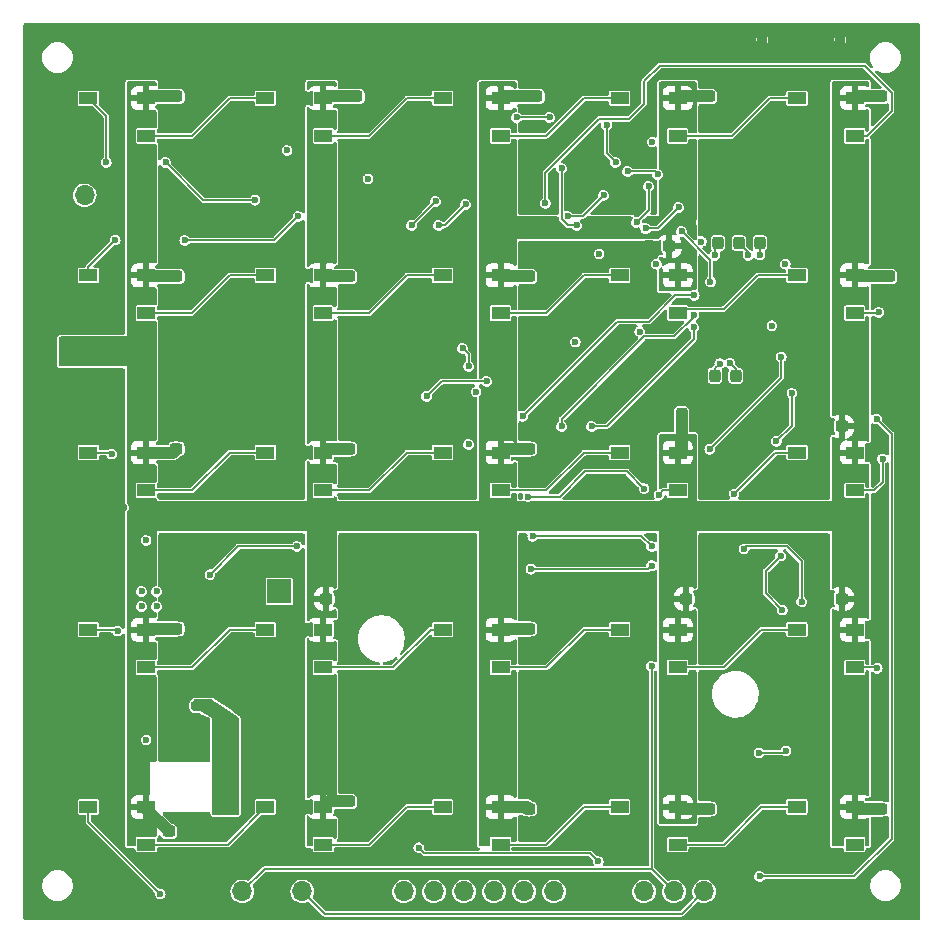
<source format=gbl>
G04 #@! TF.GenerationSoftware,KiCad,Pcbnew,(6.0.5)*
G04 #@! TF.CreationDate,2023-09-12T21:56:23-04:00*
G04 #@! TF.ProjectId,control_board,636f6e74-726f-46c5-9f62-6f6172642e6b,rev?*
G04 #@! TF.SameCoordinates,Original*
G04 #@! TF.FileFunction,Copper,L4,Bot*
G04 #@! TF.FilePolarity,Positive*
%FSLAX46Y46*%
G04 Gerber Fmt 4.6, Leading zero omitted, Abs format (unit mm)*
G04 Created by KiCad (PCBNEW (6.0.5)) date 2023-09-12 21:56:23*
%MOMM*%
%LPD*%
G01*
G04 APERTURE LIST*
G04 Aperture macros list*
%AMRoundRect*
0 Rectangle with rounded corners*
0 $1 Rounding radius*
0 $2 $3 $4 $5 $6 $7 $8 $9 X,Y pos of 4 corners*
0 Add a 4 corners polygon primitive as box body*
4,1,4,$2,$3,$4,$5,$6,$7,$8,$9,$2,$3,0*
0 Add four circle primitives for the rounded corners*
1,1,$1+$1,$2,$3*
1,1,$1+$1,$4,$5*
1,1,$1+$1,$6,$7*
1,1,$1+$1,$8,$9*
0 Add four rect primitives between the rounded corners*
20,1,$1+$1,$2,$3,$4,$5,0*
20,1,$1+$1,$4,$5,$6,$7,0*
20,1,$1+$1,$6,$7,$8,$9,0*
20,1,$1+$1,$8,$9,$2,$3,0*%
G04 Aperture macros list end*
G04 #@! TA.AperFunction,ComponentPad*
%ADD10R,1.700000X1.700000*%
G04 #@! TD*
G04 #@! TA.AperFunction,ComponentPad*
%ADD11O,1.700000X1.700000*%
G04 #@! TD*
G04 #@! TA.AperFunction,ComponentPad*
%ADD12O,0.900000X1.800000*%
G04 #@! TD*
G04 #@! TA.AperFunction,ComponentPad*
%ADD13R,2.000000X2.000000*%
G04 #@! TD*
G04 #@! TA.AperFunction,ComponentPad*
%ADD14C,2.000000*%
G04 #@! TD*
G04 #@! TA.AperFunction,SMDPad,CuDef*
%ADD15R,1.500000X1.000000*%
G04 #@! TD*
G04 #@! TA.AperFunction,SMDPad,CuDef*
%ADD16RoundRect,0.237500X0.300000X0.237500X-0.300000X0.237500X-0.300000X-0.237500X0.300000X-0.237500X0*%
G04 #@! TD*
G04 #@! TA.AperFunction,SMDPad,CuDef*
%ADD17RoundRect,0.237500X0.237500X-0.300000X0.237500X0.300000X-0.237500X0.300000X-0.237500X-0.300000X0*%
G04 #@! TD*
G04 #@! TA.AperFunction,SMDPad,CuDef*
%ADD18RoundRect,0.237500X-0.237500X0.300000X-0.237500X-0.300000X0.237500X-0.300000X0.237500X0.300000X0*%
G04 #@! TD*
G04 #@! TA.AperFunction,SMDPad,CuDef*
%ADD19RoundRect,0.237500X-0.300000X-0.237500X0.300000X-0.237500X0.300000X0.237500X-0.300000X0.237500X0*%
G04 #@! TD*
G04 #@! TA.AperFunction,ViaPad*
%ADD20C,0.600000*%
G04 #@! TD*
G04 #@! TA.AperFunction,Conductor*
%ADD21C,0.150000*%
G04 #@! TD*
G04 #@! TA.AperFunction,Conductor*
%ADD22C,0.200000*%
G04 #@! TD*
G04 #@! TA.AperFunction,Conductor*
%ADD23C,1.000000*%
G04 #@! TD*
G04 APERTURE END LIST*
D10*
X161925000Y-124460000D03*
D11*
X159385000Y-124460000D03*
X156845000Y-124460000D03*
X154305000Y-124460000D03*
D12*
X164318250Y-52324000D03*
X170918250Y-52324000D03*
D13*
X123420000Y-99060000D03*
D14*
X123420000Y-111760000D03*
D11*
X125365000Y-124460000D03*
D10*
X122825000Y-124460000D03*
D11*
X120285000Y-124460000D03*
X146685000Y-124460000D03*
X144145000Y-124460000D03*
X141605000Y-124460000D03*
X139065000Y-124460000D03*
X136525000Y-124460000D03*
X133985000Y-124460000D03*
D10*
X109479000Y-65532000D03*
D11*
X106939000Y-65532000D03*
D15*
X157150000Y-117300000D03*
X157150000Y-120500000D03*
X152250000Y-120500000D03*
X152250000Y-117300000D03*
X172150000Y-117300000D03*
X172150000Y-120500000D03*
X167250000Y-120500000D03*
X167250000Y-117300000D03*
D16*
X176122500Y-117475000D03*
X174397500Y-117475000D03*
D17*
X160560000Y-69564000D03*
X160560000Y-67839000D03*
D15*
X142150000Y-57300000D03*
X142150000Y-60500000D03*
X137250000Y-60500000D03*
X137250000Y-57300000D03*
X112150000Y-57300000D03*
X112150000Y-60500000D03*
X107250000Y-60500000D03*
X107250000Y-57300000D03*
D16*
X146277500Y-102235000D03*
X144552500Y-102235000D03*
D17*
X164116000Y-69564000D03*
X164116000Y-67839000D03*
D15*
X157150000Y-87300000D03*
X157150000Y-90500000D03*
X152250000Y-90500000D03*
X152250000Y-87300000D03*
X142150000Y-87300000D03*
X142150000Y-90500000D03*
X137250000Y-90500000D03*
X137250000Y-87300000D03*
D18*
X160306000Y-80793000D03*
X160306000Y-82518000D03*
D15*
X127150000Y-72300000D03*
X127150000Y-75500000D03*
X122250000Y-75500000D03*
X122250000Y-72300000D03*
D16*
X161517500Y-57150000D03*
X159792500Y-57150000D03*
X176122500Y-57150000D03*
X174397500Y-57150000D03*
X176757500Y-72390000D03*
X175032500Y-72390000D03*
D15*
X157150000Y-72300000D03*
X157150000Y-75500000D03*
X152250000Y-75500000D03*
X152250000Y-72300000D03*
D16*
X131037500Y-86995000D03*
X129312500Y-86995000D03*
D15*
X172150000Y-87300000D03*
X172150000Y-90500000D03*
X167250000Y-90500000D03*
X167250000Y-87300000D03*
X112150000Y-102300000D03*
X112150000Y-105500000D03*
X107250000Y-105500000D03*
X107250000Y-102300000D03*
D16*
X146277500Y-117475000D03*
X144552500Y-117475000D03*
D15*
X142150000Y-117300000D03*
X142150000Y-120500000D03*
X137250000Y-120500000D03*
X137250000Y-117300000D03*
D19*
X169317500Y-99695000D03*
X171042500Y-99695000D03*
D16*
X146912500Y-57150000D03*
X145187500Y-57150000D03*
D19*
X154712500Y-69850000D03*
X156437500Y-69850000D03*
D16*
X161517500Y-117475000D03*
X159792500Y-117475000D03*
D15*
X157150000Y-57300000D03*
X157150000Y-60500000D03*
X152250000Y-60500000D03*
X152250000Y-57300000D03*
X172150000Y-57300000D03*
X172150000Y-60500000D03*
X167250000Y-60500000D03*
X167250000Y-57300000D03*
D16*
X159612500Y-99695000D03*
X157887500Y-99695000D03*
D15*
X142150000Y-102300000D03*
X142150000Y-105500000D03*
X137250000Y-105500000D03*
X137250000Y-102300000D03*
D16*
X116432500Y-86995000D03*
X114707500Y-86995000D03*
X131037500Y-116840000D03*
X129312500Y-116840000D03*
X116432500Y-57150000D03*
X114707500Y-57150000D03*
X131672500Y-57150000D03*
X129947500Y-57150000D03*
D15*
X172150000Y-72300000D03*
X172150000Y-75500000D03*
X167250000Y-75500000D03*
X167250000Y-72300000D03*
X172150000Y-102300000D03*
X172150000Y-105500000D03*
X167250000Y-105500000D03*
X167250000Y-102300000D03*
X142150000Y-72300000D03*
X142150000Y-75500000D03*
X137250000Y-75500000D03*
X137250000Y-72300000D03*
X127150000Y-102300000D03*
X127150000Y-105500000D03*
X122250000Y-105500000D03*
X122250000Y-102300000D03*
D19*
X169317500Y-85090000D03*
X171042500Y-85090000D03*
D18*
X157480000Y-82322500D03*
X157480000Y-84047500D03*
D16*
X146277500Y-72390000D03*
X144552500Y-72390000D03*
D15*
X127150000Y-57300000D03*
X127150000Y-60500000D03*
X122250000Y-60500000D03*
X122250000Y-57300000D03*
D18*
X162076000Y-80793000D03*
X162076000Y-82518000D03*
D16*
X131037500Y-72390000D03*
X129312500Y-72390000D03*
X146277500Y-86995000D03*
X144552500Y-86995000D03*
D15*
X112150000Y-117300000D03*
X112150000Y-120500000D03*
X107250000Y-120500000D03*
X107250000Y-117300000D03*
X157150000Y-102300000D03*
X157150000Y-105500000D03*
X152250000Y-105500000D03*
X152250000Y-102300000D03*
X112150000Y-87300000D03*
X112150000Y-90500000D03*
X107250000Y-90500000D03*
X107250000Y-87300000D03*
X127150000Y-87300000D03*
X127150000Y-90500000D03*
X122250000Y-90500000D03*
X122250000Y-87300000D03*
D17*
X162338000Y-69564000D03*
X162338000Y-67839000D03*
D16*
X116432500Y-102235000D03*
X114707500Y-102235000D03*
D15*
X112150000Y-72300000D03*
X112150000Y-75500000D03*
X107250000Y-75500000D03*
X107250000Y-72300000D03*
D16*
X116432500Y-72390000D03*
X114707500Y-72390000D03*
X115797500Y-119380000D03*
X114072500Y-119380000D03*
X129132500Y-99695000D03*
X127407500Y-99695000D03*
D15*
X127150000Y-117300000D03*
X127150000Y-120500000D03*
X122250000Y-120500000D03*
X122250000Y-117300000D03*
D20*
X139446000Y-80010000D03*
X138938000Y-78486000D03*
X155448000Y-63754000D03*
X152908000Y-63500000D03*
X151130000Y-59579500D03*
X151892000Y-62738000D03*
X146304000Y-58928000D03*
X136652000Y-66040000D03*
X134620000Y-68072000D03*
X143510000Y-58928000D03*
X136906000Y-68072000D03*
X139192000Y-66294000D03*
X157226000Y-66548000D03*
X154426549Y-68331451D03*
X153670000Y-67818000D03*
X154686000Y-64770000D03*
X150876000Y-65532000D03*
X147844500Y-67310000D03*
X148590000Y-68072000D03*
X147320000Y-63246000D03*
X160298000Y-70607500D03*
X161568000Y-79724000D03*
X153529980Y-83723000D03*
X108585000Y-74930000D03*
X138938000Y-83820000D03*
X135255000Y-60325000D03*
X162560000Y-117475000D03*
X168910000Y-100965000D03*
X130429000Y-62357000D03*
X160020000Y-98425000D03*
X135890000Y-120015000D03*
X106680000Y-121920000D03*
X176530000Y-58420000D03*
X121920000Y-89535000D03*
X168000000Y-62000000D03*
X153567000Y-71342000D03*
X117475000Y-119380000D03*
X137160000Y-106680000D03*
X146685000Y-88265000D03*
X163195000Y-57150000D03*
X118110000Y-57150000D03*
X123825000Y-120650000D03*
X160529261Y-59411654D03*
X130175000Y-99695000D03*
X167005000Y-106680000D03*
X158750000Y-81915000D03*
X118110000Y-72390000D03*
X161441000Y-67024000D03*
X168910000Y-83820000D03*
X169315000Y-72612000D03*
X176530000Y-118745000D03*
X152948500Y-77057000D03*
X117475000Y-102235000D03*
X107315000Y-61595000D03*
X108585000Y-90170000D03*
X147320000Y-117475000D03*
X138430000Y-90805000D03*
X167156000Y-79216000D03*
X165174000Y-84739000D03*
X112141000Y-94742000D03*
X139446000Y-87630000D03*
X165608000Y-56350498D03*
X132715000Y-86995000D03*
X147955000Y-56515000D03*
X153405255Y-90982193D03*
X144780000Y-95885000D03*
X105410000Y-105410000D03*
X168910000Y-120650000D03*
X152400000Y-106680000D03*
X121920000Y-106680000D03*
X132715000Y-116840000D03*
X118110000Y-86995000D03*
X120650000Y-60325000D03*
X166648000Y-69310000D03*
X159155000Y-67786000D03*
X112141000Y-111633000D03*
X145415000Y-100965000D03*
X152400000Y-61595000D03*
X149503000Y-65627000D03*
X123063000Y-63500000D03*
X153670000Y-120650000D03*
X168910000Y-90170000D03*
X119761000Y-62230000D03*
X110236000Y-91948000D03*
X133350000Y-56515000D03*
X153948000Y-77057000D03*
X155000000Y-61000000D03*
X148487000Y-77946000D03*
X111760000Y-100330000D03*
X163130500Y-70607500D03*
X164108000Y-70580000D03*
X139446000Y-86614000D03*
X130937000Y-64135000D03*
X165130149Y-76559841D03*
X113030000Y-100330000D03*
X113030000Y-99060000D03*
X155345000Y-71342000D03*
X111760000Y-99060000D03*
X124079000Y-61722000D03*
X159155000Y-69437000D03*
X166267000Y-71342000D03*
X150495000Y-70485000D03*
X140081000Y-82169000D03*
X160719678Y-79764678D03*
X105410000Y-79375000D03*
X106680000Y-78105000D03*
X106680000Y-79375000D03*
X105410000Y-78105000D03*
X121361200Y-65938400D03*
X113792000Y-62738000D03*
X108762800Y-62738000D03*
X158520000Y-76703500D03*
X149860000Y-85090000D03*
X147320000Y-85090000D03*
X158520000Y-75687500D03*
X165862000Y-96062800D03*
X166014400Y-100634800D03*
X166827200Y-82296000D03*
X165506400Y-86360000D03*
X154940000Y-105410000D03*
X164084000Y-123190000D03*
X173990000Y-84455000D03*
X135890000Y-82550000D03*
X140970000Y-81280000D03*
X144018000Y-84226400D03*
X158547243Y-73988938D03*
X144475200Y-91024500D03*
X159867600Y-87020400D03*
X154305000Y-90349502D03*
X165912800Y-79197200D03*
X157480000Y-68580000D03*
X159925500Y-72833500D03*
X125018800Y-67310000D03*
X115417600Y-69342000D03*
X109524800Y-69291200D03*
X145948400Y-66192400D03*
X155575000Y-90874002D03*
X161925000Y-90805000D03*
X109728000Y-102412800D03*
X124917200Y-95250000D03*
X154940000Y-95250000D03*
X117551200Y-97637600D03*
X144881600Y-94386400D03*
X174498000Y-87833200D03*
X162763200Y-95453200D03*
X109220000Y-87426800D03*
X174193200Y-75438000D03*
X167640000Y-99923600D03*
X144729200Y-97180400D03*
X154940000Y-96875600D03*
X135229600Y-120751600D03*
X150418800Y-121920000D03*
X174040800Y-105562400D03*
X166319200Y-112572800D03*
X113334800Y-124663200D03*
X164033200Y-112725200D03*
X119380000Y-115000000D03*
X117475000Y-108712000D03*
X118250000Y-117650980D03*
X116459000Y-108712000D03*
X119380000Y-117650980D03*
X118250000Y-115000000D03*
D21*
X147320000Y-67527272D02*
X147320000Y-63246000D01*
X148590000Y-68072000D02*
X147864728Y-68072000D01*
X147864728Y-68072000D02*
X147320000Y-67527272D01*
X139446000Y-78994000D02*
X139446000Y-80010000D01*
X138938000Y-78486000D02*
X139446000Y-78994000D01*
X155194000Y-63500000D02*
X155448000Y-63754000D01*
X152908000Y-63500000D02*
X155194000Y-63500000D01*
X151130000Y-61976000D02*
X151892000Y-62738000D01*
X151130000Y-59579500D02*
X151130000Y-61976000D01*
X143510000Y-58928000D02*
X146304000Y-58928000D01*
X134620000Y-68072000D02*
X136652000Y-66040000D01*
X136906000Y-68072000D02*
X137414000Y-68072000D01*
X137414000Y-68072000D02*
X139192000Y-66294000D01*
X154426549Y-68331451D02*
X155442549Y-68331451D01*
X155442549Y-68331451D02*
X157226000Y-66548000D01*
X154686000Y-66802000D02*
X153670000Y-67818000D01*
X154686000Y-64770000D02*
X154686000Y-66802000D01*
X149098000Y-67310000D02*
X150876000Y-65532000D01*
X147844500Y-67310000D02*
X149098000Y-67310000D01*
X160298000Y-69826000D02*
X160560000Y-69564000D01*
X162076000Y-80232000D02*
X162076000Y-80793000D01*
X160298000Y-70607500D02*
X160298000Y-69826000D01*
X161568000Y-79724000D02*
X162076000Y-80232000D01*
D22*
X110389500Y-92101500D02*
X110236000Y-91948000D01*
D21*
X160719678Y-79764678D02*
X160306000Y-80178356D01*
X163130500Y-70356500D02*
X162338000Y-69564000D01*
X164108000Y-69572000D02*
X164116000Y-69564000D01*
X163130500Y-70607500D02*
X163130500Y-70356500D01*
X164108000Y-70580000D02*
X164108000Y-69572000D01*
X160306000Y-80178356D02*
X160306000Y-80793000D01*
D23*
X129312500Y-86995000D02*
X127455000Y-86995000D01*
X129947500Y-57150000D02*
X127300000Y-57150000D01*
X157480000Y-86970000D02*
X157150000Y-87300000D01*
X172325000Y-117475000D02*
X172150000Y-117300000D01*
X127240000Y-72390000D02*
X127150000Y-72300000D01*
X129312500Y-72390000D02*
X127240000Y-72390000D01*
X175032500Y-72390000D02*
X172240000Y-72390000D01*
X114402500Y-87300000D02*
X114707500Y-86995000D01*
X127610000Y-116840000D02*
X127150000Y-117300000D01*
X114707500Y-57150000D02*
X112300000Y-57150000D01*
X112150000Y-87300000D02*
X114402500Y-87300000D01*
X174397500Y-57150000D02*
X172300000Y-57150000D01*
X144552500Y-72390000D02*
X142240000Y-72390000D01*
X142455000Y-86995000D02*
X142150000Y-87300000D01*
X142240000Y-72390000D02*
X142150000Y-72300000D01*
X142215000Y-102235000D02*
X142150000Y-102300000D01*
X144377500Y-117300000D02*
X144552500Y-117475000D01*
X112300000Y-57150000D02*
X112150000Y-57300000D01*
X159792500Y-57150000D02*
X157300000Y-57150000D01*
X127455000Y-86995000D02*
X127150000Y-87300000D01*
X114707500Y-102235000D02*
X112215000Y-102235000D01*
X114072500Y-119380000D02*
X112150000Y-117457500D01*
X157480000Y-84047500D02*
X157480000Y-86970000D01*
X159792500Y-117475000D02*
X157325000Y-117475000D01*
X172240000Y-72390000D02*
X172150000Y-72300000D01*
X112150000Y-117457500D02*
X112150000Y-117300000D01*
X157325000Y-117475000D02*
X157150000Y-117300000D01*
X127300000Y-57150000D02*
X127150000Y-57300000D01*
X174397500Y-117475000D02*
X172325000Y-117475000D01*
X157300000Y-57150000D02*
X157150000Y-57300000D01*
X142150000Y-117300000D02*
X144377500Y-117300000D01*
X172300000Y-57150000D02*
X172150000Y-57300000D01*
X145187500Y-57150000D02*
X142300000Y-57150000D01*
X114707500Y-72390000D02*
X112240000Y-72390000D01*
X129312500Y-116840000D02*
X127610000Y-116840000D01*
X112215000Y-102235000D02*
X112150000Y-102300000D01*
X144552500Y-102235000D02*
X142215000Y-102235000D01*
X112240000Y-72390000D02*
X112150000Y-72300000D01*
X142300000Y-57150000D02*
X142150000Y-57300000D01*
X144552500Y-86995000D02*
X142455000Y-86995000D01*
D21*
X119230000Y-57300000D02*
X122250000Y-57300000D01*
X112150000Y-60500000D02*
X116030000Y-60500000D01*
X116030000Y-60500000D02*
X119230000Y-57300000D01*
X108762800Y-62738000D02*
X108762800Y-58812800D01*
X121361200Y-65938400D02*
X116992400Y-65938400D01*
X108762800Y-58812800D02*
X107250000Y-57300000D01*
X116992400Y-65938400D02*
X113792000Y-62738000D01*
X127150000Y-60500000D02*
X131030000Y-60500000D01*
X134230000Y-57300000D02*
X137250000Y-57300000D01*
X131030000Y-60500000D02*
X134230000Y-57300000D01*
X151130000Y-85090000D02*
X158520000Y-77700000D01*
X149860000Y-85090000D02*
X151130000Y-85090000D01*
X158520000Y-77700000D02*
X158520000Y-76703500D01*
X156879022Y-77470000D02*
X158520000Y-75829022D01*
X154305000Y-77470000D02*
X156879022Y-77470000D01*
X147320000Y-85090000D02*
X147320000Y-84455000D01*
X158520000Y-75829022D02*
X158520000Y-75687500D01*
X147320000Y-84455000D02*
X154305000Y-77470000D01*
X164592000Y-99212400D02*
X164592000Y-97332800D01*
X164592000Y-97332800D02*
X165862000Y-96062800D01*
X166014400Y-100634800D02*
X164592000Y-99212400D01*
X125365000Y-124460000D02*
X127270000Y-126365000D01*
X166827200Y-85039200D02*
X165506400Y-86360000D01*
X157480000Y-126365000D02*
X159385000Y-124460000D01*
X127270000Y-126365000D02*
X157480000Y-126365000D01*
X166827200Y-82296000D02*
X166827200Y-85039200D01*
X154940000Y-105410000D02*
X154940000Y-122555000D01*
X154940000Y-122555000D02*
X122190000Y-122555000D01*
X122190000Y-122555000D02*
X120285000Y-124460000D01*
X156845000Y-124460000D02*
X154940000Y-122555000D01*
X175260000Y-85725000D02*
X175260000Y-120015000D01*
X173990000Y-84455000D02*
X175260000Y-85725000D01*
X175260000Y-120015000D02*
X172085000Y-123190000D01*
X172085000Y-123190000D02*
X164084000Y-123190000D01*
X137160000Y-81280000D02*
X135890000Y-82550000D01*
X140970000Y-81280000D02*
X137160000Y-81280000D01*
X152043875Y-76224511D02*
X154726467Y-76224511D01*
X154726467Y-76224511D02*
X156962040Y-73988938D01*
X144041986Y-84226400D02*
X152043875Y-76224511D01*
X156962040Y-73988938D02*
X158547243Y-73988938D01*
X144018000Y-84226400D02*
X144041986Y-84226400D01*
X152855498Y-88900000D02*
X149274293Y-88900000D01*
X147149793Y-91024500D02*
X144475200Y-91024500D01*
X149274293Y-88900000D02*
X147149793Y-91024500D01*
X165912800Y-79197200D02*
X165912800Y-80975200D01*
X165912800Y-80975200D02*
X159867600Y-87020400D01*
X154305000Y-90349502D02*
X152855498Y-88900000D01*
X159925500Y-72833500D02*
X159925500Y-71025500D01*
X159925500Y-71025500D02*
X157480000Y-68580000D01*
X149230000Y-57300000D02*
X152250000Y-57300000D01*
X146030000Y-60500000D02*
X149230000Y-57300000D01*
X142150000Y-60500000D02*
X146030000Y-60500000D01*
X164950000Y-57300000D02*
X167250000Y-57300000D01*
X157150000Y-60500000D02*
X161750000Y-60500000D01*
X161750000Y-60500000D02*
X164950000Y-57300000D01*
X173180000Y-60500000D02*
X172150000Y-60500000D01*
X155625800Y-54559200D02*
X172997594Y-54559200D01*
X175260000Y-56821606D02*
X175260000Y-58420000D01*
X115417600Y-69342000D02*
X122986800Y-69342000D01*
X107250000Y-72300000D02*
X107250000Y-71566000D01*
X122986800Y-69342000D02*
X125018800Y-67310000D01*
X145948400Y-66192400D02*
X145948400Y-63601600D01*
X154305000Y-57785000D02*
X154305000Y-55880000D01*
X107250000Y-71566000D02*
X109524800Y-69291200D01*
X154305000Y-55880000D02*
X155625800Y-54559200D01*
X175260000Y-58420000D02*
X173180000Y-60500000D01*
X172997594Y-54559200D02*
X175260000Y-56821606D01*
X145948400Y-63601600D02*
X150495000Y-59055000D01*
X150495000Y-59055000D02*
X153035000Y-59055000D01*
X153035000Y-59055000D02*
X154305000Y-57785000D01*
X119230000Y-72300000D02*
X122250000Y-72300000D01*
X112150000Y-75500000D02*
X116030000Y-75500000D01*
X116030000Y-75500000D02*
X119230000Y-72300000D01*
X131030000Y-75500000D02*
X134230000Y-72300000D01*
X127150000Y-75500000D02*
X131030000Y-75500000D01*
X134230000Y-72300000D02*
X137250000Y-72300000D01*
X146030000Y-75500000D02*
X149230000Y-72300000D01*
X142150000Y-75500000D02*
X146030000Y-75500000D01*
X149230000Y-72300000D02*
X152250000Y-72300000D01*
X157487011Y-75162989D02*
X161057011Y-75162989D01*
X161057011Y-75162989D02*
X163920000Y-72300000D01*
X157150000Y-75500000D02*
X157487011Y-75162989D01*
X163920000Y-72300000D02*
X167250000Y-72300000D01*
X112150000Y-90500000D02*
X116030000Y-90500000D01*
X119230000Y-87300000D02*
X122250000Y-87300000D01*
X116030000Y-90500000D02*
X119230000Y-87300000D01*
X131030000Y-90500000D02*
X134230000Y-87300000D01*
X127150000Y-90500000D02*
X131030000Y-90500000D01*
X134230000Y-87300000D02*
X137250000Y-87300000D01*
X142150000Y-90500000D02*
X146030000Y-90500000D01*
X146030000Y-90500000D02*
X149230000Y-87300000D01*
X149230000Y-87300000D02*
X152250000Y-87300000D01*
X165430000Y-87300000D02*
X167250000Y-87300000D01*
X157150000Y-90500000D02*
X155949002Y-90500000D01*
X155949002Y-90500000D02*
X155575000Y-90874002D01*
X161925000Y-90805000D02*
X165430000Y-87300000D01*
X109615200Y-102300000D02*
X109728000Y-102412800D01*
X174498000Y-87833200D02*
X174498000Y-89814400D01*
X119938800Y-95250000D02*
X117551200Y-97637600D01*
X174498000Y-89814400D02*
X173812400Y-90500000D01*
X124917200Y-95250000D02*
X119938800Y-95250000D01*
X154940000Y-95250000D02*
X154076400Y-94386400D01*
X154076400Y-94386400D02*
X144881600Y-94386400D01*
X107250000Y-102300000D02*
X109615200Y-102300000D01*
X173812400Y-90500000D02*
X172150000Y-90500000D01*
X112150000Y-105500000D02*
X116030000Y-105500000D01*
X119230000Y-102300000D02*
X122250000Y-102300000D01*
X116030000Y-105500000D02*
X119230000Y-102300000D01*
X136256800Y-102300000D02*
X137250000Y-102300000D01*
X133056800Y-105500000D02*
X136256800Y-102300000D01*
X127150000Y-105500000D02*
X133056800Y-105500000D01*
X162966400Y-95250000D02*
X166370000Y-95250000D01*
X167640000Y-96520000D02*
X167640000Y-99923600D01*
X107250000Y-87300000D02*
X109093200Y-87300000D01*
X174131200Y-75500000D02*
X172150000Y-75500000D01*
X174193200Y-75438000D02*
X174131200Y-75500000D01*
X166370000Y-95250000D02*
X167640000Y-96520000D01*
X109093200Y-87300000D02*
X109220000Y-87426800D01*
X144729200Y-97180400D02*
X154635200Y-97180400D01*
X162763200Y-95453200D02*
X162966400Y-95250000D01*
X154635200Y-97180400D02*
X154940000Y-96875600D01*
X149230000Y-102300000D02*
X152250000Y-102300000D01*
X146030000Y-105500000D02*
X149230000Y-102300000D01*
X142150000Y-105500000D02*
X146030000Y-105500000D01*
X161030000Y-105500000D02*
X164230000Y-102300000D01*
X164230000Y-102300000D02*
X167250000Y-102300000D01*
X157150000Y-105500000D02*
X161030000Y-105500000D01*
X166166800Y-112725200D02*
X166319200Y-112572800D01*
X135702511Y-121224511D02*
X149723311Y-121224511D01*
X174040800Y-105562400D02*
X173978400Y-105500000D01*
X107250000Y-117300000D02*
X107250000Y-118578400D01*
X173978400Y-105500000D02*
X172150000Y-105500000D01*
X107250000Y-118578400D02*
X113334800Y-124663200D01*
X164033200Y-112725200D02*
X166166800Y-112725200D01*
X149723311Y-121224511D02*
X150418800Y-121920000D01*
X135229600Y-120751600D02*
X135702511Y-121224511D01*
X112150000Y-120500000D02*
X119050000Y-120500000D01*
X119050000Y-120500000D02*
X122250000Y-117300000D01*
X134230000Y-117300000D02*
X137250000Y-117300000D01*
X131030000Y-120500000D02*
X134230000Y-117300000D01*
X127150000Y-120500000D02*
X131030000Y-120500000D01*
X142150000Y-120500000D02*
X146030000Y-120500000D01*
X146030000Y-120500000D02*
X149230000Y-117300000D01*
X149230000Y-117300000D02*
X152250000Y-117300000D01*
X161030000Y-120500000D02*
X164230000Y-117300000D01*
X157150000Y-120500000D02*
X161030000Y-120500000D01*
X164230000Y-117300000D02*
X167250000Y-117300000D01*
G04 #@! TA.AperFunction,Conductor*
G36*
X177591621Y-50970502D02*
G01*
X177638114Y-51024158D01*
X177649500Y-51076500D01*
X177649500Y-126723500D01*
X177629498Y-126791621D01*
X177575842Y-126838114D01*
X177523500Y-126849500D01*
X101876500Y-126849500D01*
X101808379Y-126829498D01*
X101761886Y-126775842D01*
X101750500Y-126723500D01*
X101750500Y-123952000D01*
X103342532Y-123952000D01*
X103362365Y-124178692D01*
X103363789Y-124184005D01*
X103363789Y-124184007D01*
X103398982Y-124315348D01*
X103421261Y-124398496D01*
X103423583Y-124403476D01*
X103423584Y-124403478D01*
X103489394Y-124544606D01*
X103517432Y-124604734D01*
X103647953Y-124791139D01*
X103808861Y-124952047D01*
X103995266Y-125082568D01*
X104000244Y-125084889D01*
X104000247Y-125084891D01*
X104166388Y-125162364D01*
X104201504Y-125178739D01*
X104206812Y-125180161D01*
X104206814Y-125180162D01*
X104415993Y-125236211D01*
X104415995Y-125236211D01*
X104421308Y-125237635D01*
X104520302Y-125246296D01*
X104588492Y-125252262D01*
X104588499Y-125252262D01*
X104591216Y-125252500D01*
X104704784Y-125252500D01*
X104707501Y-125252262D01*
X104707508Y-125252262D01*
X104775698Y-125246296D01*
X104874692Y-125237635D01*
X104880005Y-125236211D01*
X104880007Y-125236211D01*
X105089186Y-125180162D01*
X105089188Y-125180161D01*
X105094496Y-125178739D01*
X105129612Y-125162364D01*
X105295753Y-125084891D01*
X105295756Y-125084889D01*
X105300734Y-125082568D01*
X105487139Y-124952047D01*
X105648047Y-124791139D01*
X105778568Y-124604734D01*
X105806607Y-124544606D01*
X105872416Y-124403478D01*
X105872417Y-124403476D01*
X105874739Y-124398496D01*
X105897019Y-124315348D01*
X105932211Y-124184007D01*
X105932211Y-124184005D01*
X105933635Y-124178692D01*
X105953468Y-123952000D01*
X105933635Y-123725308D01*
X105910584Y-123639281D01*
X105876162Y-123510814D01*
X105876161Y-123510812D01*
X105874739Y-123505504D01*
X105860605Y-123475193D01*
X105780891Y-123304247D01*
X105780889Y-123304244D01*
X105778568Y-123299266D01*
X105648047Y-123112861D01*
X105487139Y-122951953D01*
X105300734Y-122821432D01*
X105295756Y-122819111D01*
X105295753Y-122819109D01*
X105099478Y-122727584D01*
X105099476Y-122727583D01*
X105094496Y-122725261D01*
X105089188Y-122723839D01*
X105089186Y-122723838D01*
X104880007Y-122667789D01*
X104880005Y-122667789D01*
X104874692Y-122666365D01*
X104775698Y-122657704D01*
X104707508Y-122651738D01*
X104707501Y-122651738D01*
X104704784Y-122651500D01*
X104591216Y-122651500D01*
X104588499Y-122651738D01*
X104588492Y-122651738D01*
X104520302Y-122657704D01*
X104421308Y-122666365D01*
X104415995Y-122667789D01*
X104415993Y-122667789D01*
X104206814Y-122723838D01*
X104206812Y-122723839D01*
X104201504Y-122725261D01*
X104196524Y-122727583D01*
X104196522Y-122727584D01*
X104000247Y-122819109D01*
X104000244Y-122819111D01*
X103995266Y-122821432D01*
X103808861Y-122951953D01*
X103647953Y-123112861D01*
X103517432Y-123299266D01*
X103515111Y-123304244D01*
X103515109Y-123304247D01*
X103435395Y-123475193D01*
X103421261Y-123505504D01*
X103419839Y-123510812D01*
X103419838Y-123510814D01*
X103385416Y-123639281D01*
X103362365Y-123725308D01*
X103342532Y-123952000D01*
X101750500Y-123952000D01*
X101750500Y-117814820D01*
X106349500Y-117814820D01*
X106358233Y-117858722D01*
X106365127Y-117869040D01*
X106365128Y-117869042D01*
X106368441Y-117874000D01*
X106391496Y-117908504D01*
X106401815Y-117915399D01*
X106430958Y-117934872D01*
X106430960Y-117934873D01*
X106441278Y-117941767D01*
X106485180Y-117950500D01*
X106898500Y-117950500D01*
X106966621Y-117970502D01*
X107013114Y-118024158D01*
X107024500Y-118076500D01*
X107024500Y-118569192D01*
X107024327Y-118575786D01*
X107022300Y-118614464D01*
X107027047Y-118626830D01*
X107029563Y-118633385D01*
X107035179Y-118652341D01*
X107039393Y-118672168D01*
X107047176Y-118682881D01*
X107049201Y-118687429D01*
X107051908Y-118691598D01*
X107056654Y-118703960D01*
X107070986Y-118718292D01*
X107083827Y-118733327D01*
X107087955Y-118739009D01*
X107087957Y-118739011D01*
X107095740Y-118749723D01*
X107107207Y-118756344D01*
X107117050Y-118765206D01*
X107116732Y-118765559D01*
X107123269Y-118770575D01*
X112852050Y-124499356D01*
X112886076Y-124561668D01*
X112887455Y-124607834D01*
X112881082Y-124648765D01*
X112881082Y-124648771D01*
X112879701Y-124657640D01*
X112880865Y-124666542D01*
X112880865Y-124666545D01*
X112895268Y-124776689D01*
X112895269Y-124776693D01*
X112896433Y-124785594D01*
X112948405Y-124903710D01*
X113031439Y-125002491D01*
X113138860Y-125073996D01*
X113262033Y-125112478D01*
X113271003Y-125112642D01*
X113271007Y-125112643D01*
X113329742Y-125113719D01*
X113391055Y-125114843D01*
X113453305Y-125097871D01*
X113506892Y-125083262D01*
X113506893Y-125083262D01*
X113515555Y-125080900D01*
X113523205Y-125076203D01*
X113523207Y-125076202D01*
X113617872Y-125018078D01*
X113617875Y-125018075D01*
X113625524Y-125013379D01*
X113631550Y-125006722D01*
X113706100Y-124924361D01*
X113706103Y-124924357D01*
X113712122Y-124917707D01*
X113768388Y-124801575D01*
X113789797Y-124674320D01*
X113789933Y-124663200D01*
X113780847Y-124599753D01*
X113772912Y-124544345D01*
X113772911Y-124544342D01*
X113771639Y-124535459D01*
X113750093Y-124488071D01*
X113721945Y-124426162D01*
X113721943Y-124426159D01*
X113718228Y-124417988D01*
X113633993Y-124320228D01*
X113525706Y-124250041D01*
X113517111Y-124247471D01*
X113517110Y-124247470D01*
X113410674Y-124215638D01*
X113410672Y-124215638D01*
X113402073Y-124213066D01*
X113393098Y-124213011D01*
X113393097Y-124213011D01*
X113340943Y-124212693D01*
X113273031Y-124212278D01*
X113270954Y-124212872D01*
X113204138Y-124202810D01*
X113168148Y-124177643D01*
X107512405Y-118521900D01*
X107478379Y-118459588D01*
X107475500Y-118432805D01*
X107475500Y-118076500D01*
X107495502Y-118008379D01*
X107549158Y-117961886D01*
X107601500Y-117950500D01*
X108014820Y-117950500D01*
X108058722Y-117941767D01*
X108069040Y-117934873D01*
X108069042Y-117934872D01*
X108098185Y-117915399D01*
X108108504Y-117908504D01*
X108131559Y-117874000D01*
X108134872Y-117869042D01*
X108134873Y-117869040D01*
X108141767Y-117858722D01*
X108150500Y-117814820D01*
X108150500Y-116785180D01*
X108141767Y-116741278D01*
X108134873Y-116730960D01*
X108134872Y-116730958D01*
X108115399Y-116701815D01*
X108108504Y-116691496D01*
X108098185Y-116684601D01*
X108069042Y-116665128D01*
X108069040Y-116665127D01*
X108058722Y-116658233D01*
X108014820Y-116649500D01*
X106485180Y-116649500D01*
X106441278Y-116658233D01*
X106430960Y-116665127D01*
X106430958Y-116665128D01*
X106401815Y-116684601D01*
X106391496Y-116691496D01*
X106384601Y-116701815D01*
X106365128Y-116730958D01*
X106365127Y-116730960D01*
X106358233Y-116741278D01*
X106349500Y-116785180D01*
X106349500Y-117814820D01*
X101750500Y-117814820D01*
X101750500Y-87814820D01*
X106349500Y-87814820D01*
X106358233Y-87858722D01*
X106365127Y-87869040D01*
X106365128Y-87869042D01*
X106375407Y-87884425D01*
X106391496Y-87908504D01*
X106401815Y-87915399D01*
X106430958Y-87934872D01*
X106430960Y-87934873D01*
X106441278Y-87941767D01*
X106485180Y-87950500D01*
X108014820Y-87950500D01*
X108058722Y-87941767D01*
X108069040Y-87934873D01*
X108069042Y-87934872D01*
X108098185Y-87915399D01*
X108108504Y-87908504D01*
X108124593Y-87884425D01*
X108134872Y-87869042D01*
X108134873Y-87869040D01*
X108141767Y-87858722D01*
X108150500Y-87814820D01*
X108150500Y-87651500D01*
X108170502Y-87583379D01*
X108224158Y-87536886D01*
X108276500Y-87525500D01*
X108688991Y-87525500D01*
X108757112Y-87545502D01*
X108804320Y-87600754D01*
X108833605Y-87667310D01*
X108839382Y-87674183D01*
X108839383Y-87674184D01*
X108868647Y-87708998D01*
X108916639Y-87766091D01*
X109024060Y-87837596D01*
X109147233Y-87876078D01*
X109156203Y-87876242D01*
X109156207Y-87876243D01*
X109214942Y-87877319D01*
X109276255Y-87878443D01*
X109388677Y-87847793D01*
X109392092Y-87846862D01*
X109392093Y-87846862D01*
X109400755Y-87844500D01*
X109408405Y-87839803D01*
X109408407Y-87839802D01*
X109503072Y-87781678D01*
X109503075Y-87781675D01*
X109510724Y-87776979D01*
X109516750Y-87770322D01*
X109591300Y-87687961D01*
X109591303Y-87687957D01*
X109597322Y-87681307D01*
X109653588Y-87565175D01*
X109655957Y-87551098D01*
X109674190Y-87442717D01*
X109674997Y-87437920D01*
X109675133Y-87426800D01*
X109667748Y-87375233D01*
X109658112Y-87307945D01*
X109658111Y-87307942D01*
X109656839Y-87299059D01*
X109645858Y-87274907D01*
X109607145Y-87189762D01*
X109607143Y-87189759D01*
X109603428Y-87181588D01*
X109538861Y-87106654D01*
X109525051Y-87090626D01*
X109525049Y-87090624D01*
X109519193Y-87083828D01*
X109410906Y-87013641D01*
X109402311Y-87011071D01*
X109402310Y-87011070D01*
X109295874Y-86979238D01*
X109295872Y-86979238D01*
X109287273Y-86976666D01*
X109278298Y-86976611D01*
X109278297Y-86976611D01*
X109223641Y-86976277D01*
X109158231Y-86975878D01*
X109034155Y-87011339D01*
X109026568Y-87016126D01*
X109026566Y-87016127D01*
X108964858Y-87055062D01*
X108897623Y-87074500D01*
X108276500Y-87074500D01*
X108208379Y-87054498D01*
X108161886Y-87000842D01*
X108150500Y-86948500D01*
X108150500Y-86785180D01*
X108141767Y-86741278D01*
X108134873Y-86730960D01*
X108134872Y-86730958D01*
X108115399Y-86701815D01*
X108108504Y-86691496D01*
X108092091Y-86680529D01*
X108069042Y-86665128D01*
X108069040Y-86665127D01*
X108058722Y-86658233D01*
X108014820Y-86649500D01*
X106485180Y-86649500D01*
X106441278Y-86658233D01*
X106430960Y-86665127D01*
X106430958Y-86665128D01*
X106407909Y-86680529D01*
X106391496Y-86691496D01*
X106384601Y-86701815D01*
X106365128Y-86730958D01*
X106365127Y-86730960D01*
X106358233Y-86741278D01*
X106349500Y-86785180D01*
X106349500Y-87814820D01*
X101750500Y-87814820D01*
X101750500Y-79884000D01*
X104619500Y-79884000D01*
X104619860Y-79887346D01*
X104619860Y-79887352D01*
X104621128Y-79899141D01*
X104623053Y-79917053D01*
X104634439Y-79969395D01*
X104668867Y-80038173D01*
X104674027Y-80044128D01*
X104674029Y-80044131D01*
X104698730Y-80072637D01*
X104715360Y-80091829D01*
X104722943Y-80096703D01*
X104722944Y-80096703D01*
X104735855Y-80105000D01*
X104789070Y-80139199D01*
X104797719Y-80141739D01*
X104797720Y-80141739D01*
X104813511Y-80146376D01*
X104857191Y-80159201D01*
X104861650Y-80159842D01*
X104861654Y-80159843D01*
X104879096Y-80162351D01*
X104901000Y-80165500D01*
X110208500Y-80165500D01*
X110276621Y-80185502D01*
X110323114Y-80239158D01*
X110334500Y-80291500D01*
X110334500Y-91565409D01*
X110335360Y-91581742D01*
X110335779Y-91585709D01*
X110338501Y-91593071D01*
X110359621Y-91650200D01*
X110359623Y-91650203D01*
X110362344Y-91657564D01*
X110370591Y-91669541D01*
X110414090Y-91711841D01*
X110419284Y-91715207D01*
X110424122Y-91719066D01*
X110423689Y-91719609D01*
X110443705Y-91737072D01*
X110475311Y-91773752D01*
X110494559Y-91803849D01*
X110514600Y-91847927D01*
X110524626Y-91882215D01*
X110531788Y-91932224D01*
X110531315Y-91970990D01*
X110522932Y-92020820D01*
X110512071Y-92054854D01*
X110493944Y-92092267D01*
X110486467Y-92110585D01*
X110484931Y-92115161D01*
X110484415Y-92117102D01*
X110484191Y-92117845D01*
X110445426Y-92177324D01*
X110433529Y-92186338D01*
X110412052Y-92200688D01*
X110410849Y-92201580D01*
X110410828Y-92201595D01*
X110405460Y-92205577D01*
X110399789Y-92209783D01*
X110396910Y-92212146D01*
X110351902Y-92272836D01*
X110346337Y-92286271D01*
X110334500Y-92345779D01*
X110334500Y-102087872D01*
X110314498Y-102155993D01*
X110260842Y-102202486D01*
X110190568Y-102212590D01*
X110125988Y-102183096D01*
X110112089Y-102167019D01*
X110111428Y-102167588D01*
X110033051Y-102076626D01*
X110033049Y-102076624D01*
X110027193Y-102069828D01*
X109918906Y-101999641D01*
X109910311Y-101997071D01*
X109910310Y-101997070D01*
X109803874Y-101965238D01*
X109803872Y-101965238D01*
X109795273Y-101962666D01*
X109786298Y-101962611D01*
X109786297Y-101962611D01*
X109731641Y-101962277D01*
X109666231Y-101961878D01*
X109604193Y-101979608D01*
X109550786Y-101994872D01*
X109550784Y-101994873D01*
X109542155Y-101997339D01*
X109534565Y-102002128D01*
X109450670Y-102055062D01*
X109383434Y-102074500D01*
X108276500Y-102074500D01*
X108208379Y-102054498D01*
X108161886Y-102000842D01*
X108150500Y-101948500D01*
X108150500Y-101785180D01*
X108141767Y-101741278D01*
X108134873Y-101730960D01*
X108134872Y-101730958D01*
X108115399Y-101701815D01*
X108108504Y-101691496D01*
X108098185Y-101684601D01*
X108069042Y-101665128D01*
X108069040Y-101665127D01*
X108058722Y-101658233D01*
X108014820Y-101649500D01*
X106485180Y-101649500D01*
X106441278Y-101658233D01*
X106430960Y-101665127D01*
X106430958Y-101665128D01*
X106401815Y-101684601D01*
X106391496Y-101691496D01*
X106384601Y-101701815D01*
X106365128Y-101730958D01*
X106365127Y-101730960D01*
X106358233Y-101741278D01*
X106349500Y-101785180D01*
X106349500Y-102814820D01*
X106358233Y-102858722D01*
X106365127Y-102869040D01*
X106365128Y-102869042D01*
X106375407Y-102884425D01*
X106391496Y-102908504D01*
X106401815Y-102915399D01*
X106430958Y-102934872D01*
X106430960Y-102934873D01*
X106441278Y-102941767D01*
X106485180Y-102950500D01*
X108014820Y-102950500D01*
X108058722Y-102941767D01*
X108069040Y-102934873D01*
X108069042Y-102934872D01*
X108098185Y-102915399D01*
X108108504Y-102908504D01*
X108124593Y-102884425D01*
X108134872Y-102869042D01*
X108134873Y-102869040D01*
X108141767Y-102858722D01*
X108150500Y-102814820D01*
X108150500Y-102651500D01*
X108170502Y-102583379D01*
X108224158Y-102536886D01*
X108276500Y-102525500D01*
X109203151Y-102525500D01*
X109271272Y-102545502D01*
X109318480Y-102600754D01*
X109341605Y-102653310D01*
X109347382Y-102660183D01*
X109347383Y-102660184D01*
X109412280Y-102737388D01*
X109424639Y-102752091D01*
X109432116Y-102757068D01*
X109518654Y-102814672D01*
X109532060Y-102823596D01*
X109655233Y-102862078D01*
X109664203Y-102862242D01*
X109664207Y-102862243D01*
X109722942Y-102863319D01*
X109784255Y-102864443D01*
X109875146Y-102839663D01*
X109900092Y-102832862D01*
X109900093Y-102832862D01*
X109908755Y-102830500D01*
X109916405Y-102825803D01*
X109916407Y-102825802D01*
X110011072Y-102767678D01*
X110011075Y-102767675D01*
X110018724Y-102762979D01*
X110028580Y-102752091D01*
X110099298Y-102673962D01*
X110105322Y-102667307D01*
X110106486Y-102664905D01*
X110158717Y-102621640D01*
X110229198Y-102613100D01*
X110293108Y-102644020D01*
X110330155Y-102704585D01*
X110334500Y-102737388D01*
X110334500Y-120524000D01*
X110334860Y-120527346D01*
X110334860Y-120527352D01*
X110336128Y-120539141D01*
X110338053Y-120557053D01*
X110349439Y-120609395D01*
X110383867Y-120678173D01*
X110389027Y-120684128D01*
X110389029Y-120684131D01*
X110422669Y-120722953D01*
X110430360Y-120731829D01*
X110504070Y-120779199D01*
X110512719Y-120781739D01*
X110512720Y-120781739D01*
X110518306Y-120783379D01*
X110572191Y-120799201D01*
X110576650Y-120799842D01*
X110576654Y-120799843D01*
X110591289Y-120801947D01*
X110616000Y-120805500D01*
X111123500Y-120805500D01*
X111191621Y-120825502D01*
X111238114Y-120879158D01*
X111249500Y-120931500D01*
X111249500Y-121014820D01*
X111258233Y-121058722D01*
X111265127Y-121069040D01*
X111265128Y-121069042D01*
X111265260Y-121069239D01*
X111291496Y-121108504D01*
X111301815Y-121115399D01*
X111330958Y-121134872D01*
X111330960Y-121134873D01*
X111341278Y-121141767D01*
X111385180Y-121150500D01*
X112914820Y-121150500D01*
X112958722Y-121141767D01*
X112969040Y-121134873D01*
X112969042Y-121134872D01*
X112998185Y-121115399D01*
X113008504Y-121108504D01*
X113034740Y-121069239D01*
X113034872Y-121069042D01*
X113034873Y-121069040D01*
X113041767Y-121058722D01*
X113050500Y-121014820D01*
X113050500Y-120851500D01*
X113070502Y-120783379D01*
X113124158Y-120736886D01*
X113176500Y-120725500D01*
X119040792Y-120725500D01*
X119047386Y-120725673D01*
X119072836Y-120727007D01*
X119072837Y-120727007D01*
X119086064Y-120727700D01*
X119104984Y-120720437D01*
X119123942Y-120714821D01*
X119130816Y-120713360D01*
X119143768Y-120710607D01*
X119154481Y-120702824D01*
X119159029Y-120700799D01*
X119163198Y-120698092D01*
X119175560Y-120693346D01*
X119189892Y-120679014D01*
X119204927Y-120666173D01*
X119210609Y-120662045D01*
X119210611Y-120662043D01*
X119221323Y-120654260D01*
X119227944Y-120642793D01*
X119236806Y-120632950D01*
X119237159Y-120633268D01*
X119242175Y-120626731D01*
X121881500Y-117987405D01*
X121943812Y-117953379D01*
X121970595Y-117950500D01*
X123014820Y-117950500D01*
X123058722Y-117941767D01*
X123069040Y-117934873D01*
X123069042Y-117934872D01*
X123098185Y-117915399D01*
X123108504Y-117908504D01*
X123131559Y-117874000D01*
X123134872Y-117869042D01*
X123134873Y-117869040D01*
X123141767Y-117858722D01*
X123150500Y-117814820D01*
X123150500Y-116785180D01*
X123141767Y-116741278D01*
X123134873Y-116730960D01*
X123134872Y-116730958D01*
X123115399Y-116701815D01*
X123108504Y-116691496D01*
X123098185Y-116684601D01*
X123069042Y-116665128D01*
X123069040Y-116665127D01*
X123058722Y-116658233D01*
X123014820Y-116649500D01*
X121485180Y-116649500D01*
X121441278Y-116658233D01*
X121430960Y-116665127D01*
X121430958Y-116665128D01*
X121401815Y-116684601D01*
X121391496Y-116691496D01*
X121384601Y-116701815D01*
X121365128Y-116730958D01*
X121365127Y-116730960D01*
X121358233Y-116741278D01*
X121349500Y-116785180D01*
X121349500Y-117814820D01*
X121349949Y-117817075D01*
X121336974Y-117885497D01*
X121313903Y-117917192D01*
X118993500Y-120237595D01*
X118931188Y-120271621D01*
X118904405Y-120274500D01*
X114193757Y-120274500D01*
X114125636Y-120254498D01*
X114079143Y-120200842D01*
X114077732Y-120191030D01*
X114042019Y-120244893D01*
X113977024Y-120273461D01*
X113960875Y-120274500D01*
X113176500Y-120274500D01*
X113108379Y-120254498D01*
X113061886Y-120200842D01*
X113050500Y-120148500D01*
X113050500Y-120019824D01*
X113070502Y-119951703D01*
X113093989Y-119924599D01*
X113105014Y-119915046D01*
X113105017Y-119915043D01*
X113111829Y-119909140D01*
X113159199Y-119835430D01*
X113175525Y-119779828D01*
X113213908Y-119720101D01*
X113278488Y-119690608D01*
X113348762Y-119700711D01*
X113402418Y-119747203D01*
X113408688Y-119758122D01*
X113419748Y-119779828D01*
X113454689Y-119848403D01*
X113541597Y-119935311D01*
X113651107Y-119991109D01*
X113660897Y-119992660D01*
X113660898Y-119992660D01*
X113685772Y-119996599D01*
X113741967Y-120005500D01*
X113860965Y-120005500D01*
X113889353Y-120009540D01*
X113889574Y-120009636D01*
X113973666Y-120022955D01*
X113980586Y-120024051D01*
X114044739Y-120054464D01*
X114078808Y-120109178D01*
X114098533Y-120065988D01*
X114158259Y-120027604D01*
X114181900Y-120023059D01*
X114207643Y-120020626D01*
X114207647Y-120020625D01*
X114215530Y-120019880D01*
X114222981Y-120017197D01*
X114222983Y-120017197D01*
X114234784Y-120012948D01*
X114277466Y-120005499D01*
X114403032Y-120005499D01*
X114425677Y-120001913D01*
X114484095Y-119992661D01*
X114484097Y-119992661D01*
X114493893Y-119991109D01*
X114505271Y-119985312D01*
X114594571Y-119939811D01*
X114594570Y-119939811D01*
X114603403Y-119935311D01*
X114690311Y-119848403D01*
X114746109Y-119738893D01*
X114749086Y-119720101D01*
X114751879Y-119702462D01*
X114760500Y-119648033D01*
X114760499Y-119111968D01*
X114746109Y-119021107D01*
X114690311Y-118911597D01*
X114603403Y-118824689D01*
X114493893Y-118768891D01*
X114484103Y-118767340D01*
X114484102Y-118767340D01*
X114403033Y-118754500D01*
X114403317Y-118752704D01*
X114344272Y-118730193D01*
X114331416Y-118718970D01*
X113577541Y-117965095D01*
X113543515Y-117902783D01*
X113548580Y-117831968D01*
X113591127Y-117775132D01*
X113657647Y-117750321D01*
X113666636Y-117750000D01*
X117468607Y-117750000D01*
X117536728Y-117770002D01*
X117583221Y-117823658D01*
X117594426Y-117869252D01*
X117594500Y-117870630D01*
X117594500Y-117874000D01*
X117598053Y-117907053D01*
X117609439Y-117959395D01*
X117643867Y-118028173D01*
X117649027Y-118034128D01*
X117649029Y-118034131D01*
X117684457Y-118075017D01*
X117690360Y-118081829D01*
X117697943Y-118086703D01*
X117697944Y-118086703D01*
X117711774Y-118095591D01*
X117764070Y-118129199D01*
X117772719Y-118131739D01*
X117772720Y-118131739D01*
X117786789Y-118135870D01*
X117832191Y-118149201D01*
X117836650Y-118149842D01*
X117836654Y-118149843D01*
X117851289Y-118151947D01*
X117876000Y-118155500D01*
X119874000Y-118155500D01*
X119877346Y-118155140D01*
X119877352Y-118155140D01*
X119889141Y-118153872D01*
X119907053Y-118151947D01*
X119959395Y-118140561D01*
X120028173Y-118106133D01*
X120034128Y-118100973D01*
X120034131Y-118100971D01*
X120075017Y-118065543D01*
X120075018Y-118065541D01*
X120081829Y-118059640D01*
X120090934Y-118045473D01*
X120124325Y-117993514D01*
X120129199Y-117985930D01*
X120149201Y-117917809D01*
X120151362Y-117902783D01*
X120154858Y-117878463D01*
X120155500Y-117874000D01*
X120155500Y-109816650D01*
X120154837Y-109810068D01*
X120152687Y-109788748D01*
X120152371Y-109785611D01*
X120142331Y-109736324D01*
X120130304Y-109711054D01*
X120113433Y-109675609D01*
X120110136Y-109668682D01*
X120104572Y-109661906D01*
X120067939Y-109617293D01*
X120067936Y-109617290D01*
X120065081Y-109613813D01*
X120032411Y-109583952D01*
X119762643Y-109400305D01*
X119207589Y-109022448D01*
X117848594Y-108097302D01*
X117806870Y-108077236D01*
X117735965Y-108055392D01*
X117731310Y-108054691D01*
X117731309Y-108054691D01*
X117694833Y-108049200D01*
X117690183Y-108048500D01*
X116257190Y-108048500D01*
X116240570Y-108049391D01*
X116213787Y-108052270D01*
X116155882Y-108070401D01*
X116150450Y-108073367D01*
X116150448Y-108073368D01*
X116097518Y-108102271D01*
X116093570Y-108104427D01*
X116089970Y-108107122D01*
X116061742Y-108128253D01*
X116061737Y-108128257D01*
X116058140Y-108130950D01*
X115877950Y-108311140D01*
X115866829Y-108323520D01*
X115849926Y-108344494D01*
X115821801Y-108398260D01*
X115801799Y-108466381D01*
X115795500Y-108510190D01*
X115795500Y-108913810D01*
X115796391Y-108930430D01*
X115799270Y-108957213D01*
X115817401Y-109015118D01*
X115820367Y-109020550D01*
X115820368Y-109020552D01*
X115823162Y-109025668D01*
X115851427Y-109077430D01*
X115854122Y-109081030D01*
X115875253Y-109109258D01*
X115875257Y-109109263D01*
X115877950Y-109112860D01*
X116058140Y-109293050D01*
X116070520Y-109304171D01*
X116091494Y-109321074D01*
X116145260Y-109349199D01*
X116151198Y-109350942D01*
X116151199Y-109350943D01*
X116169029Y-109356178D01*
X116213381Y-109369201D01*
X116217840Y-109369842D01*
X116217844Y-109369843D01*
X116235285Y-109372350D01*
X116257190Y-109375500D01*
X116645233Y-109375500D01*
X116702575Y-109389304D01*
X116724100Y-109400305D01*
X117525842Y-109810068D01*
X117577397Y-109858880D01*
X117594500Y-109922264D01*
X117594500Y-113374000D01*
X117574498Y-113442121D01*
X117520842Y-113488614D01*
X117468500Y-113500000D01*
X113311500Y-113500000D01*
X113243379Y-113479998D01*
X113196886Y-113426342D01*
X113185500Y-113374000D01*
X113185500Y-106276500D01*
X113181947Y-106243447D01*
X113170561Y-106191105D01*
X113136133Y-106122327D01*
X113130973Y-106116372D01*
X113130971Y-106116369D01*
X113095540Y-106075480D01*
X113089640Y-106068671D01*
X113090178Y-106068205D01*
X113055605Y-106014412D01*
X113050500Y-105978911D01*
X113050500Y-105851500D01*
X113070502Y-105783379D01*
X113124158Y-105736886D01*
X113176500Y-105725500D01*
X116020792Y-105725500D01*
X116027386Y-105725673D01*
X116052836Y-105727007D01*
X116052837Y-105727007D01*
X116066064Y-105727700D01*
X116084984Y-105720437D01*
X116103942Y-105714821D01*
X116110816Y-105713360D01*
X116123768Y-105710607D01*
X116134481Y-105702824D01*
X116139029Y-105700799D01*
X116143198Y-105698092D01*
X116155560Y-105693346D01*
X116169892Y-105679014D01*
X116184927Y-105666173D01*
X116190609Y-105662045D01*
X116190611Y-105662043D01*
X116201323Y-105654260D01*
X116207944Y-105642793D01*
X116216806Y-105632950D01*
X116217159Y-105633268D01*
X116222175Y-105626731D01*
X117754074Y-104094832D01*
X119286500Y-102562405D01*
X119348812Y-102528379D01*
X119375595Y-102525500D01*
X121223500Y-102525500D01*
X121291621Y-102545502D01*
X121338114Y-102599158D01*
X121349500Y-102651500D01*
X121349500Y-102814820D01*
X121358233Y-102858722D01*
X121365127Y-102869040D01*
X121365128Y-102869042D01*
X121375407Y-102884425D01*
X121391496Y-102908504D01*
X121401815Y-102915399D01*
X121430958Y-102934872D01*
X121430960Y-102934873D01*
X121441278Y-102941767D01*
X121485180Y-102950500D01*
X123014820Y-102950500D01*
X123058722Y-102941767D01*
X123069040Y-102934873D01*
X123069042Y-102934872D01*
X123098185Y-102915399D01*
X123108504Y-102908504D01*
X123124593Y-102884425D01*
X123134872Y-102869042D01*
X123134873Y-102869040D01*
X123141767Y-102858722D01*
X123150500Y-102814820D01*
X123150500Y-101785180D01*
X123141767Y-101741278D01*
X123134873Y-101730960D01*
X123134872Y-101730958D01*
X123115399Y-101701815D01*
X123108504Y-101691496D01*
X123098185Y-101684601D01*
X123069042Y-101665128D01*
X123069040Y-101665127D01*
X123058722Y-101658233D01*
X123014820Y-101649500D01*
X121485180Y-101649500D01*
X121441278Y-101658233D01*
X121430960Y-101665127D01*
X121430958Y-101665128D01*
X121401815Y-101684601D01*
X121391496Y-101691496D01*
X121384601Y-101701815D01*
X121365128Y-101730958D01*
X121365127Y-101730960D01*
X121358233Y-101741278D01*
X121349500Y-101785180D01*
X121349500Y-101948500D01*
X121329498Y-102016621D01*
X121275842Y-102063114D01*
X121223500Y-102074500D01*
X119239189Y-102074500D01*
X119232595Y-102074327D01*
X119207163Y-102072994D01*
X119207162Y-102072994D01*
X119193936Y-102072301D01*
X119181573Y-102077047D01*
X119181572Y-102077047D01*
X119175018Y-102079563D01*
X119156060Y-102085179D01*
X119136232Y-102089393D01*
X119125520Y-102097175D01*
X119120979Y-102099197D01*
X119116803Y-102101909D01*
X119104440Y-102106655D01*
X119090112Y-102120983D01*
X119075079Y-102133823D01*
X119058677Y-102145740D01*
X119052057Y-102157206D01*
X119043193Y-102167051D01*
X119042840Y-102166733D01*
X119037823Y-102173272D01*
X115973500Y-105237595D01*
X115911188Y-105271621D01*
X115884405Y-105274500D01*
X113176500Y-105274500D01*
X113108379Y-105254498D01*
X113061886Y-105200842D01*
X113050500Y-105148500D01*
X113050500Y-105019824D01*
X113070502Y-104951703D01*
X113093989Y-104924599D01*
X113105014Y-104915046D01*
X113105017Y-104915043D01*
X113111829Y-104909140D01*
X113159199Y-104835430D01*
X113179201Y-104767309D01*
X113185500Y-104723500D01*
X113185500Y-103433999D01*
X113181947Y-103400946D01*
X113170561Y-103348604D01*
X113136133Y-103279826D01*
X113130973Y-103273871D01*
X113130971Y-103273868D01*
X113095543Y-103232982D01*
X113095541Y-103232981D01*
X113089640Y-103226170D01*
X113015930Y-103178800D01*
X112986576Y-103170181D01*
X112926850Y-103131796D01*
X112897358Y-103067215D01*
X112907463Y-102996941D01*
X112953957Y-102943286D01*
X112955719Y-102942364D01*
X112958722Y-102941767D01*
X112965429Y-102937286D01*
X112965432Y-102937284D01*
X113008504Y-102908504D01*
X113010678Y-102911757D01*
X113053491Y-102888379D01*
X113080274Y-102885500D01*
X114748425Y-102885500D01*
X114806190Y-102878203D01*
X114862693Y-102871065D01*
X114862696Y-102871064D01*
X114870558Y-102870071D01*
X114877925Y-102867154D01*
X114885610Y-102865181D01*
X114886012Y-102866747D01*
X114918771Y-102860499D01*
X115038032Y-102860499D01*
X115060677Y-102856913D01*
X115119095Y-102847661D01*
X115119097Y-102847661D01*
X115128893Y-102846109D01*
X115141529Y-102839671D01*
X115229571Y-102794811D01*
X115229570Y-102794811D01*
X115238403Y-102790311D01*
X115325311Y-102703403D01*
X115381109Y-102593893D01*
X115382775Y-102583379D01*
X115390724Y-102533187D01*
X115395500Y-102503033D01*
X115395499Y-101966968D01*
X115391913Y-101944323D01*
X115382661Y-101885905D01*
X115382661Y-101885903D01*
X115381109Y-101876107D01*
X115325311Y-101766597D01*
X115238403Y-101679689D01*
X115128893Y-101623891D01*
X115119103Y-101622340D01*
X115119102Y-101622340D01*
X115094228Y-101618401D01*
X115038033Y-101609500D01*
X114902965Y-101609500D01*
X114871633Y-101605542D01*
X114789677Y-101584500D01*
X113180913Y-101584500D01*
X113112792Y-101564498D01*
X113066299Y-101510842D01*
X113056195Y-101440568D01*
X113085689Y-101375988D01*
X113098398Y-101363278D01*
X113111829Y-101351640D01*
X113159199Y-101277930D01*
X113179201Y-101209809D01*
X113185500Y-101166000D01*
X113185500Y-100894653D01*
X113185194Y-100884898D01*
X113185024Y-100882184D01*
X113184546Y-100874595D01*
X113184202Y-100869116D01*
X113182913Y-100863781D01*
X113182093Y-100858346D01*
X113184009Y-100858057D01*
X113187056Y-100795674D01*
X113228307Y-100737892D01*
X113240147Y-100729653D01*
X113320724Y-100680179D01*
X113347392Y-100650717D01*
X113401300Y-100591161D01*
X113401303Y-100591157D01*
X113407322Y-100584507D01*
X113463588Y-100468375D01*
X113465822Y-100455100D01*
X113484190Y-100345917D01*
X113484997Y-100341120D01*
X113485133Y-100330000D01*
X113477748Y-100278433D01*
X113468112Y-100211145D01*
X113468111Y-100211142D01*
X113466839Y-100202259D01*
X113463125Y-100194090D01*
X113417145Y-100092962D01*
X113417143Y-100092959D01*
X113413428Y-100084788D01*
X113404839Y-100074820D01*
X122269500Y-100074820D01*
X122278233Y-100118722D01*
X122285127Y-100129040D01*
X122285128Y-100129042D01*
X122298626Y-100149243D01*
X122311496Y-100168504D01*
X122321815Y-100175399D01*
X122350958Y-100194872D01*
X122350960Y-100194873D01*
X122361278Y-100201767D01*
X122405180Y-100210500D01*
X124434820Y-100210500D01*
X124478722Y-100201767D01*
X124489040Y-100194873D01*
X124489042Y-100194872D01*
X124518185Y-100175399D01*
X124528504Y-100168504D01*
X124541374Y-100149243D01*
X124554872Y-100129042D01*
X124554873Y-100129040D01*
X124561767Y-100118722D01*
X124570500Y-100074820D01*
X124570500Y-98045180D01*
X124561767Y-98001278D01*
X124554873Y-97990960D01*
X124554872Y-97990958D01*
X124535399Y-97961815D01*
X124528504Y-97951496D01*
X124518185Y-97944601D01*
X124489042Y-97925128D01*
X124489040Y-97925127D01*
X124478722Y-97918233D01*
X124434820Y-97909500D01*
X122405180Y-97909500D01*
X122361278Y-97918233D01*
X122350960Y-97925127D01*
X122350958Y-97925128D01*
X122321815Y-97944601D01*
X122311496Y-97951496D01*
X122304601Y-97961815D01*
X122285128Y-97990958D01*
X122285127Y-97990960D01*
X122278233Y-98001278D01*
X122269500Y-98045180D01*
X122269500Y-100074820D01*
X113404839Y-100074820D01*
X113329193Y-99987028D01*
X113321662Y-99982147D01*
X113321659Y-99982144D01*
X113236391Y-99926876D01*
X113190107Y-99873041D01*
X113180205Y-99803213D01*
X113185500Y-99766390D01*
X113185500Y-99624653D01*
X113185194Y-99614898D01*
X113184202Y-99599116D01*
X113182913Y-99593781D01*
X113182093Y-99588346D01*
X113184009Y-99588057D01*
X113187056Y-99525674D01*
X113228307Y-99467892D01*
X113240147Y-99459653D01*
X113320724Y-99410179D01*
X113330337Y-99399559D01*
X113401300Y-99321161D01*
X113401303Y-99321157D01*
X113407322Y-99314507D01*
X113463588Y-99198375D01*
X113484997Y-99071120D01*
X113485133Y-99060000D01*
X113473090Y-98975907D01*
X113468112Y-98941145D01*
X113468111Y-98941142D01*
X113466839Y-98932259D01*
X113463125Y-98924090D01*
X113417145Y-98822962D01*
X113417143Y-98822959D01*
X113413428Y-98814788D01*
X113329193Y-98717028D01*
X113321662Y-98712147D01*
X113321659Y-98712144D01*
X113236391Y-98656876D01*
X113190107Y-98603041D01*
X113180205Y-98533213D01*
X113185500Y-98496390D01*
X113185500Y-94261500D01*
X113205502Y-94193379D01*
X113259158Y-94146886D01*
X113311500Y-94135500D01*
X125448500Y-94135500D01*
X125516621Y-94155502D01*
X125563114Y-94209158D01*
X125574500Y-94261500D01*
X125574500Y-95025593D01*
X125554498Y-95093714D01*
X125500842Y-95140207D01*
X125430568Y-95150311D01*
X125365988Y-95120817D01*
X125333799Y-95077744D01*
X125300628Y-95004788D01*
X125216393Y-94907028D01*
X125108106Y-94836841D01*
X125099511Y-94834271D01*
X125099510Y-94834270D01*
X124993074Y-94802438D01*
X124993072Y-94802438D01*
X124984473Y-94799866D01*
X124975498Y-94799811D01*
X124975497Y-94799811D01*
X124920841Y-94799477D01*
X124855431Y-94799078D01*
X124829595Y-94806462D01*
X124739986Y-94832072D01*
X124739984Y-94832073D01*
X124731355Y-94834539D01*
X124622219Y-94903399D01*
X124616276Y-94910128D01*
X124616275Y-94910129D01*
X124552882Y-94981908D01*
X124492796Y-95019726D01*
X124458441Y-95024500D01*
X119947996Y-95024500D01*
X119941403Y-95024327D01*
X119915964Y-95022994D01*
X119902736Y-95022301D01*
X119887171Y-95028276D01*
X119883818Y-95029563D01*
X119864860Y-95035179D01*
X119845032Y-95039393D01*
X119834320Y-95047175D01*
X119829779Y-95049197D01*
X119825603Y-95051909D01*
X119813240Y-95056655D01*
X119798912Y-95070983D01*
X119783879Y-95083823D01*
X119767477Y-95095740D01*
X119760857Y-95107206D01*
X119751993Y-95117051D01*
X119751640Y-95116733D01*
X119746623Y-95123272D01*
X117717902Y-97151993D01*
X117655590Y-97186019D01*
X117618474Y-97187240D01*
X117618473Y-97187466D01*
X117609497Y-97187411D01*
X117609496Y-97187411D01*
X117555758Y-97187083D01*
X117489431Y-97186678D01*
X117427393Y-97204408D01*
X117373986Y-97219672D01*
X117373984Y-97219673D01*
X117365355Y-97222139D01*
X117256219Y-97290999D01*
X117170796Y-97387722D01*
X117166982Y-97395845D01*
X117166981Y-97395847D01*
X117155214Y-97420910D01*
X117115954Y-97504532D01*
X117111167Y-97535278D01*
X117097482Y-97623167D01*
X117097482Y-97623171D01*
X117096101Y-97632040D01*
X117097265Y-97640942D01*
X117097265Y-97640945D01*
X117111668Y-97751089D01*
X117111669Y-97751093D01*
X117112833Y-97759994D01*
X117164805Y-97878110D01*
X117170582Y-97884983D01*
X117170583Y-97884984D01*
X117196497Y-97915812D01*
X117247839Y-97976891D01*
X117355260Y-98048396D01*
X117478433Y-98086878D01*
X117487403Y-98087042D01*
X117487407Y-98087043D01*
X117546142Y-98088119D01*
X117607455Y-98089243D01*
X117669705Y-98072272D01*
X117723292Y-98057662D01*
X117723293Y-98057662D01*
X117731955Y-98055300D01*
X117739605Y-98050603D01*
X117739607Y-98050602D01*
X117834272Y-97992478D01*
X117834275Y-97992475D01*
X117841924Y-97987779D01*
X117847950Y-97981122D01*
X117922500Y-97898761D01*
X117922503Y-97898757D01*
X117928522Y-97892107D01*
X117984788Y-97775975D01*
X118006197Y-97648720D01*
X118006333Y-97637600D01*
X117998202Y-97580825D01*
X118008346Y-97510559D01*
X118033835Y-97473871D01*
X119995300Y-95512405D01*
X120057612Y-95478380D01*
X120084395Y-95475500D01*
X124459500Y-95475500D01*
X124527621Y-95495502D01*
X124555948Y-95520422D01*
X124613839Y-95589291D01*
X124621316Y-95594268D01*
X124710145Y-95653397D01*
X124721260Y-95660796D01*
X124844433Y-95699278D01*
X124853403Y-95699442D01*
X124853407Y-95699443D01*
X124912142Y-95700519D01*
X124973455Y-95701643D01*
X125038124Y-95684012D01*
X125089292Y-95670062D01*
X125089293Y-95670062D01*
X125097955Y-95667700D01*
X125105605Y-95663003D01*
X125105607Y-95663002D01*
X125200272Y-95604878D01*
X125200275Y-95604875D01*
X125207924Y-95600179D01*
X125215712Y-95591575D01*
X125288500Y-95511161D01*
X125288503Y-95511157D01*
X125294522Y-95504507D01*
X125298434Y-95496434D01*
X125298436Y-95496430D01*
X125335108Y-95420739D01*
X125382810Y-95368155D01*
X125451369Y-95349710D01*
X125519017Y-95371258D01*
X125564276Y-95425958D01*
X125574500Y-95475677D01*
X125574500Y-101468636D01*
X125575387Y-101485217D01*
X125575564Y-101486867D01*
X125576535Y-101495917D01*
X125578252Y-101511932D01*
X125580099Y-101517839D01*
X125580099Y-101517840D01*
X125581072Y-101520953D01*
X125596344Y-101569798D01*
X125599308Y-101575233D01*
X125599309Y-101575236D01*
X125626017Y-101624213D01*
X125630334Y-101632129D01*
X125692256Y-101694120D01*
X125754550Y-101728180D01*
X125763351Y-101730100D01*
X125763352Y-101730100D01*
X125814601Y-101741278D01*
X125840157Y-101746852D01*
X125887249Y-101743510D01*
X125901986Y-101742464D01*
X125910975Y-101741826D01*
X125919422Y-101738681D01*
X125984642Y-101714397D01*
X125984644Y-101714396D01*
X125993085Y-101711253D01*
X126000299Y-101705859D01*
X126049548Y-101669035D01*
X126116082Y-101644262D01*
X126185448Y-101659393D01*
X126235622Y-101709623D01*
X126250232Y-101781498D01*
X126249500Y-101785180D01*
X126249500Y-102814820D01*
X126249790Y-102816279D01*
X126236864Y-102884425D01*
X126188022Y-102935951D01*
X126119076Y-102952892D01*
X126051019Y-102929229D01*
X126026782Y-102911757D01*
X126003111Y-102894693D01*
X125957701Y-102873954D01*
X125946725Y-102868941D01*
X125946724Y-102868941D01*
X125938531Y-102865199D01*
X125851802Y-102852729D01*
X125781528Y-102862833D01*
X125767932Y-102869042D01*
X125710024Y-102895487D01*
X125710021Y-102895489D01*
X125701827Y-102899231D01*
X125695019Y-102905130D01*
X125695016Y-102905132D01*
X125657911Y-102937284D01*
X125648171Y-102945724D01*
X125600801Y-103019434D01*
X125580799Y-103087555D01*
X125580158Y-103092014D01*
X125580157Y-103092018D01*
X125578315Y-103104833D01*
X125574500Y-103131364D01*
X125574500Y-116468636D01*
X125575387Y-116485217D01*
X125575564Y-116486867D01*
X125577570Y-116505568D01*
X125578252Y-116511932D01*
X125580099Y-116517839D01*
X125580099Y-116517840D01*
X125581072Y-116520953D01*
X125596344Y-116569798D01*
X125599308Y-116575233D01*
X125599309Y-116575236D01*
X125624107Y-116620710D01*
X125630334Y-116632129D01*
X125692256Y-116694120D01*
X125754550Y-116728180D01*
X125763351Y-116730100D01*
X125763352Y-116730100D01*
X125811016Y-116740496D01*
X125840157Y-116746852D01*
X125887249Y-116743510D01*
X125901986Y-116742464D01*
X125910975Y-116741826D01*
X125919422Y-116738681D01*
X125984642Y-116714397D01*
X125984644Y-116714396D01*
X125993085Y-116711253D01*
X126000299Y-116705859D01*
X126049548Y-116669035D01*
X126116082Y-116644262D01*
X126185448Y-116659393D01*
X126235622Y-116709623D01*
X126250232Y-116781498D01*
X126249500Y-116785180D01*
X126249500Y-117814820D01*
X126249790Y-117816279D01*
X126236864Y-117884425D01*
X126188022Y-117935951D01*
X126119076Y-117952892D01*
X126051019Y-117929229D01*
X126003111Y-117894693D01*
X125988517Y-117888028D01*
X125946725Y-117868941D01*
X125946724Y-117868941D01*
X125938531Y-117865199D01*
X125851802Y-117852729D01*
X125781528Y-117862833D01*
X125773329Y-117866577D01*
X125773330Y-117866577D01*
X125710024Y-117895487D01*
X125710021Y-117895489D01*
X125701827Y-117899231D01*
X125695019Y-117905130D01*
X125695016Y-117905132D01*
X125654983Y-117939821D01*
X125648171Y-117945724D01*
X125600801Y-118019434D01*
X125580799Y-118087555D01*
X125580158Y-118092014D01*
X125580157Y-118092018D01*
X125577944Y-118107408D01*
X125574500Y-118131364D01*
X125574500Y-120524000D01*
X125574860Y-120527346D01*
X125574860Y-120527352D01*
X125576128Y-120539141D01*
X125578053Y-120557053D01*
X125589439Y-120609395D01*
X125623867Y-120678173D01*
X125629027Y-120684128D01*
X125629029Y-120684131D01*
X125662669Y-120722953D01*
X125670360Y-120731829D01*
X125744070Y-120779199D01*
X125752719Y-120781739D01*
X125752720Y-120781739D01*
X125758306Y-120783379D01*
X125812191Y-120799201D01*
X125816650Y-120799842D01*
X125816654Y-120799843D01*
X125831289Y-120801947D01*
X125856000Y-120805500D01*
X126123500Y-120805500D01*
X126191621Y-120825502D01*
X126238114Y-120879158D01*
X126249500Y-120931500D01*
X126249500Y-121014820D01*
X126258233Y-121058722D01*
X126265127Y-121069040D01*
X126265128Y-121069042D01*
X126265260Y-121069239D01*
X126291496Y-121108504D01*
X126301815Y-121115399D01*
X126330958Y-121134872D01*
X126330960Y-121134873D01*
X126341278Y-121141767D01*
X126385180Y-121150500D01*
X127914820Y-121150500D01*
X127958722Y-121141767D01*
X127969040Y-121134873D01*
X127969042Y-121134872D01*
X127998185Y-121115399D01*
X128008504Y-121108504D01*
X128034740Y-121069239D01*
X128034872Y-121069042D01*
X128034873Y-121069040D01*
X128041767Y-121058722D01*
X128050500Y-121014820D01*
X128050500Y-120851500D01*
X128070502Y-120783379D01*
X128124158Y-120736886D01*
X128176500Y-120725500D01*
X131020792Y-120725500D01*
X131027386Y-120725673D01*
X131052836Y-120727007D01*
X131052837Y-120727007D01*
X131066064Y-120727700D01*
X131084984Y-120720437D01*
X131103942Y-120714821D01*
X131110816Y-120713360D01*
X131123768Y-120710607D01*
X131134481Y-120702824D01*
X131139029Y-120700799D01*
X131143198Y-120698092D01*
X131155560Y-120693346D01*
X131169892Y-120679014D01*
X131184927Y-120666173D01*
X131190609Y-120662045D01*
X131190611Y-120662043D01*
X131201323Y-120654260D01*
X131207944Y-120642793D01*
X131216806Y-120632950D01*
X131217159Y-120633268D01*
X131222175Y-120626731D01*
X134286500Y-117562405D01*
X134348812Y-117528379D01*
X134375595Y-117525500D01*
X136223500Y-117525500D01*
X136291621Y-117545502D01*
X136338114Y-117599158D01*
X136349500Y-117651500D01*
X136349500Y-117814820D01*
X136358233Y-117858722D01*
X136365127Y-117869040D01*
X136365128Y-117869042D01*
X136368441Y-117874000D01*
X136391496Y-117908504D01*
X136401815Y-117915399D01*
X136430958Y-117934872D01*
X136430960Y-117934873D01*
X136441278Y-117941767D01*
X136485180Y-117950500D01*
X138014820Y-117950500D01*
X138058722Y-117941767D01*
X138069040Y-117934873D01*
X138069042Y-117934872D01*
X138098185Y-117915399D01*
X138108504Y-117908504D01*
X138131559Y-117874000D01*
X138134872Y-117869042D01*
X138134873Y-117869040D01*
X138141767Y-117858722D01*
X138150500Y-117814820D01*
X138150500Y-116785180D01*
X138141767Y-116741278D01*
X138134873Y-116730960D01*
X138134872Y-116730958D01*
X138115399Y-116701815D01*
X138108504Y-116691496D01*
X138098185Y-116684601D01*
X138069042Y-116665128D01*
X138069040Y-116665127D01*
X138058722Y-116658233D01*
X138014820Y-116649500D01*
X136485180Y-116649500D01*
X136441278Y-116658233D01*
X136430960Y-116665127D01*
X136430958Y-116665128D01*
X136401815Y-116684601D01*
X136391496Y-116691496D01*
X136384601Y-116701815D01*
X136365128Y-116730958D01*
X136365127Y-116730960D01*
X136358233Y-116741278D01*
X136349500Y-116785180D01*
X136349500Y-116948500D01*
X136329498Y-117016621D01*
X136275842Y-117063114D01*
X136223500Y-117074500D01*
X134239189Y-117074500D01*
X134232595Y-117074327D01*
X134207163Y-117072994D01*
X134207162Y-117072994D01*
X134193936Y-117072301D01*
X134181573Y-117077047D01*
X134181572Y-117077047D01*
X134175018Y-117079563D01*
X134156060Y-117085179D01*
X134136232Y-117089393D01*
X134125520Y-117097175D01*
X134120979Y-117099197D01*
X134116803Y-117101909D01*
X134104440Y-117106655D01*
X134090112Y-117120983D01*
X134075079Y-117133823D01*
X134058677Y-117145740D01*
X134052057Y-117157206D01*
X134043193Y-117167051D01*
X134042840Y-117166733D01*
X134037823Y-117173272D01*
X130973500Y-120237595D01*
X130911188Y-120271621D01*
X130884405Y-120274500D01*
X128434171Y-120274500D01*
X128366050Y-120254498D01*
X128319557Y-120200842D01*
X128309453Y-120130568D01*
X128338947Y-120065988D01*
X128339256Y-120065680D01*
X128345019Y-120059029D01*
X128351829Y-120053128D01*
X128358553Y-120042666D01*
X128394325Y-119987002D01*
X128399199Y-119979418D01*
X128404372Y-119961802D01*
X128410398Y-119941278D01*
X128419201Y-119911297D01*
X128420565Y-119901815D01*
X128424858Y-119871951D01*
X128425500Y-119867488D01*
X128425500Y-118385658D01*
X128424595Y-118368909D01*
X128421671Y-118341920D01*
X128403429Y-118283916D01*
X128369299Y-118221661D01*
X128360720Y-118213110D01*
X128322791Y-118175309D01*
X128307241Y-118159811D01*
X128298135Y-118154858D01*
X128285398Y-118147931D01*
X128244872Y-118125890D01*
X128190241Y-118114101D01*
X128168035Y-118109309D01*
X128168034Y-118109309D01*
X128159225Y-118107408D01*
X128116070Y-118110567D01*
X128046670Y-118095591D01*
X127996384Y-118045473D01*
X127981177Y-117976124D01*
X128005533Y-117910489D01*
X128008504Y-117908504D01*
X128014700Y-117899231D01*
X128034872Y-117869042D01*
X128034873Y-117869040D01*
X128041767Y-117858722D01*
X128050500Y-117814820D01*
X128050500Y-117616500D01*
X128070502Y-117548379D01*
X128124158Y-117501886D01*
X128176500Y-117490500D01*
X129353425Y-117490500D01*
X129411190Y-117483203D01*
X129467693Y-117476065D01*
X129467696Y-117476064D01*
X129475558Y-117475071D01*
X129482925Y-117472154D01*
X129490610Y-117470181D01*
X129491012Y-117471747D01*
X129523771Y-117465499D01*
X129643032Y-117465499D01*
X129665677Y-117461913D01*
X129724095Y-117452661D01*
X129724097Y-117452661D01*
X129733893Y-117451109D01*
X129843403Y-117395311D01*
X129930311Y-117308403D01*
X129986109Y-117198893D01*
X130000500Y-117108033D01*
X130000499Y-116571968D01*
X129996913Y-116549323D01*
X129987661Y-116490905D01*
X129987661Y-116490903D01*
X129986109Y-116481107D01*
X129970884Y-116451225D01*
X129934811Y-116380429D01*
X129930311Y-116371597D01*
X129843403Y-116284689D01*
X129733893Y-116228891D01*
X129724103Y-116227340D01*
X129724102Y-116227340D01*
X129699228Y-116223401D01*
X129643033Y-116214500D01*
X129507965Y-116214500D01*
X129476633Y-116210542D01*
X129394677Y-116189500D01*
X128551500Y-116189500D01*
X128483379Y-116169498D01*
X128436886Y-116115842D01*
X128425500Y-116063500D01*
X128425500Y-106132512D01*
X128424791Y-106121929D01*
X128424249Y-106113853D01*
X128424248Y-106113844D01*
X128424108Y-106111755D01*
X128420878Y-106087770D01*
X128420501Y-106084974D01*
X128420501Y-106084973D01*
X128419618Y-106078419D01*
X128397804Y-106017453D01*
X128394329Y-106011827D01*
X128365230Y-105964721D01*
X128365228Y-105964718D01*
X128360492Y-105957052D01*
X128353787Y-105951029D01*
X128353785Y-105951027D01*
X128347341Y-105945239D01*
X128310028Y-105884838D01*
X128311293Y-105813853D01*
X128350734Y-105754820D01*
X128415831Y-105726483D01*
X128431537Y-105725500D01*
X133047592Y-105725500D01*
X133054186Y-105725673D01*
X133079636Y-105727007D01*
X133079637Y-105727007D01*
X133092864Y-105727700D01*
X133111784Y-105720437D01*
X133130742Y-105714821D01*
X133137616Y-105713360D01*
X133150568Y-105710607D01*
X133161281Y-105702824D01*
X133165829Y-105700799D01*
X133169998Y-105698092D01*
X133182360Y-105693346D01*
X133196692Y-105679014D01*
X133211727Y-105666173D01*
X133217409Y-105662045D01*
X133217411Y-105662043D01*
X133228123Y-105654260D01*
X133234744Y-105642793D01*
X133243606Y-105632950D01*
X133243959Y-105633268D01*
X133248975Y-105626731D01*
X134642285Y-104233421D01*
X136135801Y-102739904D01*
X136198113Y-102705878D01*
X136268928Y-102710943D01*
X136325764Y-102753490D01*
X136349500Y-102814612D01*
X136349500Y-102814820D01*
X136350707Y-102820887D01*
X136350707Y-102820889D01*
X136351778Y-102826273D01*
X136358233Y-102858722D01*
X136365127Y-102869040D01*
X136365128Y-102869042D01*
X136375407Y-102884425D01*
X136391496Y-102908504D01*
X136401815Y-102915399D01*
X136430958Y-102934872D01*
X136430960Y-102934873D01*
X136441278Y-102941767D01*
X136485180Y-102950500D01*
X138014820Y-102950500D01*
X138058722Y-102941767D01*
X138069040Y-102934873D01*
X138069042Y-102934872D01*
X138098185Y-102915399D01*
X138108504Y-102908504D01*
X138124593Y-102884425D01*
X138134872Y-102869042D01*
X138134873Y-102869040D01*
X138141767Y-102858722D01*
X138150500Y-102814820D01*
X138150500Y-101785180D01*
X138141767Y-101741278D01*
X138134873Y-101730960D01*
X138134872Y-101730958D01*
X138115399Y-101701815D01*
X138108504Y-101691496D01*
X138098185Y-101684601D01*
X138069042Y-101665128D01*
X138069040Y-101665127D01*
X138058722Y-101658233D01*
X138014820Y-101649500D01*
X136485180Y-101649500D01*
X136441278Y-101658233D01*
X136430960Y-101665127D01*
X136430958Y-101665128D01*
X136401815Y-101684601D01*
X136391496Y-101691496D01*
X136384601Y-101701815D01*
X136365128Y-101730958D01*
X136365127Y-101730960D01*
X136358233Y-101741278D01*
X136349500Y-101785180D01*
X136349500Y-101947081D01*
X136329498Y-102015202D01*
X136275842Y-102061695D01*
X136243209Y-102071530D01*
X136233963Y-102072994D01*
X136220736Y-102072301D01*
X136208373Y-102077047D01*
X136208372Y-102077047D01*
X136201818Y-102079563D01*
X136182860Y-102085179D01*
X136163032Y-102089393D01*
X136152320Y-102097175D01*
X136147779Y-102099197D01*
X136143603Y-102101909D01*
X136131240Y-102106655D01*
X136116912Y-102120983D01*
X136101879Y-102133823D01*
X136085477Y-102145740D01*
X136078857Y-102157206D01*
X136069993Y-102167051D01*
X136069640Y-102166733D01*
X136064623Y-102173272D01*
X133838937Y-104398958D01*
X133776625Y-104432984D01*
X133705810Y-104427919D01*
X133648974Y-104385372D01*
X133624163Y-104318852D01*
X133639254Y-104249478D01*
X133649679Y-104233421D01*
X133712653Y-104150905D01*
X133715355Y-104147365D01*
X133852052Y-103903275D01*
X133853653Y-103899136D01*
X133853657Y-103899128D01*
X133951389Y-103646503D01*
X133952992Y-103642360D01*
X134001288Y-103433999D01*
X134015157Y-103374163D01*
X134015158Y-103374159D01*
X134016162Y-103369826D01*
X134040302Y-103091109D01*
X134039869Y-103083231D01*
X134033294Y-102963768D01*
X134024929Y-102811772D01*
X134011690Y-102745215D01*
X133971219Y-102541755D01*
X133971218Y-102541753D01*
X133970350Y-102537387D01*
X133877655Y-102273430D01*
X133748693Y-102025168D01*
X133586037Y-101797552D01*
X133392932Y-101595127D01*
X133373430Y-101579753D01*
X133176727Y-101424684D01*
X133176725Y-101424682D01*
X133173232Y-101421929D01*
X132993655Y-101317622D01*
X132935174Y-101283653D01*
X132935168Y-101283650D01*
X132931320Y-101281415D01*
X132865917Y-101254924D01*
X132676154Y-101178062D01*
X132676146Y-101178059D01*
X132672022Y-101176389D01*
X132400513Y-101108946D01*
X132161923Y-101084500D01*
X131988734Y-101084500D01*
X131780939Y-101099213D01*
X131776584Y-101100151D01*
X131776581Y-101100151D01*
X131511792Y-101157158D01*
X131511790Y-101157158D01*
X131507445Y-101158094D01*
X131244977Y-101254924D01*
X131241059Y-101257038D01*
X131165075Y-101298037D01*
X130998770Y-101387770D01*
X130773738Y-101553981D01*
X130770559Y-101557110D01*
X130770556Y-101557113D01*
X130721361Y-101605542D01*
X130574371Y-101750241D01*
X130571670Y-101753780D01*
X130571664Y-101753787D01*
X130458828Y-101901639D01*
X130404645Y-101972635D01*
X130402467Y-101976523D01*
X130402467Y-101976524D01*
X130270264Y-102212590D01*
X130267948Y-102216725D01*
X130266347Y-102220864D01*
X130266343Y-102220872D01*
X130192093Y-102412800D01*
X130167008Y-102477640D01*
X130166005Y-102481965D01*
X130166004Y-102481970D01*
X130142499Y-102583379D01*
X130103838Y-102750174D01*
X130079698Y-103028891D01*
X130079942Y-103033326D01*
X130079942Y-103033330D01*
X130083122Y-103091109D01*
X130095071Y-103308228D01*
X130095939Y-103312591D01*
X130095939Y-103312592D01*
X130110132Y-103383942D01*
X130149650Y-103582613D01*
X130242345Y-103846570D01*
X130371307Y-104094832D01*
X130533963Y-104322448D01*
X130727068Y-104524873D01*
X130730564Y-104527629D01*
X130730565Y-104527630D01*
X130935310Y-104689038D01*
X130946768Y-104698071D01*
X131005577Y-104732230D01*
X131184826Y-104836347D01*
X131184832Y-104836350D01*
X131188680Y-104838585D01*
X131192813Y-104840259D01*
X131443846Y-104941938D01*
X131443854Y-104941941D01*
X131447978Y-104943611D01*
X131719487Y-105011054D01*
X131834273Y-105022815D01*
X131837601Y-105023156D01*
X131903328Y-105049997D01*
X131944110Y-105108113D01*
X131946998Y-105179050D01*
X131911076Y-105240289D01*
X131847749Y-105272385D01*
X131824758Y-105274500D01*
X128434171Y-105274500D01*
X128366050Y-105254498D01*
X128319557Y-105200842D01*
X128309453Y-105130568D01*
X128338947Y-105065988D01*
X128339256Y-105065680D01*
X128345019Y-105059029D01*
X128351829Y-105053128D01*
X128399199Y-104979418D01*
X128404372Y-104961802D01*
X128417931Y-104915621D01*
X128419201Y-104911297D01*
X128425500Y-104867488D01*
X128425500Y-103385658D01*
X128424595Y-103368909D01*
X128424214Y-103365387D01*
X128422339Y-103348088D01*
X128421671Y-103341920D01*
X128403429Y-103283916D01*
X128369299Y-103221661D01*
X128360720Y-103213110D01*
X128322791Y-103175309D01*
X128307241Y-103159811D01*
X128244872Y-103125890D01*
X128199796Y-103116163D01*
X128168035Y-103109309D01*
X128168034Y-103109309D01*
X128159225Y-103107408D01*
X128116070Y-103110567D01*
X128046670Y-103095591D01*
X127996384Y-103045473D01*
X127981177Y-102976124D01*
X128005533Y-102910489D01*
X128008504Y-102908504D01*
X128014700Y-102899231D01*
X128034872Y-102869042D01*
X128034873Y-102869040D01*
X128041767Y-102858722D01*
X128050500Y-102814820D01*
X128050500Y-101785180D01*
X128041767Y-101741278D01*
X128034873Y-101730960D01*
X128034872Y-101730958D01*
X128008504Y-101691496D01*
X128010862Y-101689921D01*
X127985686Y-101643816D01*
X127990751Y-101573001D01*
X128033298Y-101516165D01*
X128099818Y-101491354D01*
X128115602Y-101491216D01*
X128148198Y-101492977D01*
X128218472Y-101482873D01*
X128253337Y-101466951D01*
X128289976Y-101450219D01*
X128289979Y-101450217D01*
X128298173Y-101446475D01*
X128304981Y-101440576D01*
X128304984Y-101440574D01*
X128345017Y-101405885D01*
X128345018Y-101405883D01*
X128351829Y-101399982D01*
X128359159Y-101388577D01*
X128394325Y-101333856D01*
X128399199Y-101326272D01*
X128419201Y-101258151D01*
X128425500Y-101214342D01*
X128425500Y-100687284D01*
X128422223Y-100655528D01*
X128421220Y-100650717D01*
X128413294Y-100612728D01*
X128411713Y-100605148D01*
X128378729Y-100537093D01*
X128333158Y-100482652D01*
X128315488Y-100470865D01*
X128267769Y-100439035D01*
X128267768Y-100439035D01*
X128260267Y-100434031D01*
X128207066Y-100417419D01*
X128201097Y-100415555D01*
X128201095Y-100415555D01*
X128192497Y-100412870D01*
X128183493Y-100412716D01*
X128183490Y-100412716D01*
X128148693Y-100412123D01*
X128104889Y-100411376D01*
X128096203Y-100413766D01*
X128093619Y-100414093D01*
X128023527Y-100402793D01*
X127970672Y-100355392D01*
X127951834Y-100286940D01*
X127972995Y-100219170D01*
X127988721Y-100199993D01*
X128025311Y-100163403D01*
X128081109Y-100053893D01*
X128095500Y-99963033D01*
X128095499Y-99426968D01*
X128086953Y-99373009D01*
X128082661Y-99345905D01*
X128082661Y-99345903D01*
X128081109Y-99336107D01*
X128025311Y-99226597D01*
X127988633Y-99189919D01*
X127954607Y-99127607D01*
X127959672Y-99056792D01*
X128002219Y-98999956D01*
X128068739Y-98975145D01*
X128090604Y-98975484D01*
X128117682Y-98978266D01*
X128140507Y-98980612D01*
X128140509Y-98980612D01*
X128148198Y-98981402D01*
X128218472Y-98971298D01*
X128252038Y-98955969D01*
X128289976Y-98938644D01*
X128289979Y-98938642D01*
X128298173Y-98934900D01*
X128304981Y-98929001D01*
X128304984Y-98928999D01*
X128345017Y-98894310D01*
X128345018Y-98894308D01*
X128351829Y-98888407D01*
X128359999Y-98875695D01*
X128394325Y-98822281D01*
X128399199Y-98814697D01*
X128419201Y-98746576D01*
X128420942Y-98734472D01*
X128422472Y-98723826D01*
X128425500Y-98702767D01*
X128425500Y-94261500D01*
X128445502Y-94193379D01*
X128499158Y-94146886D01*
X128551500Y-94135500D01*
X140053500Y-94135500D01*
X140121621Y-94155502D01*
X140168114Y-94209158D01*
X140179500Y-94261500D01*
X140179500Y-120524000D01*
X140179860Y-120527346D01*
X140179860Y-120527352D01*
X140181128Y-120539141D01*
X140183053Y-120557053D01*
X140194439Y-120609395D01*
X140228867Y-120678173D01*
X140234027Y-120684128D01*
X140234029Y-120684131D01*
X140267669Y-120722953D01*
X140275360Y-120731829D01*
X140282943Y-120736703D01*
X140282944Y-120736703D01*
X140330108Y-120767013D01*
X140376601Y-120820668D01*
X140386706Y-120890942D01*
X140357213Y-120955523D01*
X140297487Y-120993907D01*
X140261988Y-120999011D01*
X135848107Y-120999011D01*
X135779986Y-120979009D01*
X135759012Y-120962106D01*
X135712537Y-120915631D01*
X135678511Y-120853319D01*
X135677378Y-120805633D01*
X135683790Y-120767519D01*
X135683790Y-120767514D01*
X135684597Y-120762720D01*
X135684733Y-120751600D01*
X135674338Y-120679014D01*
X135667712Y-120632745D01*
X135667711Y-120632742D01*
X135666439Y-120623859D01*
X135640955Y-120567809D01*
X135616745Y-120514562D01*
X135616743Y-120514559D01*
X135613028Y-120506388D01*
X135528793Y-120408628D01*
X135420506Y-120338441D01*
X135411911Y-120335871D01*
X135411910Y-120335870D01*
X135305474Y-120304038D01*
X135305472Y-120304038D01*
X135296873Y-120301466D01*
X135287898Y-120301411D01*
X135287897Y-120301411D01*
X135233241Y-120301077D01*
X135167831Y-120300678D01*
X135156075Y-120304038D01*
X135052386Y-120333672D01*
X135052384Y-120333673D01*
X135043755Y-120336139D01*
X134934619Y-120404999D01*
X134849196Y-120501722D01*
X134845382Y-120509845D01*
X134845381Y-120509847D01*
X134837163Y-120527352D01*
X134794354Y-120618532D01*
X134788791Y-120654260D01*
X134775882Y-120737167D01*
X134775882Y-120737171D01*
X134774501Y-120746040D01*
X134775665Y-120754942D01*
X134775665Y-120754945D01*
X134790068Y-120865089D01*
X134790069Y-120865093D01*
X134791233Y-120873994D01*
X134843205Y-120992110D01*
X134848982Y-120998983D01*
X134848983Y-120998984D01*
X134910001Y-121071574D01*
X134926239Y-121090891D01*
X134933716Y-121095868D01*
X135013976Y-121149293D01*
X135033660Y-121162396D01*
X135156833Y-121200878D01*
X135165803Y-121201042D01*
X135165807Y-121201043D01*
X135276881Y-121203079D01*
X135276884Y-121203079D01*
X135285855Y-121203243D01*
X135292597Y-121201405D01*
X135361681Y-121212673D01*
X135396278Y-121237183D01*
X135536534Y-121377439D01*
X135541075Y-121382223D01*
X135567004Y-121411020D01*
X135585526Y-121419266D01*
X135602889Y-121428694D01*
X135619893Y-121439737D01*
X135632974Y-121441809D01*
X135637617Y-121443591D01*
X135642483Y-121444625D01*
X135654579Y-121450011D01*
X135674845Y-121450011D01*
X135694554Y-121451562D01*
X135714576Y-121454733D01*
X135727365Y-121451306D01*
X135740593Y-121450613D01*
X135740618Y-121451087D01*
X135748788Y-121450011D01*
X149577715Y-121450011D01*
X149645836Y-121470013D01*
X149666810Y-121486916D01*
X149936050Y-121756156D01*
X149970076Y-121818468D01*
X149971455Y-121864634D01*
X149965082Y-121905565D01*
X149965082Y-121905571D01*
X149963701Y-121914440D01*
X149964865Y-121923342D01*
X149964865Y-121923345D01*
X149979268Y-122033489D01*
X149979269Y-122033493D01*
X149980433Y-122042394D01*
X149984050Y-122050614D01*
X150028992Y-122152754D01*
X150038119Y-122223162D01*
X150007732Y-122287327D01*
X149947479Y-122324877D01*
X149913663Y-122329500D01*
X122199208Y-122329500D01*
X122192614Y-122329327D01*
X122167163Y-122327993D01*
X122167162Y-122327993D01*
X122153936Y-122327300D01*
X122141574Y-122332046D01*
X122141571Y-122332046D01*
X122135012Y-122334564D01*
X122116053Y-122340180D01*
X122109187Y-122341639D01*
X122109185Y-122341640D01*
X122096232Y-122344393D01*
X122085517Y-122352178D01*
X122080969Y-122354203D01*
X122076802Y-122356909D01*
X122064441Y-122361654D01*
X122050112Y-122375983D01*
X122035079Y-122388823D01*
X122018677Y-122400740D01*
X122012057Y-122412206D01*
X122003193Y-122422051D01*
X122002840Y-122421733D01*
X121997823Y-122428272D01*
X120882682Y-123543413D01*
X120820370Y-123577439D01*
X120749555Y-123572374D01*
X120733658Y-123565153D01*
X120680011Y-123536146D01*
X120680004Y-123536143D01*
X120674585Y-123533213D01*
X120568977Y-123500522D01*
X120493039Y-123477015D01*
X120493036Y-123477014D01*
X120487152Y-123475193D01*
X120481027Y-123474549D01*
X120481026Y-123474549D01*
X120298147Y-123455327D01*
X120298146Y-123455327D01*
X120292019Y-123454683D01*
X120169383Y-123465844D01*
X120102759Y-123471907D01*
X120102758Y-123471907D01*
X120096618Y-123472466D01*
X120090704Y-123474207D01*
X120090702Y-123474207D01*
X119984365Y-123505504D01*
X119908393Y-123527864D01*
X119902928Y-123530721D01*
X119739972Y-123615912D01*
X119739968Y-123615915D01*
X119734512Y-123618767D01*
X119729712Y-123622627D01*
X119729711Y-123622627D01*
X119712331Y-123636601D01*
X119581600Y-123741711D01*
X119455480Y-123892016D01*
X119452516Y-123897408D01*
X119452513Y-123897412D01*
X119398717Y-123995267D01*
X119360956Y-124063954D01*
X119359095Y-124069821D01*
X119359094Y-124069823D01*
X119331292Y-124157466D01*
X119301628Y-124250978D01*
X119279757Y-124445963D01*
X119296175Y-124641483D01*
X119350258Y-124830091D01*
X119353076Y-124835574D01*
X119437123Y-124999113D01*
X119437126Y-124999117D01*
X119439944Y-125004601D01*
X119561818Y-125158369D01*
X119566511Y-125162363D01*
X119566512Y-125162364D01*
X119654956Y-125237635D01*
X119711238Y-125285535D01*
X119716616Y-125288541D01*
X119716618Y-125288542D01*
X119752932Y-125308837D01*
X119882513Y-125381257D01*
X120069118Y-125441889D01*
X120263946Y-125465121D01*
X120270081Y-125464649D01*
X120270083Y-125464649D01*
X120453434Y-125450541D01*
X120453438Y-125450540D01*
X120459576Y-125450068D01*
X120648556Y-125397303D01*
X120823689Y-125308837D01*
X120853515Y-125285535D01*
X120973453Y-125191829D01*
X120978303Y-125188040D01*
X120986332Y-125178739D01*
X121102485Y-125044173D01*
X121102485Y-125044172D01*
X121106509Y-125039511D01*
X121127540Y-125002491D01*
X121171924Y-124924361D01*
X121203425Y-124868909D01*
X121265358Y-124682732D01*
X121289949Y-124488071D01*
X121290341Y-124460000D01*
X121288965Y-124445963D01*
X124359757Y-124445963D01*
X124376175Y-124641483D01*
X124430258Y-124830091D01*
X124433076Y-124835574D01*
X124517123Y-124999113D01*
X124517126Y-124999117D01*
X124519944Y-125004601D01*
X124641818Y-125158369D01*
X124646511Y-125162363D01*
X124646512Y-125162364D01*
X124734956Y-125237635D01*
X124791238Y-125285535D01*
X124796616Y-125288541D01*
X124796618Y-125288542D01*
X124832932Y-125308837D01*
X124962513Y-125381257D01*
X125149118Y-125441889D01*
X125343946Y-125465121D01*
X125350081Y-125464649D01*
X125350083Y-125464649D01*
X125533434Y-125450541D01*
X125533438Y-125450540D01*
X125539576Y-125450068D01*
X125728556Y-125397303D01*
X125816458Y-125352900D01*
X125886282Y-125340040D01*
X125951973Y-125366969D01*
X125962365Y-125376271D01*
X127104032Y-126517938D01*
X127108573Y-126522722D01*
X127134493Y-126551509D01*
X127146591Y-126556896D01*
X127146593Y-126556897D01*
X127153008Y-126559753D01*
X127170377Y-126569183D01*
X127187382Y-126580226D01*
X127200462Y-126582297D01*
X127205103Y-126584079D01*
X127209971Y-126585114D01*
X127222068Y-126590500D01*
X127242334Y-126590500D01*
X127262043Y-126592051D01*
X127282065Y-126595222D01*
X127294854Y-126591795D01*
X127308082Y-126591102D01*
X127308107Y-126591576D01*
X127316277Y-126590500D01*
X157470792Y-126590500D01*
X157477386Y-126590673D01*
X157502836Y-126592007D01*
X157502837Y-126592007D01*
X157516064Y-126592700D01*
X157534984Y-126585437D01*
X157553942Y-126579821D01*
X157560816Y-126578360D01*
X157573768Y-126575607D01*
X157584481Y-126567824D01*
X157589029Y-126565799D01*
X157593198Y-126563092D01*
X157605560Y-126558346D01*
X157619892Y-126544014D01*
X157634927Y-126531173D01*
X157640609Y-126527045D01*
X157640611Y-126527043D01*
X157651323Y-126519260D01*
X157657944Y-126507793D01*
X157666806Y-126497950D01*
X157667159Y-126498268D01*
X157672175Y-126491731D01*
X158786921Y-125376985D01*
X158849233Y-125342959D01*
X158920048Y-125348024D01*
X158937478Y-125356088D01*
X158982513Y-125381257D01*
X159169118Y-125441889D01*
X159363946Y-125465121D01*
X159370081Y-125464649D01*
X159370083Y-125464649D01*
X159553434Y-125450541D01*
X159553438Y-125450540D01*
X159559576Y-125450068D01*
X159748556Y-125397303D01*
X159923689Y-125308837D01*
X159953515Y-125285535D01*
X160073453Y-125191829D01*
X160078303Y-125188040D01*
X160086332Y-125178739D01*
X160202485Y-125044173D01*
X160202485Y-125044172D01*
X160206509Y-125039511D01*
X160227540Y-125002491D01*
X160271924Y-124924361D01*
X160303425Y-124868909D01*
X160365358Y-124682732D01*
X160389949Y-124488071D01*
X160390341Y-124460000D01*
X160371194Y-124264728D01*
X160369413Y-124258829D01*
X160369412Y-124258824D01*
X160316265Y-124082793D01*
X160314484Y-124076894D01*
X160248077Y-123952000D01*
X173446532Y-123952000D01*
X173466365Y-124178692D01*
X173467789Y-124184005D01*
X173467789Y-124184007D01*
X173502982Y-124315348D01*
X173525261Y-124398496D01*
X173527583Y-124403476D01*
X173527584Y-124403478D01*
X173593394Y-124544606D01*
X173621432Y-124604734D01*
X173751953Y-124791139D01*
X173912861Y-124952047D01*
X174099266Y-125082568D01*
X174104244Y-125084889D01*
X174104247Y-125084891D01*
X174270388Y-125162364D01*
X174305504Y-125178739D01*
X174310812Y-125180161D01*
X174310814Y-125180162D01*
X174519993Y-125236211D01*
X174519995Y-125236211D01*
X174525308Y-125237635D01*
X174624302Y-125246296D01*
X174692492Y-125252262D01*
X174692499Y-125252262D01*
X174695216Y-125252500D01*
X174808784Y-125252500D01*
X174811501Y-125252262D01*
X174811508Y-125252262D01*
X174879698Y-125246296D01*
X174978692Y-125237635D01*
X174984005Y-125236211D01*
X174984007Y-125236211D01*
X175193186Y-125180162D01*
X175193188Y-125180161D01*
X175198496Y-125178739D01*
X175233612Y-125162364D01*
X175399753Y-125084891D01*
X175399756Y-125084889D01*
X175404734Y-125082568D01*
X175591139Y-124952047D01*
X175752047Y-124791139D01*
X175882568Y-124604734D01*
X175910607Y-124544606D01*
X175976416Y-124403478D01*
X175976417Y-124403476D01*
X175978739Y-124398496D01*
X176001019Y-124315348D01*
X176036211Y-124184007D01*
X176036211Y-124184005D01*
X176037635Y-124178692D01*
X176057468Y-123952000D01*
X176037635Y-123725308D01*
X176014584Y-123639281D01*
X175980162Y-123510814D01*
X175980161Y-123510812D01*
X175978739Y-123505504D01*
X175964605Y-123475193D01*
X175884891Y-123304247D01*
X175884889Y-123304244D01*
X175882568Y-123299266D01*
X175752047Y-123112861D01*
X175591139Y-122951953D01*
X175404734Y-122821432D01*
X175399756Y-122819111D01*
X175399753Y-122819109D01*
X175203478Y-122727584D01*
X175203476Y-122727583D01*
X175198496Y-122725261D01*
X175193188Y-122723839D01*
X175193186Y-122723838D01*
X174984007Y-122667789D01*
X174984005Y-122667789D01*
X174978692Y-122666365D01*
X174879698Y-122657704D01*
X174811508Y-122651738D01*
X174811501Y-122651738D01*
X174808784Y-122651500D01*
X174695216Y-122651500D01*
X174692499Y-122651738D01*
X174692492Y-122651738D01*
X174624302Y-122657704D01*
X174525308Y-122666365D01*
X174519995Y-122667789D01*
X174519993Y-122667789D01*
X174310814Y-122723838D01*
X174310812Y-122723839D01*
X174305504Y-122725261D01*
X174300524Y-122727583D01*
X174300522Y-122727584D01*
X174104247Y-122819109D01*
X174104244Y-122819111D01*
X174099266Y-122821432D01*
X173912861Y-122951953D01*
X173751953Y-123112861D01*
X173621432Y-123299266D01*
X173619111Y-123304244D01*
X173619109Y-123304247D01*
X173539395Y-123475193D01*
X173525261Y-123505504D01*
X173523839Y-123510812D01*
X173523838Y-123510814D01*
X173489416Y-123639281D01*
X173466365Y-123725308D01*
X173446532Y-123952000D01*
X160248077Y-123952000D01*
X160222370Y-123903653D01*
X160098361Y-123751602D01*
X159947180Y-123626535D01*
X159774585Y-123533213D01*
X159668977Y-123500522D01*
X159593039Y-123477015D01*
X159593036Y-123477014D01*
X159587152Y-123475193D01*
X159581027Y-123474549D01*
X159581026Y-123474549D01*
X159398147Y-123455327D01*
X159398146Y-123455327D01*
X159392019Y-123454683D01*
X159269383Y-123465844D01*
X159202759Y-123471907D01*
X159202758Y-123471907D01*
X159196618Y-123472466D01*
X159190704Y-123474207D01*
X159190702Y-123474207D01*
X159084365Y-123505504D01*
X159008393Y-123527864D01*
X159002928Y-123530721D01*
X158839972Y-123615912D01*
X158839968Y-123615915D01*
X158834512Y-123618767D01*
X158829712Y-123622627D01*
X158829711Y-123622627D01*
X158812331Y-123636601D01*
X158681600Y-123741711D01*
X158555480Y-123892016D01*
X158552516Y-123897408D01*
X158552513Y-123897412D01*
X158498717Y-123995267D01*
X158460956Y-124063954D01*
X158459095Y-124069821D01*
X158459094Y-124069823D01*
X158431292Y-124157466D01*
X158401628Y-124250978D01*
X158379757Y-124445963D01*
X158396175Y-124641483D01*
X158450258Y-124830091D01*
X158467200Y-124863056D01*
X158491683Y-124910695D01*
X158505030Y-124980426D01*
X158478560Y-125046303D01*
X158468711Y-125057384D01*
X157423500Y-126102595D01*
X157361188Y-126136621D01*
X157334405Y-126139500D01*
X127415595Y-126139500D01*
X127347474Y-126119498D01*
X127326500Y-126102595D01*
X126282244Y-125058339D01*
X126248218Y-124996027D01*
X126253283Y-124925212D01*
X126261782Y-124907009D01*
X126280378Y-124874274D01*
X126280381Y-124874268D01*
X126283425Y-124868909D01*
X126345358Y-124682732D01*
X126369949Y-124488071D01*
X126370341Y-124460000D01*
X126368965Y-124445963D01*
X132979757Y-124445963D01*
X132996175Y-124641483D01*
X133050258Y-124830091D01*
X133053076Y-124835574D01*
X133137123Y-124999113D01*
X133137126Y-124999117D01*
X133139944Y-125004601D01*
X133261818Y-125158369D01*
X133266511Y-125162363D01*
X133266512Y-125162364D01*
X133354956Y-125237635D01*
X133411238Y-125285535D01*
X133416616Y-125288541D01*
X133416618Y-125288542D01*
X133452932Y-125308837D01*
X133582513Y-125381257D01*
X133769118Y-125441889D01*
X133963946Y-125465121D01*
X133970081Y-125464649D01*
X133970083Y-125464649D01*
X134153434Y-125450541D01*
X134153438Y-125450540D01*
X134159576Y-125450068D01*
X134348556Y-125397303D01*
X134523689Y-125308837D01*
X134553515Y-125285535D01*
X134673453Y-125191829D01*
X134678303Y-125188040D01*
X134686332Y-125178739D01*
X134802485Y-125044173D01*
X134802485Y-125044172D01*
X134806509Y-125039511D01*
X134827540Y-125002491D01*
X134871924Y-124924361D01*
X134903425Y-124868909D01*
X134965358Y-124682732D01*
X134989949Y-124488071D01*
X134990341Y-124460000D01*
X134988965Y-124445963D01*
X135519757Y-124445963D01*
X135536175Y-124641483D01*
X135590258Y-124830091D01*
X135593076Y-124835574D01*
X135677123Y-124999113D01*
X135677126Y-124999117D01*
X135679944Y-125004601D01*
X135801818Y-125158369D01*
X135806511Y-125162363D01*
X135806512Y-125162364D01*
X135894956Y-125237635D01*
X135951238Y-125285535D01*
X135956616Y-125288541D01*
X135956618Y-125288542D01*
X135992932Y-125308837D01*
X136122513Y-125381257D01*
X136309118Y-125441889D01*
X136503946Y-125465121D01*
X136510081Y-125464649D01*
X136510083Y-125464649D01*
X136693434Y-125450541D01*
X136693438Y-125450540D01*
X136699576Y-125450068D01*
X136888556Y-125397303D01*
X137063689Y-125308837D01*
X137093515Y-125285535D01*
X137213453Y-125191829D01*
X137218303Y-125188040D01*
X137226332Y-125178739D01*
X137342485Y-125044173D01*
X137342485Y-125044172D01*
X137346509Y-125039511D01*
X137367540Y-125002491D01*
X137411924Y-124924361D01*
X137443425Y-124868909D01*
X137505358Y-124682732D01*
X137529949Y-124488071D01*
X137530341Y-124460000D01*
X137528965Y-124445963D01*
X138059757Y-124445963D01*
X138076175Y-124641483D01*
X138130258Y-124830091D01*
X138133076Y-124835574D01*
X138217123Y-124999113D01*
X138217126Y-124999117D01*
X138219944Y-125004601D01*
X138341818Y-125158369D01*
X138346511Y-125162363D01*
X138346512Y-125162364D01*
X138434956Y-125237635D01*
X138491238Y-125285535D01*
X138496616Y-125288541D01*
X138496618Y-125288542D01*
X138532932Y-125308837D01*
X138662513Y-125381257D01*
X138849118Y-125441889D01*
X139043946Y-125465121D01*
X139050081Y-125464649D01*
X139050083Y-125464649D01*
X139233434Y-125450541D01*
X139233438Y-125450540D01*
X139239576Y-125450068D01*
X139428556Y-125397303D01*
X139603689Y-125308837D01*
X139633515Y-125285535D01*
X139753453Y-125191829D01*
X139758303Y-125188040D01*
X139766332Y-125178739D01*
X139882485Y-125044173D01*
X139882485Y-125044172D01*
X139886509Y-125039511D01*
X139907540Y-125002491D01*
X139951924Y-124924361D01*
X139983425Y-124868909D01*
X140045358Y-124682732D01*
X140069949Y-124488071D01*
X140070341Y-124460000D01*
X140068965Y-124445963D01*
X140599757Y-124445963D01*
X140616175Y-124641483D01*
X140670258Y-124830091D01*
X140673076Y-124835574D01*
X140757123Y-124999113D01*
X140757126Y-124999117D01*
X140759944Y-125004601D01*
X140881818Y-125158369D01*
X140886511Y-125162363D01*
X140886512Y-125162364D01*
X140974956Y-125237635D01*
X141031238Y-125285535D01*
X141036616Y-125288541D01*
X141036618Y-125288542D01*
X141072932Y-125308837D01*
X141202513Y-125381257D01*
X141389118Y-125441889D01*
X141583946Y-125465121D01*
X141590081Y-125464649D01*
X141590083Y-125464649D01*
X141773434Y-125450541D01*
X141773438Y-125450540D01*
X141779576Y-125450068D01*
X141968556Y-125397303D01*
X142143689Y-125308837D01*
X142173515Y-125285535D01*
X142293453Y-125191829D01*
X142298303Y-125188040D01*
X142306332Y-125178739D01*
X142422485Y-125044173D01*
X142422485Y-125044172D01*
X142426509Y-125039511D01*
X142447540Y-125002491D01*
X142491924Y-124924361D01*
X142523425Y-124868909D01*
X142585358Y-124682732D01*
X142609949Y-124488071D01*
X142610341Y-124460000D01*
X142608965Y-124445963D01*
X143139757Y-124445963D01*
X143156175Y-124641483D01*
X143210258Y-124830091D01*
X143213076Y-124835574D01*
X143297123Y-124999113D01*
X143297126Y-124999117D01*
X143299944Y-125004601D01*
X143421818Y-125158369D01*
X143426511Y-125162363D01*
X143426512Y-125162364D01*
X143514956Y-125237635D01*
X143571238Y-125285535D01*
X143576616Y-125288541D01*
X143576618Y-125288542D01*
X143612932Y-125308837D01*
X143742513Y-125381257D01*
X143929118Y-125441889D01*
X144123946Y-125465121D01*
X144130081Y-125464649D01*
X144130083Y-125464649D01*
X144313434Y-125450541D01*
X144313438Y-125450540D01*
X144319576Y-125450068D01*
X144508556Y-125397303D01*
X144683689Y-125308837D01*
X144713515Y-125285535D01*
X144833453Y-125191829D01*
X144838303Y-125188040D01*
X144846332Y-125178739D01*
X144962485Y-125044173D01*
X144962485Y-125044172D01*
X144966509Y-125039511D01*
X144987540Y-125002491D01*
X145031924Y-124924361D01*
X145063425Y-124868909D01*
X145125358Y-124682732D01*
X145149949Y-124488071D01*
X145150341Y-124460000D01*
X145148965Y-124445963D01*
X145679757Y-124445963D01*
X145696175Y-124641483D01*
X145750258Y-124830091D01*
X145753076Y-124835574D01*
X145837123Y-124999113D01*
X145837126Y-124999117D01*
X145839944Y-125004601D01*
X145961818Y-125158369D01*
X145966511Y-125162363D01*
X145966512Y-125162364D01*
X146054956Y-125237635D01*
X146111238Y-125285535D01*
X146116616Y-125288541D01*
X146116618Y-125288542D01*
X146152932Y-125308837D01*
X146282513Y-125381257D01*
X146469118Y-125441889D01*
X146663946Y-125465121D01*
X146670081Y-125464649D01*
X146670083Y-125464649D01*
X146853434Y-125450541D01*
X146853438Y-125450540D01*
X146859576Y-125450068D01*
X147048556Y-125397303D01*
X147223689Y-125308837D01*
X147253515Y-125285535D01*
X147373453Y-125191829D01*
X147378303Y-125188040D01*
X147386332Y-125178739D01*
X147502485Y-125044173D01*
X147502485Y-125044172D01*
X147506509Y-125039511D01*
X147527540Y-125002491D01*
X147571924Y-124924361D01*
X147603425Y-124868909D01*
X147665358Y-124682732D01*
X147689949Y-124488071D01*
X147690341Y-124460000D01*
X147688965Y-124445963D01*
X153299757Y-124445963D01*
X153316175Y-124641483D01*
X153370258Y-124830091D01*
X153373076Y-124835574D01*
X153457123Y-124999113D01*
X153457126Y-124999117D01*
X153459944Y-125004601D01*
X153581818Y-125158369D01*
X153586511Y-125162363D01*
X153586512Y-125162364D01*
X153674956Y-125237635D01*
X153731238Y-125285535D01*
X153736616Y-125288541D01*
X153736618Y-125288542D01*
X153772932Y-125308837D01*
X153902513Y-125381257D01*
X154089118Y-125441889D01*
X154283946Y-125465121D01*
X154290081Y-125464649D01*
X154290083Y-125464649D01*
X154473434Y-125450541D01*
X154473438Y-125450540D01*
X154479576Y-125450068D01*
X154668556Y-125397303D01*
X154843689Y-125308837D01*
X154873515Y-125285535D01*
X154993453Y-125191829D01*
X154998303Y-125188040D01*
X155006332Y-125178739D01*
X155122485Y-125044173D01*
X155122485Y-125044172D01*
X155126509Y-125039511D01*
X155147540Y-125002491D01*
X155191924Y-124924361D01*
X155223425Y-124868909D01*
X155285358Y-124682732D01*
X155309949Y-124488071D01*
X155310341Y-124460000D01*
X155291194Y-124264728D01*
X155289413Y-124258829D01*
X155289412Y-124258824D01*
X155236265Y-124082793D01*
X155234484Y-124076894D01*
X155142370Y-123903653D01*
X155018361Y-123751602D01*
X154867180Y-123626535D01*
X154694585Y-123533213D01*
X154588977Y-123500522D01*
X154513039Y-123477015D01*
X154513036Y-123477014D01*
X154507152Y-123475193D01*
X154501027Y-123474549D01*
X154501026Y-123474549D01*
X154318147Y-123455327D01*
X154318146Y-123455327D01*
X154312019Y-123454683D01*
X154189383Y-123465844D01*
X154122759Y-123471907D01*
X154122758Y-123471907D01*
X154116618Y-123472466D01*
X154110704Y-123474207D01*
X154110702Y-123474207D01*
X154004365Y-123505504D01*
X153928393Y-123527864D01*
X153922928Y-123530721D01*
X153759972Y-123615912D01*
X153759968Y-123615915D01*
X153754512Y-123618767D01*
X153749712Y-123622627D01*
X153749711Y-123622627D01*
X153732331Y-123636601D01*
X153601600Y-123741711D01*
X153475480Y-123892016D01*
X153472516Y-123897408D01*
X153472513Y-123897412D01*
X153418717Y-123995267D01*
X153380956Y-124063954D01*
X153379095Y-124069821D01*
X153379094Y-124069823D01*
X153351292Y-124157466D01*
X153321628Y-124250978D01*
X153299757Y-124445963D01*
X147688965Y-124445963D01*
X147671194Y-124264728D01*
X147669413Y-124258829D01*
X147669412Y-124258824D01*
X147616265Y-124082793D01*
X147614484Y-124076894D01*
X147522370Y-123903653D01*
X147398361Y-123751602D01*
X147247180Y-123626535D01*
X147074585Y-123533213D01*
X146968977Y-123500522D01*
X146893039Y-123477015D01*
X146893036Y-123477014D01*
X146887152Y-123475193D01*
X146881027Y-123474549D01*
X146881026Y-123474549D01*
X146698147Y-123455327D01*
X146698146Y-123455327D01*
X146692019Y-123454683D01*
X146569383Y-123465844D01*
X146502759Y-123471907D01*
X146502758Y-123471907D01*
X146496618Y-123472466D01*
X146490704Y-123474207D01*
X146490702Y-123474207D01*
X146384365Y-123505504D01*
X146308393Y-123527864D01*
X146302928Y-123530721D01*
X146139972Y-123615912D01*
X146139968Y-123615915D01*
X146134512Y-123618767D01*
X146129712Y-123622627D01*
X146129711Y-123622627D01*
X146112331Y-123636601D01*
X145981600Y-123741711D01*
X145855480Y-123892016D01*
X145852516Y-123897408D01*
X145852513Y-123897412D01*
X145798717Y-123995267D01*
X145760956Y-124063954D01*
X145759095Y-124069821D01*
X145759094Y-124069823D01*
X145731292Y-124157466D01*
X145701628Y-124250978D01*
X145679757Y-124445963D01*
X145148965Y-124445963D01*
X145131194Y-124264728D01*
X145129413Y-124258829D01*
X145129412Y-124258824D01*
X145076265Y-124082793D01*
X145074484Y-124076894D01*
X144982370Y-123903653D01*
X144858361Y-123751602D01*
X144707180Y-123626535D01*
X144534585Y-123533213D01*
X144428977Y-123500522D01*
X144353039Y-123477015D01*
X144353036Y-123477014D01*
X144347152Y-123475193D01*
X144341027Y-123474549D01*
X144341026Y-123474549D01*
X144158147Y-123455327D01*
X144158146Y-123455327D01*
X144152019Y-123454683D01*
X144029383Y-123465844D01*
X143962759Y-123471907D01*
X143962758Y-123471907D01*
X143956618Y-123472466D01*
X143950704Y-123474207D01*
X143950702Y-123474207D01*
X143844365Y-123505504D01*
X143768393Y-123527864D01*
X143762928Y-123530721D01*
X143599972Y-123615912D01*
X143599968Y-123615915D01*
X143594512Y-123618767D01*
X143589712Y-123622627D01*
X143589711Y-123622627D01*
X143572331Y-123636601D01*
X143441600Y-123741711D01*
X143315480Y-123892016D01*
X143312516Y-123897408D01*
X143312513Y-123897412D01*
X143258717Y-123995267D01*
X143220956Y-124063954D01*
X143219095Y-124069821D01*
X143219094Y-124069823D01*
X143191292Y-124157466D01*
X143161628Y-124250978D01*
X143139757Y-124445963D01*
X142608965Y-124445963D01*
X142591194Y-124264728D01*
X142589413Y-124258829D01*
X142589412Y-124258824D01*
X142536265Y-124082793D01*
X142534484Y-124076894D01*
X142442370Y-123903653D01*
X142318361Y-123751602D01*
X142167180Y-123626535D01*
X141994585Y-123533213D01*
X141888977Y-123500522D01*
X141813039Y-123477015D01*
X141813036Y-123477014D01*
X141807152Y-123475193D01*
X141801027Y-123474549D01*
X141801026Y-123474549D01*
X141618147Y-123455327D01*
X141618146Y-123455327D01*
X141612019Y-123454683D01*
X141489383Y-123465844D01*
X141422759Y-123471907D01*
X141422758Y-123471907D01*
X141416618Y-123472466D01*
X141410704Y-123474207D01*
X141410702Y-123474207D01*
X141304365Y-123505504D01*
X141228393Y-123527864D01*
X141222928Y-123530721D01*
X141059972Y-123615912D01*
X141059968Y-123615915D01*
X141054512Y-123618767D01*
X141049712Y-123622627D01*
X141049711Y-123622627D01*
X141032331Y-123636601D01*
X140901600Y-123741711D01*
X140775480Y-123892016D01*
X140772516Y-123897408D01*
X140772513Y-123897412D01*
X140718717Y-123995267D01*
X140680956Y-124063954D01*
X140679095Y-124069821D01*
X140679094Y-124069823D01*
X140651292Y-124157466D01*
X140621628Y-124250978D01*
X140599757Y-124445963D01*
X140068965Y-124445963D01*
X140051194Y-124264728D01*
X140049413Y-124258829D01*
X140049412Y-124258824D01*
X139996265Y-124082793D01*
X139994484Y-124076894D01*
X139902370Y-123903653D01*
X139778361Y-123751602D01*
X139627180Y-123626535D01*
X139454585Y-123533213D01*
X139348977Y-123500522D01*
X139273039Y-123477015D01*
X139273036Y-123477014D01*
X139267152Y-123475193D01*
X139261027Y-123474549D01*
X139261026Y-123474549D01*
X139078147Y-123455327D01*
X139078146Y-123455327D01*
X139072019Y-123454683D01*
X138949383Y-123465844D01*
X138882759Y-123471907D01*
X138882758Y-123471907D01*
X138876618Y-123472466D01*
X138870704Y-123474207D01*
X138870702Y-123474207D01*
X138764365Y-123505504D01*
X138688393Y-123527864D01*
X138682928Y-123530721D01*
X138519972Y-123615912D01*
X138519968Y-123615915D01*
X138514512Y-123618767D01*
X138509712Y-123622627D01*
X138509711Y-123622627D01*
X138492331Y-123636601D01*
X138361600Y-123741711D01*
X138235480Y-123892016D01*
X138232516Y-123897408D01*
X138232513Y-123897412D01*
X138178717Y-123995267D01*
X138140956Y-124063954D01*
X138139095Y-124069821D01*
X138139094Y-124069823D01*
X138111292Y-124157466D01*
X138081628Y-124250978D01*
X138059757Y-124445963D01*
X137528965Y-124445963D01*
X137511194Y-124264728D01*
X137509413Y-124258829D01*
X137509412Y-124258824D01*
X137456265Y-124082793D01*
X137454484Y-124076894D01*
X137362370Y-123903653D01*
X137238361Y-123751602D01*
X137087180Y-123626535D01*
X136914585Y-123533213D01*
X136808977Y-123500522D01*
X136733039Y-123477015D01*
X136733036Y-123477014D01*
X136727152Y-123475193D01*
X136721027Y-123474549D01*
X136721026Y-123474549D01*
X136538147Y-123455327D01*
X136538146Y-123455327D01*
X136532019Y-123454683D01*
X136409383Y-123465844D01*
X136342759Y-123471907D01*
X136342758Y-123471907D01*
X136336618Y-123472466D01*
X136330704Y-123474207D01*
X136330702Y-123474207D01*
X136224365Y-123505504D01*
X136148393Y-123527864D01*
X136142928Y-123530721D01*
X135979972Y-123615912D01*
X135979968Y-123615915D01*
X135974512Y-123618767D01*
X135969712Y-123622627D01*
X135969711Y-123622627D01*
X135952331Y-123636601D01*
X135821600Y-123741711D01*
X135695480Y-123892016D01*
X135692516Y-123897408D01*
X135692513Y-123897412D01*
X135638717Y-123995267D01*
X135600956Y-124063954D01*
X135599095Y-124069821D01*
X135599094Y-124069823D01*
X135571292Y-124157466D01*
X135541628Y-124250978D01*
X135519757Y-124445963D01*
X134988965Y-124445963D01*
X134971194Y-124264728D01*
X134969413Y-124258829D01*
X134969412Y-124258824D01*
X134916265Y-124082793D01*
X134914484Y-124076894D01*
X134822370Y-123903653D01*
X134698361Y-123751602D01*
X134547180Y-123626535D01*
X134374585Y-123533213D01*
X134268977Y-123500522D01*
X134193039Y-123477015D01*
X134193036Y-123477014D01*
X134187152Y-123475193D01*
X134181027Y-123474549D01*
X134181026Y-123474549D01*
X133998147Y-123455327D01*
X133998146Y-123455327D01*
X133992019Y-123454683D01*
X133869383Y-123465844D01*
X133802759Y-123471907D01*
X133802758Y-123471907D01*
X133796618Y-123472466D01*
X133790704Y-123474207D01*
X133790702Y-123474207D01*
X133684365Y-123505504D01*
X133608393Y-123527864D01*
X133602928Y-123530721D01*
X133439972Y-123615912D01*
X133439968Y-123615915D01*
X133434512Y-123618767D01*
X133429712Y-123622627D01*
X133429711Y-123622627D01*
X133412331Y-123636601D01*
X133281600Y-123741711D01*
X133155480Y-123892016D01*
X133152516Y-123897408D01*
X133152513Y-123897412D01*
X133098717Y-123995267D01*
X133060956Y-124063954D01*
X133059095Y-124069821D01*
X133059094Y-124069823D01*
X133031292Y-124157466D01*
X133001628Y-124250978D01*
X132979757Y-124445963D01*
X126368965Y-124445963D01*
X126351194Y-124264728D01*
X126349413Y-124258829D01*
X126349412Y-124258824D01*
X126296265Y-124082793D01*
X126294484Y-124076894D01*
X126202370Y-123903653D01*
X126078361Y-123751602D01*
X125927180Y-123626535D01*
X125754585Y-123533213D01*
X125648977Y-123500522D01*
X125573039Y-123477015D01*
X125573036Y-123477014D01*
X125567152Y-123475193D01*
X125561027Y-123474549D01*
X125561026Y-123474549D01*
X125378147Y-123455327D01*
X125378146Y-123455327D01*
X125372019Y-123454683D01*
X125249383Y-123465844D01*
X125182759Y-123471907D01*
X125182758Y-123471907D01*
X125176618Y-123472466D01*
X125170704Y-123474207D01*
X125170702Y-123474207D01*
X125064365Y-123505504D01*
X124988393Y-123527864D01*
X124982928Y-123530721D01*
X124819972Y-123615912D01*
X124819968Y-123615915D01*
X124814512Y-123618767D01*
X124809712Y-123622627D01*
X124809711Y-123622627D01*
X124792331Y-123636601D01*
X124661600Y-123741711D01*
X124535480Y-123892016D01*
X124532516Y-123897408D01*
X124532513Y-123897412D01*
X124478717Y-123995267D01*
X124440956Y-124063954D01*
X124439095Y-124069821D01*
X124439094Y-124069823D01*
X124411292Y-124157466D01*
X124381628Y-124250978D01*
X124359757Y-124445963D01*
X121288965Y-124445963D01*
X121271194Y-124264728D01*
X121269413Y-124258829D01*
X121269412Y-124258824D01*
X121216265Y-124082794D01*
X121216265Y-124082793D01*
X121214484Y-124076894D01*
X121179292Y-124010707D01*
X121164972Y-123941169D01*
X121190519Y-123874929D01*
X121201448Y-123862458D01*
X122246501Y-122817405D01*
X122308813Y-122783379D01*
X122335596Y-122780500D01*
X154794404Y-122780500D01*
X154862525Y-122800502D01*
X154883499Y-122817405D01*
X155928234Y-123862140D01*
X155962260Y-123924452D01*
X155957195Y-123995267D01*
X155949557Y-124011929D01*
X155920956Y-124063954D01*
X155919092Y-124069829D01*
X155919091Y-124069832D01*
X155886297Y-124173212D01*
X155861628Y-124250978D01*
X155839757Y-124445963D01*
X155856175Y-124641483D01*
X155910258Y-124830091D01*
X155913076Y-124835574D01*
X155997123Y-124999113D01*
X155997126Y-124999117D01*
X155999944Y-125004601D01*
X156121818Y-125158369D01*
X156126511Y-125162363D01*
X156126512Y-125162364D01*
X156214956Y-125237635D01*
X156271238Y-125285535D01*
X156276616Y-125288541D01*
X156276618Y-125288542D01*
X156312932Y-125308837D01*
X156442513Y-125381257D01*
X156629118Y-125441889D01*
X156823946Y-125465121D01*
X156830081Y-125464649D01*
X156830083Y-125464649D01*
X157013434Y-125450541D01*
X157013438Y-125450540D01*
X157019576Y-125450068D01*
X157208556Y-125397303D01*
X157383689Y-125308837D01*
X157413515Y-125285535D01*
X157533453Y-125191829D01*
X157538303Y-125188040D01*
X157546332Y-125178739D01*
X157662485Y-125044173D01*
X157662485Y-125044172D01*
X157666509Y-125039511D01*
X157687540Y-125002491D01*
X157731924Y-124924361D01*
X157763425Y-124868909D01*
X157825358Y-124682732D01*
X157849949Y-124488071D01*
X157850341Y-124460000D01*
X157831194Y-124264728D01*
X157829413Y-124258829D01*
X157829412Y-124258824D01*
X157776265Y-124082793D01*
X157774484Y-124076894D01*
X157682370Y-123903653D01*
X157558361Y-123751602D01*
X157407180Y-123626535D01*
X157234585Y-123533213D01*
X157128977Y-123500522D01*
X157053039Y-123477015D01*
X157053036Y-123477014D01*
X157047152Y-123475193D01*
X157041027Y-123474549D01*
X157041026Y-123474549D01*
X156858147Y-123455327D01*
X156858146Y-123455327D01*
X156852019Y-123454683D01*
X156729383Y-123465844D01*
X156662759Y-123471907D01*
X156662758Y-123471907D01*
X156656618Y-123472466D01*
X156650704Y-123474207D01*
X156650702Y-123474207D01*
X156544365Y-123505504D01*
X156468393Y-123527864D01*
X156395025Y-123566220D01*
X156325392Y-123580053D01*
X156259331Y-123554043D01*
X156247557Y-123543652D01*
X155202405Y-122498500D01*
X155168379Y-122436188D01*
X155165500Y-122409405D01*
X155165500Y-121014820D01*
X156249500Y-121014820D01*
X156258233Y-121058722D01*
X156265127Y-121069040D01*
X156265128Y-121069042D01*
X156265260Y-121069239D01*
X156291496Y-121108504D01*
X156301815Y-121115399D01*
X156330958Y-121134872D01*
X156330960Y-121134873D01*
X156341278Y-121141767D01*
X156385180Y-121150500D01*
X157914820Y-121150500D01*
X157958722Y-121141767D01*
X157969040Y-121134873D01*
X157969042Y-121134872D01*
X157998185Y-121115399D01*
X158008504Y-121108504D01*
X158034740Y-121069239D01*
X158034872Y-121069042D01*
X158034873Y-121069040D01*
X158041767Y-121058722D01*
X158050500Y-121014820D01*
X158050500Y-120851500D01*
X158070502Y-120783379D01*
X158124158Y-120736886D01*
X158176500Y-120725500D01*
X161020792Y-120725500D01*
X161027386Y-120725673D01*
X161052836Y-120727007D01*
X161052837Y-120727007D01*
X161066064Y-120727700D01*
X161084984Y-120720437D01*
X161103942Y-120714821D01*
X161110816Y-120713360D01*
X161123768Y-120710607D01*
X161134481Y-120702824D01*
X161139029Y-120700799D01*
X161143198Y-120698092D01*
X161155560Y-120693346D01*
X161169892Y-120679014D01*
X161184927Y-120666173D01*
X161190609Y-120662045D01*
X161190611Y-120662043D01*
X161201323Y-120654260D01*
X161207944Y-120642793D01*
X161216806Y-120632950D01*
X161217159Y-120633268D01*
X161222175Y-120626731D01*
X164286500Y-117562405D01*
X164348812Y-117528379D01*
X164375595Y-117525500D01*
X166223500Y-117525500D01*
X166291621Y-117545502D01*
X166338114Y-117599158D01*
X166349500Y-117651500D01*
X166349500Y-117814820D01*
X166358233Y-117858722D01*
X166365127Y-117869040D01*
X166365128Y-117869042D01*
X166368441Y-117874000D01*
X166391496Y-117908504D01*
X166401815Y-117915399D01*
X166430958Y-117934872D01*
X166430960Y-117934873D01*
X166441278Y-117941767D01*
X166485180Y-117950500D01*
X168014820Y-117950500D01*
X168058722Y-117941767D01*
X168069040Y-117934873D01*
X168069042Y-117934872D01*
X168098185Y-117915399D01*
X168108504Y-117908504D01*
X168131559Y-117874000D01*
X168134872Y-117869042D01*
X168134873Y-117869040D01*
X168141767Y-117858722D01*
X168150500Y-117814820D01*
X168150500Y-116785180D01*
X168141767Y-116741278D01*
X168134873Y-116730960D01*
X168134872Y-116730958D01*
X168115399Y-116701815D01*
X168108504Y-116691496D01*
X168098185Y-116684601D01*
X168069042Y-116665128D01*
X168069040Y-116665127D01*
X168058722Y-116658233D01*
X168014820Y-116649500D01*
X166485180Y-116649500D01*
X166441278Y-116658233D01*
X166430960Y-116665127D01*
X166430958Y-116665128D01*
X166401815Y-116684601D01*
X166391496Y-116691496D01*
X166384601Y-116701815D01*
X166365128Y-116730958D01*
X166365127Y-116730960D01*
X166358233Y-116741278D01*
X166349500Y-116785180D01*
X166349500Y-116948500D01*
X166329498Y-117016621D01*
X166275842Y-117063114D01*
X166223500Y-117074500D01*
X164239189Y-117074500D01*
X164232595Y-117074327D01*
X164207163Y-117072994D01*
X164207162Y-117072994D01*
X164193936Y-117072301D01*
X164181573Y-117077047D01*
X164181572Y-117077047D01*
X164175018Y-117079563D01*
X164156060Y-117085179D01*
X164136232Y-117089393D01*
X164125520Y-117097175D01*
X164120979Y-117099197D01*
X164116803Y-117101909D01*
X164104440Y-117106655D01*
X164090112Y-117120983D01*
X164075079Y-117133823D01*
X164058677Y-117145740D01*
X164052057Y-117157206D01*
X164043193Y-117167051D01*
X164042840Y-117166733D01*
X164037823Y-117173272D01*
X160973500Y-120237595D01*
X160911188Y-120271621D01*
X160884405Y-120274500D01*
X158176500Y-120274500D01*
X158108379Y-120254498D01*
X158061886Y-120200842D01*
X158050500Y-120148500D01*
X158050500Y-119985180D01*
X158041767Y-119941278D01*
X158034873Y-119930960D01*
X158034872Y-119930958D01*
X158015399Y-119901815D01*
X158008504Y-119891496D01*
X157975441Y-119869404D01*
X157969042Y-119865128D01*
X157969040Y-119865127D01*
X157958722Y-119858233D01*
X157914820Y-119849500D01*
X156385180Y-119849500D01*
X156341278Y-119858233D01*
X156330960Y-119865127D01*
X156330958Y-119865128D01*
X156324559Y-119869404D01*
X156291496Y-119891496D01*
X156284601Y-119901815D01*
X156265128Y-119930958D01*
X156265127Y-119930960D01*
X156258233Y-119941278D01*
X156249500Y-119985180D01*
X156249500Y-121014820D01*
X155165500Y-121014820D01*
X155165500Y-105870718D01*
X155185502Y-105802597D01*
X155225572Y-105763343D01*
X155227572Y-105762115D01*
X155296089Y-105743517D01*
X155363784Y-105764914D01*
X155409165Y-105819514D01*
X155419500Y-105869490D01*
X155419500Y-118619000D01*
X155419860Y-118622346D01*
X155419860Y-118622352D01*
X155421046Y-118633385D01*
X155423053Y-118652053D01*
X155434439Y-118704395D01*
X155468867Y-118773173D01*
X155474027Y-118779128D01*
X155474029Y-118779131D01*
X155496133Y-118804640D01*
X155515360Y-118826829D01*
X155589070Y-118874199D01*
X155597719Y-118876739D01*
X155597720Y-118876739D01*
X155613511Y-118881376D01*
X155657191Y-118894201D01*
X155661650Y-118894842D01*
X155661654Y-118894843D01*
X155676289Y-118896947D01*
X155701000Y-118900500D01*
X158624000Y-118900500D01*
X158627346Y-118900140D01*
X158627352Y-118900140D01*
X158639141Y-118898872D01*
X158657053Y-118896947D01*
X158709395Y-118885561D01*
X158778173Y-118851133D01*
X158784128Y-118845973D01*
X158784131Y-118845971D01*
X158825017Y-118810543D01*
X158825018Y-118810541D01*
X158831829Y-118804640D01*
X158879199Y-118730930D01*
X158899201Y-118662809D01*
X158905500Y-118619000D01*
X158905500Y-118251500D01*
X158925502Y-118183379D01*
X158979158Y-118136886D01*
X159031500Y-118125500D01*
X159833425Y-118125500D01*
X159891190Y-118118203D01*
X159947693Y-118111065D01*
X159947696Y-118111064D01*
X159955558Y-118110071D01*
X159962925Y-118107154D01*
X159970610Y-118105181D01*
X159971012Y-118106747D01*
X160003771Y-118100499D01*
X160123032Y-118100499D01*
X160176583Y-118092018D01*
X160204095Y-118087661D01*
X160204097Y-118087661D01*
X160213893Y-118086109D01*
X160235663Y-118075017D01*
X160314571Y-118034811D01*
X160314570Y-118034811D01*
X160323403Y-118030311D01*
X160410311Y-117943403D01*
X160466109Y-117833893D01*
X160470111Y-117808629D01*
X160476228Y-117770002D01*
X160480500Y-117743033D01*
X160480499Y-117206968D01*
X160470802Y-117145740D01*
X160467661Y-117125905D01*
X160467661Y-117125903D01*
X160466109Y-117116107D01*
X160459472Y-117103080D01*
X160414811Y-117015429D01*
X160410311Y-117006597D01*
X160323403Y-116919689D01*
X160213893Y-116863891D01*
X160204103Y-116862340D01*
X160204102Y-116862340D01*
X160179228Y-116858401D01*
X160123033Y-116849500D01*
X159987965Y-116849500D01*
X159956633Y-116845542D01*
X159874677Y-116824500D01*
X159031500Y-116824500D01*
X158963379Y-116804498D01*
X158916886Y-116750842D01*
X158905500Y-116698500D01*
X158905500Y-112719640D01*
X163578101Y-112719640D01*
X163579265Y-112728542D01*
X163579265Y-112728545D01*
X163593668Y-112838689D01*
X163593669Y-112838693D01*
X163594833Y-112847594D01*
X163646805Y-112965710D01*
X163652582Y-112972583D01*
X163652583Y-112972584D01*
X163691937Y-113019401D01*
X163729839Y-113064491D01*
X163837260Y-113135996D01*
X163960433Y-113174478D01*
X163969403Y-113174642D01*
X163969407Y-113174643D01*
X164028142Y-113175719D01*
X164089455Y-113176843D01*
X164151705Y-113159872D01*
X164205292Y-113145262D01*
X164205293Y-113145262D01*
X164213955Y-113142900D01*
X164221605Y-113138203D01*
X164221607Y-113138202D01*
X164316272Y-113080078D01*
X164316275Y-113080075D01*
X164323924Y-113075379D01*
X164333780Y-113064491D01*
X164399264Y-112992145D01*
X164459807Y-112955063D01*
X164492679Y-112950700D01*
X166035740Y-112950700D01*
X166105558Y-112971812D01*
X166123260Y-112983596D01*
X166246433Y-113022078D01*
X166255403Y-113022242D01*
X166255407Y-113022243D01*
X166314142Y-113023319D01*
X166375455Y-113024443D01*
X166437705Y-113007471D01*
X166491292Y-112992862D01*
X166491293Y-112992862D01*
X166499955Y-112990500D01*
X166507605Y-112985803D01*
X166507607Y-112985802D01*
X166602272Y-112927678D01*
X166602275Y-112927675D01*
X166609924Y-112922979D01*
X166615950Y-112916322D01*
X166690500Y-112833961D01*
X166690503Y-112833957D01*
X166696522Y-112827307D01*
X166752788Y-112711175D01*
X166774197Y-112583920D01*
X166774333Y-112572800D01*
X166760373Y-112475322D01*
X166757312Y-112453945D01*
X166757311Y-112453942D01*
X166756039Y-112445059D01*
X166747941Y-112427248D01*
X166706345Y-112335762D01*
X166706343Y-112335759D01*
X166702628Y-112327588D01*
X166658819Y-112276745D01*
X166624251Y-112236626D01*
X166624249Y-112236624D01*
X166618393Y-112229828D01*
X166510106Y-112159641D01*
X166501511Y-112157071D01*
X166501510Y-112157070D01*
X166395074Y-112125238D01*
X166395072Y-112125238D01*
X166386473Y-112122666D01*
X166377498Y-112122611D01*
X166377497Y-112122611D01*
X166322841Y-112122277D01*
X166257431Y-112121878D01*
X166245675Y-112125238D01*
X166141986Y-112154872D01*
X166141984Y-112154873D01*
X166133355Y-112157339D01*
X166024219Y-112226199D01*
X166018276Y-112232928D01*
X166018275Y-112232929D01*
X165952618Y-112307272D01*
X165938796Y-112322922D01*
X165934981Y-112331047D01*
X165934980Y-112331049D01*
X165889815Y-112427248D01*
X165842759Y-112480411D01*
X165775760Y-112499700D01*
X164491367Y-112499700D01*
X164423246Y-112479698D01*
X164395914Y-112455948D01*
X164338251Y-112389026D01*
X164338249Y-112389024D01*
X164332393Y-112382228D01*
X164224106Y-112312041D01*
X164215511Y-112309471D01*
X164215510Y-112309470D01*
X164109074Y-112277638D01*
X164109072Y-112277638D01*
X164100473Y-112275066D01*
X164091498Y-112275011D01*
X164091497Y-112275011D01*
X164036841Y-112274677D01*
X163971431Y-112274278D01*
X163959675Y-112277638D01*
X163855986Y-112307272D01*
X163855984Y-112307273D01*
X163847355Y-112309739D01*
X163738219Y-112378599D01*
X163732276Y-112385328D01*
X163732275Y-112385329D01*
X163686738Y-112436890D01*
X163652796Y-112475322D01*
X163648982Y-112483445D01*
X163648981Y-112483447D01*
X163622994Y-112538798D01*
X163597954Y-112592132D01*
X163596574Y-112600998D01*
X163579482Y-112710767D01*
X163579482Y-112710771D01*
X163578101Y-112719640D01*
X158905500Y-112719640D01*
X158905500Y-107728891D01*
X160049698Y-107728891D01*
X160065071Y-108008228D01*
X160065939Y-108012591D01*
X160065939Y-108012592D01*
X160073832Y-108052270D01*
X160119650Y-108282613D01*
X160212345Y-108546570D01*
X160341307Y-108794832D01*
X160381377Y-108850905D01*
X160457346Y-108957213D01*
X160503963Y-109022448D01*
X160697068Y-109224873D01*
X160700564Y-109227629D01*
X160700565Y-109227630D01*
X160887323Y-109374858D01*
X160916768Y-109398071D01*
X160975577Y-109432230D01*
X161154826Y-109536347D01*
X161154832Y-109536350D01*
X161158680Y-109538585D01*
X161162813Y-109540259D01*
X161413846Y-109641938D01*
X161413854Y-109641941D01*
X161417978Y-109643611D01*
X161689487Y-109711054D01*
X161928077Y-109735500D01*
X162101266Y-109735500D01*
X162309061Y-109720787D01*
X162313416Y-109719849D01*
X162313419Y-109719849D01*
X162578208Y-109662842D01*
X162578210Y-109662842D01*
X162582555Y-109661906D01*
X162845023Y-109565076D01*
X162891017Y-109540259D01*
X163087314Y-109434343D01*
X163091230Y-109432230D01*
X163316262Y-109266019D01*
X163358060Y-109224873D01*
X163468608Y-109116047D01*
X163515629Y-109069759D01*
X163518330Y-109066220D01*
X163518336Y-109066213D01*
X163682653Y-108850905D01*
X163685355Y-108847365D01*
X163822052Y-108603275D01*
X163823653Y-108599136D01*
X163823657Y-108599128D01*
X163921389Y-108346503D01*
X163922992Y-108342360D01*
X163927052Y-108324847D01*
X163958733Y-108188165D01*
X163986162Y-108069826D01*
X164010302Y-107791109D01*
X163994929Y-107511772D01*
X163940350Y-107237387D01*
X163847655Y-106973430D01*
X163718693Y-106725168D01*
X163556037Y-106497552D01*
X163362932Y-106295127D01*
X163359435Y-106292370D01*
X163146727Y-106124684D01*
X163146725Y-106124682D01*
X163143232Y-106121929D01*
X163029253Y-106055725D01*
X162905174Y-105983653D01*
X162905168Y-105983650D01*
X162901320Y-105981415D01*
X162881028Y-105973196D01*
X162646154Y-105878062D01*
X162646146Y-105878059D01*
X162642022Y-105876389D01*
X162370513Y-105808946D01*
X162131923Y-105784500D01*
X161958734Y-105784500D01*
X161750939Y-105799213D01*
X161746584Y-105800151D01*
X161746581Y-105800151D01*
X161481792Y-105857158D01*
X161481790Y-105857158D01*
X161477445Y-105858094D01*
X161214977Y-105954924D01*
X161211059Y-105957038D01*
X160997636Y-106072195D01*
X160968770Y-106087770D01*
X160743738Y-106253981D01*
X160740559Y-106257110D01*
X160740556Y-106257113D01*
X160645851Y-106350343D01*
X160544371Y-106450241D01*
X160541670Y-106453780D01*
X160541664Y-106453787D01*
X160428828Y-106601639D01*
X160374645Y-106672635D01*
X160237948Y-106916725D01*
X160236347Y-106920864D01*
X160236343Y-106920872D01*
X160161572Y-107114146D01*
X160137008Y-107177640D01*
X160073838Y-107450174D01*
X160049698Y-107728891D01*
X158905500Y-107728891D01*
X158905500Y-105851500D01*
X158925502Y-105783379D01*
X158979158Y-105736886D01*
X159031500Y-105725500D01*
X161020792Y-105725500D01*
X161027386Y-105725673D01*
X161052836Y-105727007D01*
X161052837Y-105727007D01*
X161066064Y-105727700D01*
X161084984Y-105720437D01*
X161103942Y-105714821D01*
X161110816Y-105713360D01*
X161123768Y-105710607D01*
X161134481Y-105702824D01*
X161139029Y-105700799D01*
X161143198Y-105698092D01*
X161155560Y-105693346D01*
X161169892Y-105679014D01*
X161184927Y-105666173D01*
X161190609Y-105662045D01*
X161190611Y-105662043D01*
X161201323Y-105654260D01*
X161207944Y-105642793D01*
X161216806Y-105632950D01*
X161217159Y-105633268D01*
X161222175Y-105626731D01*
X162754074Y-104094832D01*
X164286500Y-102562405D01*
X164348812Y-102528379D01*
X164375595Y-102525500D01*
X166223500Y-102525500D01*
X166291621Y-102545502D01*
X166338114Y-102599158D01*
X166349500Y-102651500D01*
X166349500Y-102814820D01*
X166358233Y-102858722D01*
X166365127Y-102869040D01*
X166365128Y-102869042D01*
X166375407Y-102884425D01*
X166391496Y-102908504D01*
X166401815Y-102915399D01*
X166430958Y-102934872D01*
X166430960Y-102934873D01*
X166441278Y-102941767D01*
X166485180Y-102950500D01*
X168014820Y-102950500D01*
X168058722Y-102941767D01*
X168069040Y-102934873D01*
X168069042Y-102934872D01*
X168098185Y-102915399D01*
X168108504Y-102908504D01*
X168124593Y-102884425D01*
X168134872Y-102869042D01*
X168134873Y-102869040D01*
X168141767Y-102858722D01*
X168150500Y-102814820D01*
X168150500Y-101785180D01*
X168141767Y-101741278D01*
X168134873Y-101730960D01*
X168134872Y-101730958D01*
X168115399Y-101701815D01*
X168108504Y-101691496D01*
X168098185Y-101684601D01*
X168069042Y-101665128D01*
X168069040Y-101665127D01*
X168058722Y-101658233D01*
X168014820Y-101649500D01*
X166485180Y-101649500D01*
X166441278Y-101658233D01*
X166430960Y-101665127D01*
X166430958Y-101665128D01*
X166401815Y-101684601D01*
X166391496Y-101691496D01*
X166384601Y-101701815D01*
X166365128Y-101730958D01*
X166365127Y-101730960D01*
X166358233Y-101741278D01*
X166349500Y-101785180D01*
X166349500Y-101948500D01*
X166329498Y-102016621D01*
X166275842Y-102063114D01*
X166223500Y-102074500D01*
X164239189Y-102074500D01*
X164232595Y-102074327D01*
X164207163Y-102072994D01*
X164207162Y-102072994D01*
X164193936Y-102072301D01*
X164181573Y-102077047D01*
X164181572Y-102077047D01*
X164175018Y-102079563D01*
X164156060Y-102085179D01*
X164136232Y-102089393D01*
X164125520Y-102097175D01*
X164120979Y-102099197D01*
X164116803Y-102101909D01*
X164104440Y-102106655D01*
X164090112Y-102120983D01*
X164075079Y-102133823D01*
X164058677Y-102145740D01*
X164052057Y-102157206D01*
X164043193Y-102167051D01*
X164042840Y-102166733D01*
X164037823Y-102173272D01*
X160973500Y-105237595D01*
X160911188Y-105271621D01*
X160884405Y-105274500D01*
X159031500Y-105274500D01*
X158963379Y-105254498D01*
X158916886Y-105200842D01*
X158905500Y-105148500D01*
X158905500Y-100687284D01*
X158902223Y-100655528D01*
X158901220Y-100650717D01*
X158893294Y-100612728D01*
X158891713Y-100605148D01*
X158858729Y-100537093D01*
X158813158Y-100482652D01*
X158795488Y-100470865D01*
X158747769Y-100439035D01*
X158747768Y-100439035D01*
X158740267Y-100434031D01*
X158687066Y-100417419D01*
X158681097Y-100415555D01*
X158681095Y-100415555D01*
X158672497Y-100412870D01*
X158663493Y-100412716D01*
X158663490Y-100412716D01*
X158628693Y-100412123D01*
X158584889Y-100411376D01*
X158576203Y-100413766D01*
X158573619Y-100414093D01*
X158503527Y-100402793D01*
X158450672Y-100355392D01*
X158431834Y-100286940D01*
X158452995Y-100219170D01*
X158468721Y-100199993D01*
X158505311Y-100163403D01*
X158561109Y-100053893D01*
X158575500Y-99963033D01*
X158575499Y-99426968D01*
X158566953Y-99373009D01*
X158562661Y-99345905D01*
X158562661Y-99345903D01*
X158561109Y-99336107D01*
X158505311Y-99226597D01*
X158468633Y-99189919D01*
X158434607Y-99127607D01*
X158439672Y-99056792D01*
X158482219Y-98999956D01*
X158548739Y-98975145D01*
X158570604Y-98975484D01*
X158597682Y-98978266D01*
X158620507Y-98980612D01*
X158620509Y-98980612D01*
X158628198Y-98981402D01*
X158698472Y-98971298D01*
X158732038Y-98955969D01*
X158769976Y-98938644D01*
X158769979Y-98938642D01*
X158778173Y-98934900D01*
X158784981Y-98929001D01*
X158784984Y-98928999D01*
X158825017Y-98894310D01*
X158825018Y-98894308D01*
X158831829Y-98888407D01*
X158839999Y-98875695D01*
X158874325Y-98822281D01*
X158879199Y-98814697D01*
X158899201Y-98746576D01*
X158900942Y-98734472D01*
X158902472Y-98723826D01*
X158905500Y-98702767D01*
X158905500Y-95447640D01*
X162308101Y-95447640D01*
X162309265Y-95456542D01*
X162309265Y-95456545D01*
X162323668Y-95566689D01*
X162323669Y-95566693D01*
X162324833Y-95575594D01*
X162333050Y-95594268D01*
X162360134Y-95655821D01*
X162376805Y-95693710D01*
X162382582Y-95700583D01*
X162382583Y-95700584D01*
X162391681Y-95711407D01*
X162459839Y-95792491D01*
X162567260Y-95863996D01*
X162690433Y-95902478D01*
X162699403Y-95902642D01*
X162699407Y-95902643D01*
X162758142Y-95903719D01*
X162819455Y-95904843D01*
X162881705Y-95887871D01*
X162935292Y-95873262D01*
X162935293Y-95873262D01*
X162943955Y-95870900D01*
X162951605Y-95866203D01*
X162951607Y-95866202D01*
X163046272Y-95808078D01*
X163046275Y-95808075D01*
X163053924Y-95803379D01*
X163059950Y-95796722D01*
X163134500Y-95714361D01*
X163134503Y-95714357D01*
X163140522Y-95707707D01*
X163196788Y-95591575D01*
X163198635Y-95580597D01*
X163199571Y-95578670D01*
X163201007Y-95574171D01*
X163201656Y-95574378D01*
X163229661Y-95516738D01*
X163290286Y-95479791D01*
X163322889Y-95475500D01*
X165512679Y-95475500D01*
X165580800Y-95495502D01*
X165627293Y-95549158D01*
X165637397Y-95619432D01*
X165607903Y-95684012D01*
X165579916Y-95708061D01*
X165575481Y-95710860D01*
X165567019Y-95716199D01*
X165481596Y-95812922D01*
X165477782Y-95821045D01*
X165477781Y-95821047D01*
X165459953Y-95859021D01*
X165426754Y-95929732D01*
X165425374Y-95938598D01*
X165408282Y-96048367D01*
X165408282Y-96048371D01*
X165406901Y-96057240D01*
X165408065Y-96066142D01*
X165408065Y-96066145D01*
X165415246Y-96121058D01*
X165404246Y-96191197D01*
X165379405Y-96226490D01*
X164439072Y-97166823D01*
X164434288Y-97171364D01*
X164405491Y-97197293D01*
X164397245Y-97215815D01*
X164387817Y-97233178D01*
X164376774Y-97250182D01*
X164374702Y-97263263D01*
X164372920Y-97267906D01*
X164371886Y-97272772D01*
X164366500Y-97284868D01*
X164366500Y-97305134D01*
X164364949Y-97324843D01*
X164361778Y-97344865D01*
X164365205Y-97357654D01*
X164365898Y-97370882D01*
X164365424Y-97370907D01*
X164366500Y-97379077D01*
X164366500Y-99203192D01*
X164366327Y-99209786D01*
X164364300Y-99248464D01*
X164369047Y-99260830D01*
X164371563Y-99267385D01*
X164377179Y-99286341D01*
X164381393Y-99306168D01*
X164389176Y-99316881D01*
X164391201Y-99321429D01*
X164393908Y-99325598D01*
X164398654Y-99337960D01*
X164412986Y-99352292D01*
X164425827Y-99367327D01*
X164429955Y-99373009D01*
X164429957Y-99373011D01*
X164437740Y-99383723D01*
X164449207Y-99390344D01*
X164459050Y-99399206D01*
X164458732Y-99399559D01*
X164465269Y-99404575D01*
X165531650Y-100470956D01*
X165565676Y-100533268D01*
X165567055Y-100579434D01*
X165560682Y-100620365D01*
X165560682Y-100620371D01*
X165559301Y-100629240D01*
X165560465Y-100638142D01*
X165560465Y-100638145D01*
X165574868Y-100748289D01*
X165574869Y-100748293D01*
X165576033Y-100757194D01*
X165579650Y-100765414D01*
X165620414Y-100858057D01*
X165628005Y-100875310D01*
X165633782Y-100882183D01*
X165633783Y-100882184D01*
X165639771Y-100889307D01*
X165711039Y-100974091D01*
X165818460Y-101045596D01*
X165941633Y-101084078D01*
X165950603Y-101084242D01*
X165950607Y-101084243D01*
X166009342Y-101085319D01*
X166070655Y-101086443D01*
X166132905Y-101069471D01*
X166186492Y-101054862D01*
X166186493Y-101054862D01*
X166195155Y-101052500D01*
X166202805Y-101047803D01*
X166202807Y-101047802D01*
X166297472Y-100989678D01*
X166297475Y-100989675D01*
X166305124Y-100984979D01*
X166311150Y-100978322D01*
X166385700Y-100895961D01*
X166385703Y-100895957D01*
X166391722Y-100889307D01*
X166447988Y-100773175D01*
X166463198Y-100682770D01*
X166468590Y-100650717D01*
X166469397Y-100645920D01*
X166469533Y-100634800D01*
X166456538Y-100544061D01*
X166452512Y-100515945D01*
X166452511Y-100515942D01*
X166451239Y-100507059D01*
X166446070Y-100495690D01*
X166401545Y-100397762D01*
X166401543Y-100397759D01*
X166397828Y-100389588D01*
X166356066Y-100341120D01*
X166319451Y-100298626D01*
X166319449Y-100298624D01*
X166313593Y-100291828D01*
X166205306Y-100221641D01*
X166196711Y-100219071D01*
X166196710Y-100219070D01*
X166090274Y-100187238D01*
X166090272Y-100187238D01*
X166081673Y-100184666D01*
X166072698Y-100184611D01*
X166072697Y-100184611D01*
X166020543Y-100184293D01*
X165952631Y-100183878D01*
X165950554Y-100184472D01*
X165883738Y-100174410D01*
X165847748Y-100149243D01*
X164854405Y-99155900D01*
X164820379Y-99093588D01*
X164817500Y-99066805D01*
X164817500Y-97478397D01*
X164837502Y-97410276D01*
X164854404Y-97389302D01*
X165695173Y-96548532D01*
X165757486Y-96514507D01*
X165789204Y-96513656D01*
X165789233Y-96512078D01*
X165918255Y-96514443D01*
X166023330Y-96485796D01*
X166034092Y-96482862D01*
X166034093Y-96482862D01*
X166042755Y-96480500D01*
X166050405Y-96475803D01*
X166050407Y-96475802D01*
X166145072Y-96417678D01*
X166145075Y-96417675D01*
X166152724Y-96412979D01*
X166182474Y-96380112D01*
X166233300Y-96323961D01*
X166233303Y-96323957D01*
X166239322Y-96317307D01*
X166295588Y-96201175D01*
X166316997Y-96073920D01*
X166317133Y-96062800D01*
X166298839Y-95935059D01*
X166285026Y-95904678D01*
X166249145Y-95825762D01*
X166249143Y-95825759D01*
X166245428Y-95817588D01*
X166161193Y-95719828D01*
X166141761Y-95707233D01*
X166095477Y-95653397D01*
X166085646Y-95583085D01*
X166115389Y-95518619D01*
X166175264Y-95480467D01*
X166210293Y-95475500D01*
X166224404Y-95475500D01*
X166292525Y-95495502D01*
X166313499Y-95512405D01*
X167377595Y-96576500D01*
X167411620Y-96638812D01*
X167414500Y-96665595D01*
X167414500Y-99463676D01*
X167394498Y-99531797D01*
X167355733Y-99570239D01*
X167345019Y-99576999D01*
X167259596Y-99673722D01*
X167255782Y-99681845D01*
X167255781Y-99681847D01*
X167229794Y-99737198D01*
X167204754Y-99790532D01*
X167203374Y-99799398D01*
X167186282Y-99909167D01*
X167186282Y-99909171D01*
X167184901Y-99918040D01*
X167186065Y-99926942D01*
X167186065Y-99926945D01*
X167200468Y-100037089D01*
X167200469Y-100037093D01*
X167201633Y-100045994D01*
X167253605Y-100164110D01*
X167259382Y-100170983D01*
X167259383Y-100170984D01*
X167299888Y-100219170D01*
X167336639Y-100262891D01*
X167444060Y-100334396D01*
X167567233Y-100372878D01*
X167576203Y-100373042D01*
X167576207Y-100373043D01*
X167634942Y-100374119D01*
X167696255Y-100375243D01*
X167769067Y-100355392D01*
X167812092Y-100343662D01*
X167812093Y-100343662D01*
X167820755Y-100341300D01*
X167828405Y-100336603D01*
X167828407Y-100336602D01*
X167923072Y-100278478D01*
X167923075Y-100278475D01*
X167930724Y-100273779D01*
X167936750Y-100267122D01*
X168011300Y-100184761D01*
X168011303Y-100184757D01*
X168017322Y-100178107D01*
X168073588Y-100061975D01*
X168091068Y-99958077D01*
X168094190Y-99939517D01*
X168094997Y-99934720D01*
X168095133Y-99923600D01*
X168076839Y-99795859D01*
X168065464Y-99770841D01*
X168027145Y-99686562D01*
X168027143Y-99686559D01*
X168023428Y-99678388D01*
X167968722Y-99614898D01*
X167945051Y-99587426D01*
X167945049Y-99587424D01*
X167939193Y-99580628D01*
X167931665Y-99575748D01*
X167931663Y-99575747D01*
X167925394Y-99571684D01*
X167922970Y-99570113D01*
X167876685Y-99516278D01*
X167865500Y-99464379D01*
X167865500Y-96529208D01*
X167865673Y-96522614D01*
X167867007Y-96497161D01*
X167867700Y-96483936D01*
X167862825Y-96471235D01*
X167860435Y-96465008D01*
X167854821Y-96446056D01*
X167853361Y-96439187D01*
X167853361Y-96439186D01*
X167850607Y-96426232D01*
X167842822Y-96415517D01*
X167840797Y-96410969D01*
X167838090Y-96406800D01*
X167833345Y-96394440D01*
X167819017Y-96380112D01*
X167806176Y-96365078D01*
X167802043Y-96359389D01*
X167802042Y-96359388D01*
X167794260Y-96348677D01*
X167782794Y-96342057D01*
X167772949Y-96333193D01*
X167773267Y-96332840D01*
X167766728Y-96327823D01*
X166535977Y-95097072D01*
X166531436Y-95092288D01*
X166527536Y-95087957D01*
X166505507Y-95063491D01*
X166486985Y-95055245D01*
X166469622Y-95045817D01*
X166452618Y-95034774D01*
X166439537Y-95032702D01*
X166434894Y-95030920D01*
X166430028Y-95029886D01*
X166417932Y-95024500D01*
X166397666Y-95024500D01*
X166377957Y-95022949D01*
X166357935Y-95019778D01*
X166345146Y-95023205D01*
X166331918Y-95023898D01*
X166331893Y-95023424D01*
X166323723Y-95024500D01*
X162975608Y-95024500D01*
X162969014Y-95024327D01*
X162943561Y-95022993D01*
X162930336Y-95022300D01*
X162929741Y-95022528D01*
X162885708Y-95019585D01*
X162830473Y-95003066D01*
X162821498Y-95003011D01*
X162821497Y-95003011D01*
X162766841Y-95002677D01*
X162701431Y-95002278D01*
X162640875Y-95019585D01*
X162585986Y-95035272D01*
X162585984Y-95035273D01*
X162577355Y-95037739D01*
X162569765Y-95042528D01*
X162497765Y-95087957D01*
X162468219Y-95106599D01*
X162462276Y-95113328D01*
X162462275Y-95113329D01*
X162453494Y-95123272D01*
X162382796Y-95203322D01*
X162327954Y-95320132D01*
X162326574Y-95328998D01*
X162309482Y-95438767D01*
X162309482Y-95438771D01*
X162308101Y-95447640D01*
X158905500Y-95447640D01*
X158905500Y-94261500D01*
X158925502Y-94193379D01*
X158979158Y-94146886D01*
X159031500Y-94135500D01*
X169898500Y-94135500D01*
X169966621Y-94155502D01*
X170013114Y-94209158D01*
X170024500Y-94261500D01*
X170024500Y-98702716D01*
X170027777Y-98734472D01*
X170038287Y-98784852D01*
X170071271Y-98852907D01*
X170116842Y-98907348D01*
X170124341Y-98912350D01*
X170124342Y-98912351D01*
X170169389Y-98942399D01*
X170189733Y-98955969D01*
X170217553Y-98964656D01*
X170248903Y-98974445D01*
X170248905Y-98974445D01*
X170257503Y-98977130D01*
X170266507Y-98977284D01*
X170266510Y-98977284D01*
X170301307Y-98977877D01*
X170345111Y-98978624D01*
X170353797Y-98976234D01*
X170356381Y-98975907D01*
X170426473Y-98987207D01*
X170479328Y-99034608D01*
X170498166Y-99103060D01*
X170477005Y-99170830D01*
X170461279Y-99190007D01*
X170424689Y-99226597D01*
X170368891Y-99336107D01*
X170367340Y-99345897D01*
X170367340Y-99345898D01*
X170363946Y-99367327D01*
X170354500Y-99426967D01*
X170354501Y-99963032D01*
X170355276Y-99967923D01*
X170355276Y-99967925D01*
X170366230Y-100037089D01*
X170368891Y-100053893D01*
X170373392Y-100062726D01*
X170373394Y-100062731D01*
X170401349Y-100117595D01*
X170424689Y-100163403D01*
X170461367Y-100200081D01*
X170495393Y-100262393D01*
X170490328Y-100333208D01*
X170447781Y-100390044D01*
X170381261Y-100414855D01*
X170359396Y-100414516D01*
X170330336Y-100411530D01*
X170309493Y-100409388D01*
X170309491Y-100409388D01*
X170301802Y-100408598D01*
X170231528Y-100418702D01*
X170223329Y-100422446D01*
X170223330Y-100422446D01*
X170160024Y-100451356D01*
X170160021Y-100451358D01*
X170151827Y-100455100D01*
X170145019Y-100460999D01*
X170145016Y-100461001D01*
X170120030Y-100482652D01*
X170098171Y-100501593D01*
X170093297Y-100509176D01*
X170093297Y-100509177D01*
X170077815Y-100533268D01*
X170050801Y-100575303D01*
X170030799Y-100643424D01*
X170030158Y-100647883D01*
X170030157Y-100647887D01*
X170028595Y-100658751D01*
X170024500Y-100687233D01*
X170024500Y-120524000D01*
X170024860Y-120527346D01*
X170024860Y-120527352D01*
X170026128Y-120539141D01*
X170028053Y-120557053D01*
X170039439Y-120609395D01*
X170073867Y-120678173D01*
X170079027Y-120684128D01*
X170079029Y-120684131D01*
X170112669Y-120722953D01*
X170120360Y-120731829D01*
X170194070Y-120779199D01*
X170202719Y-120781739D01*
X170202720Y-120781739D01*
X170208306Y-120783379D01*
X170262191Y-120799201D01*
X170266650Y-120799842D01*
X170266654Y-120799843D01*
X170281289Y-120801947D01*
X170306000Y-120805500D01*
X171123500Y-120805500D01*
X171191621Y-120825502D01*
X171238114Y-120879158D01*
X171249500Y-120931500D01*
X171249500Y-121014820D01*
X171258233Y-121058722D01*
X171265127Y-121069040D01*
X171265128Y-121069042D01*
X171265260Y-121069239D01*
X171291496Y-121108504D01*
X171301815Y-121115399D01*
X171330958Y-121134872D01*
X171330960Y-121134873D01*
X171341278Y-121141767D01*
X171385180Y-121150500D01*
X172914820Y-121150500D01*
X172958722Y-121141767D01*
X172969040Y-121134873D01*
X172969042Y-121134872D01*
X172998185Y-121115399D01*
X173008504Y-121108504D01*
X173034740Y-121069239D01*
X173034872Y-121069042D01*
X173034873Y-121069040D01*
X173041767Y-121058722D01*
X173050500Y-121014820D01*
X173050500Y-120931500D01*
X173070502Y-120863379D01*
X173124158Y-120816886D01*
X173176500Y-120805500D01*
X173229000Y-120805500D01*
X173232346Y-120805140D01*
X173232352Y-120805140D01*
X173244141Y-120803872D01*
X173262053Y-120801947D01*
X173314395Y-120790561D01*
X173383173Y-120756133D01*
X173389128Y-120750973D01*
X173389131Y-120750971D01*
X173430017Y-120715543D01*
X173430018Y-120715541D01*
X173436829Y-120709640D01*
X173453320Y-120683980D01*
X173479325Y-120643514D01*
X173484199Y-120635930D01*
X173489308Y-120618532D01*
X173491990Y-120609395D01*
X173504201Y-120567809D01*
X173510500Y-120524000D01*
X173510500Y-118345772D01*
X173505659Y-118307274D01*
X173499378Y-118282694D01*
X173501892Y-118211743D01*
X173542366Y-118153413D01*
X173607951Y-118126226D01*
X173621455Y-118125500D01*
X174438425Y-118125500D01*
X174496190Y-118118203D01*
X174552693Y-118111065D01*
X174552696Y-118111064D01*
X174560558Y-118110071D01*
X174567925Y-118107154D01*
X174575610Y-118105181D01*
X174576012Y-118106747D01*
X174608771Y-118100499D01*
X174728032Y-118100499D01*
X174781583Y-118092018D01*
X174809095Y-118087661D01*
X174809097Y-118087661D01*
X174818893Y-118086109D01*
X174840663Y-118075017D01*
X174851296Y-118069599D01*
X174921073Y-118056494D01*
X174986858Y-118083194D01*
X175027765Y-118141221D01*
X175034500Y-118181865D01*
X175034500Y-119869404D01*
X175014498Y-119937525D01*
X174997595Y-119958499D01*
X172028500Y-122927595D01*
X171966188Y-122961621D01*
X171939405Y-122964500D01*
X164542167Y-122964500D01*
X164474046Y-122944498D01*
X164446714Y-122920748D01*
X164389051Y-122853826D01*
X164389049Y-122853824D01*
X164383193Y-122847028D01*
X164274906Y-122776841D01*
X164266311Y-122774271D01*
X164266310Y-122774270D01*
X164159874Y-122742438D01*
X164159872Y-122742438D01*
X164151273Y-122739866D01*
X164142298Y-122739811D01*
X164142297Y-122739811D01*
X164087641Y-122739477D01*
X164022231Y-122739078D01*
X164010475Y-122742438D01*
X163906786Y-122772072D01*
X163906784Y-122772073D01*
X163898155Y-122774539D01*
X163789019Y-122843399D01*
X163703596Y-122940122D01*
X163699782Y-122948245D01*
X163699781Y-122948247D01*
X163673794Y-123003598D01*
X163648754Y-123056932D01*
X163647374Y-123065798D01*
X163630282Y-123175567D01*
X163630282Y-123175571D01*
X163628901Y-123184440D01*
X163630065Y-123193342D01*
X163630065Y-123193345D01*
X163644468Y-123303489D01*
X163644469Y-123303493D01*
X163645633Y-123312394D01*
X163649250Y-123320614D01*
X163691664Y-123417007D01*
X163697605Y-123430510D01*
X163703382Y-123437383D01*
X163703383Y-123437384D01*
X163735165Y-123475193D01*
X163780639Y-123529291D01*
X163888060Y-123600796D01*
X164011233Y-123639278D01*
X164020203Y-123639442D01*
X164020207Y-123639443D01*
X164078942Y-123640519D01*
X164140255Y-123641643D01*
X164202505Y-123624672D01*
X164256092Y-123610062D01*
X164256093Y-123610062D01*
X164264755Y-123607700D01*
X164272405Y-123603003D01*
X164272407Y-123603002D01*
X164367072Y-123544878D01*
X164367075Y-123544875D01*
X164374724Y-123540179D01*
X164381030Y-123533213D01*
X164450064Y-123456945D01*
X164510607Y-123419863D01*
X164543479Y-123415500D01*
X172075792Y-123415500D01*
X172082386Y-123415673D01*
X172107836Y-123417007D01*
X172107837Y-123417007D01*
X172121064Y-123417700D01*
X172139984Y-123410437D01*
X172158942Y-123404821D01*
X172165816Y-123403360D01*
X172178768Y-123400607D01*
X172189481Y-123392824D01*
X172194029Y-123390799D01*
X172198198Y-123388092D01*
X172210560Y-123383346D01*
X172224892Y-123369014D01*
X172239927Y-123356173D01*
X172245609Y-123352045D01*
X172245611Y-123352043D01*
X172256323Y-123344260D01*
X172262944Y-123332793D01*
X172271806Y-123322950D01*
X172272159Y-123323268D01*
X172277175Y-123316731D01*
X175412928Y-120180977D01*
X175417712Y-120176436D01*
X175446509Y-120150507D01*
X175454755Y-120131985D01*
X175464183Y-120114622D01*
X175475226Y-120097618D01*
X175477298Y-120084537D01*
X175479080Y-120079894D01*
X175480114Y-120075028D01*
X175485500Y-120062932D01*
X175485500Y-120042666D01*
X175487051Y-120022955D01*
X175488151Y-120016011D01*
X175490222Y-120002935D01*
X175486795Y-119990146D01*
X175486102Y-119976918D01*
X175486576Y-119976893D01*
X175485500Y-119968723D01*
X175485500Y-85734208D01*
X175485673Y-85727614D01*
X175487007Y-85702161D01*
X175487700Y-85688936D01*
X175482825Y-85676235D01*
X175480435Y-85670008D01*
X175474821Y-85651056D01*
X175473361Y-85644187D01*
X175473361Y-85644186D01*
X175470607Y-85631232D01*
X175462822Y-85620517D01*
X175460797Y-85615969D01*
X175458090Y-85611800D01*
X175453345Y-85599440D01*
X175439017Y-85585112D01*
X175426176Y-85570078D01*
X175422043Y-85564389D01*
X175422042Y-85564388D01*
X175414260Y-85553677D01*
X175402794Y-85547057D01*
X175392949Y-85538193D01*
X175393267Y-85537840D01*
X175386728Y-85532823D01*
X174472937Y-84619032D01*
X174438911Y-84556720D01*
X174437778Y-84509034D01*
X174444190Y-84470920D01*
X174444191Y-84470913D01*
X174444997Y-84466120D01*
X174445133Y-84455000D01*
X174435882Y-84390403D01*
X174428112Y-84336145D01*
X174428111Y-84336142D01*
X174426839Y-84327259D01*
X174423125Y-84319090D01*
X174377145Y-84217962D01*
X174377143Y-84217959D01*
X174373428Y-84209788D01*
X174301447Y-84126249D01*
X174295051Y-84118826D01*
X174295049Y-84118824D01*
X174289193Y-84112028D01*
X174180906Y-84041841D01*
X174172311Y-84039271D01*
X174172310Y-84039270D01*
X174065874Y-84007438D01*
X174065872Y-84007438D01*
X174057273Y-84004866D01*
X174048298Y-84004811D01*
X174048297Y-84004811D01*
X173993641Y-84004477D01*
X173928231Y-84004078D01*
X173916475Y-84007438D01*
X173812786Y-84037072D01*
X173812784Y-84037073D01*
X173804155Y-84039539D01*
X173706842Y-84100939D01*
X173703736Y-84102899D01*
X173635451Y-84122333D01*
X173567499Y-84101764D01*
X173521454Y-84047723D01*
X173510500Y-83996337D01*
X173510500Y-75851500D01*
X173530502Y-75783379D01*
X173584158Y-75736886D01*
X173636500Y-75725500D01*
X173787616Y-75725500D01*
X173855737Y-75745502D01*
X173877321Y-75764491D01*
X173877370Y-75764436D01*
X173884065Y-75770422D01*
X173889839Y-75777291D01*
X173897310Y-75782264D01*
X173897311Y-75782265D01*
X173949532Y-75817026D01*
X173997260Y-75848796D01*
X174120433Y-75887278D01*
X174129403Y-75887442D01*
X174129407Y-75887443D01*
X174188142Y-75888519D01*
X174249455Y-75889643D01*
X174329346Y-75867862D01*
X174365292Y-75858062D01*
X174365293Y-75858062D01*
X174373955Y-75855700D01*
X174381605Y-75851003D01*
X174381607Y-75851002D01*
X174476272Y-75792878D01*
X174476275Y-75792875D01*
X174483924Y-75788179D01*
X174489950Y-75781522D01*
X174564500Y-75699161D01*
X174564503Y-75699157D01*
X174570522Y-75692507D01*
X174626788Y-75576375D01*
X174629584Y-75559759D01*
X174647390Y-75453917D01*
X174648197Y-75449120D01*
X174648333Y-75438000D01*
X174636638Y-75356335D01*
X174631312Y-75319145D01*
X174631311Y-75319142D01*
X174630039Y-75310259D01*
X174623528Y-75295939D01*
X174580345Y-75200962D01*
X174580343Y-75200959D01*
X174576628Y-75192788D01*
X174527713Y-75136019D01*
X174498251Y-75101826D01*
X174498249Y-75101824D01*
X174492393Y-75095028D01*
X174384106Y-75024841D01*
X174375511Y-75022271D01*
X174375510Y-75022270D01*
X174269074Y-74990438D01*
X174269072Y-74990438D01*
X174260473Y-74987866D01*
X174251498Y-74987811D01*
X174251497Y-74987811D01*
X174196841Y-74987477D01*
X174131431Y-74987078D01*
X174119675Y-74990438D01*
X174015986Y-75020072D01*
X174015984Y-75020073D01*
X174007355Y-75022539D01*
X173898219Y-75091399D01*
X173892276Y-75098128D01*
X173892275Y-75098129D01*
X173889010Y-75101826D01*
X173812796Y-75188122D01*
X173806257Y-75202049D01*
X173759203Y-75255210D01*
X173692203Y-75274500D01*
X173636500Y-75274500D01*
X173568379Y-75254498D01*
X173521886Y-75200842D01*
X173510500Y-75148500D01*
X173510500Y-73345772D01*
X173505659Y-73307274D01*
X173490213Y-73246827D01*
X173479991Y-73228893D01*
X173463636Y-73159807D01*
X173487228Y-73092845D01*
X173543277Y-73049268D01*
X173589458Y-73040500D01*
X175073425Y-73040500D01*
X175131190Y-73033203D01*
X175187693Y-73026065D01*
X175187696Y-73026064D01*
X175195558Y-73025071D01*
X175202925Y-73022154D01*
X175210610Y-73020181D01*
X175211012Y-73021747D01*
X175243771Y-73015499D01*
X175363032Y-73015499D01*
X175386072Y-73011850D01*
X175444095Y-73002661D01*
X175444097Y-73002661D01*
X175453893Y-73001109D01*
X175563403Y-72945311D01*
X175650311Y-72858403D01*
X175706109Y-72748893D01*
X175720500Y-72658033D01*
X175720499Y-72121968D01*
X175706109Y-72031107D01*
X175650311Y-71921597D01*
X175563403Y-71834689D01*
X175453893Y-71778891D01*
X175444103Y-71777340D01*
X175444102Y-71777340D01*
X175419228Y-71773401D01*
X175363033Y-71764500D01*
X175227965Y-71764500D01*
X175196633Y-71760542D01*
X175114677Y-71739500D01*
X173408089Y-71739500D01*
X173339968Y-71719498D01*
X173293475Y-71665842D01*
X173283371Y-71595568D01*
X173312865Y-71530988D01*
X173355747Y-71498886D01*
X173374976Y-71490105D01*
X173374979Y-71490103D01*
X173383173Y-71486361D01*
X173389981Y-71480462D01*
X173389984Y-71480460D01*
X173430017Y-71445771D01*
X173430018Y-71445769D01*
X173436829Y-71439868D01*
X173443794Y-71429031D01*
X173466923Y-71393040D01*
X173484199Y-71366158D01*
X173504201Y-71298037D01*
X173510500Y-71254228D01*
X173510500Y-60850434D01*
X173503885Y-60805561D01*
X173482900Y-60735935D01*
X173480223Y-60727859D01*
X173454654Y-60691217D01*
X173432074Y-60623908D01*
X173449469Y-60555076D01*
X173468888Y-60530018D01*
X175412928Y-58585977D01*
X175417712Y-58581436D01*
X175436669Y-58564367D01*
X175446509Y-58555507D01*
X175454757Y-58536983D01*
X175464188Y-58519614D01*
X175465672Y-58517328D01*
X175475225Y-58502618D01*
X175477297Y-58489536D01*
X175479079Y-58484894D01*
X175480112Y-58480033D01*
X175485500Y-58467932D01*
X175485500Y-58447667D01*
X175487051Y-58427955D01*
X175488151Y-58421012D01*
X175488151Y-58421011D01*
X175490222Y-58407935D01*
X175486795Y-58395146D01*
X175486102Y-58381918D01*
X175486576Y-58381893D01*
X175485500Y-58373723D01*
X175485500Y-56830814D01*
X175485673Y-56824220D01*
X175487007Y-56798767D01*
X175487700Y-56785542D01*
X175482825Y-56772841D01*
X175480435Y-56766614D01*
X175474821Y-56747662D01*
X175473361Y-56740793D01*
X175473361Y-56740792D01*
X175470607Y-56727838D01*
X175462822Y-56717123D01*
X175460797Y-56712575D01*
X175458090Y-56708406D01*
X175453345Y-56696046D01*
X175439017Y-56681718D01*
X175426176Y-56666684D01*
X175422043Y-56660995D01*
X175422042Y-56660994D01*
X175414260Y-56650283D01*
X175402794Y-56643663D01*
X175392949Y-56634799D01*
X175393267Y-56634446D01*
X175386728Y-56629429D01*
X173905459Y-55148160D01*
X173871433Y-55085848D01*
X173876498Y-55015033D01*
X173919045Y-54958197D01*
X173985565Y-54933386D01*
X174054939Y-54948477D01*
X174066823Y-54955851D01*
X174099266Y-54978568D01*
X174104244Y-54980889D01*
X174104247Y-54980891D01*
X174300522Y-55072416D01*
X174305504Y-55074739D01*
X174310812Y-55076161D01*
X174310814Y-55076162D01*
X174519993Y-55132211D01*
X174519995Y-55132211D01*
X174525308Y-55133635D01*
X174624302Y-55142296D01*
X174692492Y-55148262D01*
X174692499Y-55148262D01*
X174695216Y-55148500D01*
X174808784Y-55148500D01*
X174811501Y-55148262D01*
X174811508Y-55148262D01*
X174879698Y-55142296D01*
X174978692Y-55133635D01*
X174984005Y-55132211D01*
X174984007Y-55132211D01*
X175193186Y-55076162D01*
X175193188Y-55076161D01*
X175198496Y-55074739D01*
X175203478Y-55072416D01*
X175399753Y-54980891D01*
X175399756Y-54980889D01*
X175404734Y-54978568D01*
X175591139Y-54848047D01*
X175752047Y-54687139D01*
X175882568Y-54500734D01*
X175914400Y-54432472D01*
X175976416Y-54299478D01*
X175976417Y-54299476D01*
X175978739Y-54294496D01*
X176037635Y-54074692D01*
X176057468Y-53848000D01*
X176037635Y-53621308D01*
X175978739Y-53401504D01*
X175882568Y-53195266D01*
X175752047Y-53008861D01*
X175591139Y-52847953D01*
X175404734Y-52717432D01*
X175399756Y-52715111D01*
X175399753Y-52715109D01*
X175203478Y-52623584D01*
X175203476Y-52623583D01*
X175198496Y-52621261D01*
X175193188Y-52619839D01*
X175193186Y-52619838D01*
X174984007Y-52563789D01*
X174984005Y-52563789D01*
X174978692Y-52562365D01*
X174879698Y-52553704D01*
X174811508Y-52547738D01*
X174811501Y-52547738D01*
X174808784Y-52547500D01*
X174695216Y-52547500D01*
X174692499Y-52547738D01*
X174692492Y-52547738D01*
X174624302Y-52553704D01*
X174525308Y-52562365D01*
X174519995Y-52563789D01*
X174519993Y-52563789D01*
X174310814Y-52619838D01*
X174310812Y-52619839D01*
X174305504Y-52621261D01*
X174300524Y-52623583D01*
X174300522Y-52623584D01*
X174104247Y-52715109D01*
X174104244Y-52715111D01*
X174099266Y-52717432D01*
X173912861Y-52847953D01*
X173751953Y-53008861D01*
X173621432Y-53195266D01*
X173525261Y-53401504D01*
X173466365Y-53621308D01*
X173446532Y-53848000D01*
X173466365Y-54074692D01*
X173525261Y-54294496D01*
X173527583Y-54299476D01*
X173527584Y-54299478D01*
X173589601Y-54432472D01*
X173621432Y-54500734D01*
X173644148Y-54533176D01*
X173666836Y-54600450D01*
X173649551Y-54669310D01*
X173597781Y-54717894D01*
X173527963Y-54730776D01*
X173462263Y-54703867D01*
X173451840Y-54694541D01*
X173163571Y-54406272D01*
X173159030Y-54401488D01*
X173146162Y-54387197D01*
X173133101Y-54372691D01*
X173114579Y-54364445D01*
X173097216Y-54355017D01*
X173080212Y-54343974D01*
X173067131Y-54341902D01*
X173062488Y-54340120D01*
X173057622Y-54339086D01*
X173045526Y-54333700D01*
X173025260Y-54333700D01*
X173005551Y-54332149D01*
X172985529Y-54328978D01*
X172972740Y-54332405D01*
X172959512Y-54333098D01*
X172959487Y-54332624D01*
X172951317Y-54333700D01*
X155635008Y-54333700D01*
X155628414Y-54333527D01*
X155602961Y-54332193D01*
X155589736Y-54331500D01*
X155577372Y-54336246D01*
X155570808Y-54338765D01*
X155551856Y-54344379D01*
X155544987Y-54345839D01*
X155544986Y-54345839D01*
X155532032Y-54348593D01*
X155521317Y-54356378D01*
X155516769Y-54358403D01*
X155512600Y-54361110D01*
X155500240Y-54365855D01*
X155485912Y-54380183D01*
X155470879Y-54393023D01*
X155454477Y-54404940D01*
X155447857Y-54416406D01*
X155438993Y-54426251D01*
X155438640Y-54425933D01*
X155433623Y-54432472D01*
X154152072Y-55714023D01*
X154147288Y-55718564D01*
X154118491Y-55744493D01*
X154110245Y-55763015D01*
X154100817Y-55780378D01*
X154089774Y-55797382D01*
X154087702Y-55810463D01*
X154085920Y-55815106D01*
X154084886Y-55819972D01*
X154079500Y-55832068D01*
X154079500Y-55852334D01*
X154077949Y-55872043D01*
X154074778Y-55892065D01*
X154078205Y-55904854D01*
X154078898Y-55918082D01*
X154078424Y-55918107D01*
X154079500Y-55926277D01*
X154079500Y-57639405D01*
X154059498Y-57707526D01*
X154042595Y-57728500D01*
X152978500Y-58792595D01*
X152916188Y-58826621D01*
X152889405Y-58829500D01*
X150504196Y-58829500D01*
X150497603Y-58829327D01*
X150472164Y-58827994D01*
X150458936Y-58827301D01*
X150441353Y-58834051D01*
X150440018Y-58834563D01*
X150421060Y-58840179D01*
X150401232Y-58844393D01*
X150390520Y-58852175D01*
X150385979Y-58854197D01*
X150381803Y-58856909D01*
X150369440Y-58861655D01*
X150355112Y-58875983D01*
X150340079Y-58888823D01*
X150323677Y-58900740D01*
X150317057Y-58912206D01*
X150308193Y-58922051D01*
X150307840Y-58921733D01*
X150302823Y-58928272D01*
X145795472Y-63435623D01*
X145790688Y-63440164D01*
X145761891Y-63466093D01*
X145753645Y-63484615D01*
X145744217Y-63501978D01*
X145733174Y-63518982D01*
X145731102Y-63532063D01*
X145729320Y-63536706D01*
X145728286Y-63541572D01*
X145722900Y-63553668D01*
X145722900Y-63573934D01*
X145721349Y-63593643D01*
X145718178Y-63613665D01*
X145721605Y-63626454D01*
X145722298Y-63639682D01*
X145721824Y-63639707D01*
X145722900Y-63647877D01*
X145722900Y-65732476D01*
X145702898Y-65800597D01*
X145664133Y-65839039D01*
X145653419Y-65845799D01*
X145567996Y-65942522D01*
X145564182Y-65950645D01*
X145564181Y-65950647D01*
X145560811Y-65957826D01*
X145513154Y-66059332D01*
X145505864Y-66106153D01*
X145494682Y-66177967D01*
X145494682Y-66177971D01*
X145493301Y-66186840D01*
X145494465Y-66195742D01*
X145494465Y-66195745D01*
X145508868Y-66305889D01*
X145508869Y-66305893D01*
X145510033Y-66314794D01*
X145562005Y-66432910D01*
X145567782Y-66439783D01*
X145567783Y-66439784D01*
X145590262Y-66466526D01*
X145645039Y-66531691D01*
X145752460Y-66603196D01*
X145875633Y-66641678D01*
X145884603Y-66641842D01*
X145884607Y-66641843D01*
X145943342Y-66642919D01*
X146004655Y-66644043D01*
X146066905Y-66627072D01*
X146120492Y-66612462D01*
X146120493Y-66612462D01*
X146129155Y-66610100D01*
X146136805Y-66605403D01*
X146136807Y-66605402D01*
X146231472Y-66547278D01*
X146231475Y-66547275D01*
X146239124Y-66542579D01*
X146245150Y-66535922D01*
X146319700Y-66453561D01*
X146319703Y-66453557D01*
X146325722Y-66446907D01*
X146381988Y-66330775D01*
X146387358Y-66298859D01*
X146402590Y-66208317D01*
X146403397Y-66203520D01*
X146403533Y-66192400D01*
X146393868Y-66124909D01*
X146386512Y-66073545D01*
X146386511Y-66073542D01*
X146385239Y-66064659D01*
X146376873Y-66046258D01*
X146335545Y-65955362D01*
X146335543Y-65955359D01*
X146331828Y-65947188D01*
X146290142Y-65898809D01*
X146253451Y-65856226D01*
X146253449Y-65856224D01*
X146247593Y-65849428D01*
X146240065Y-65844548D01*
X146240063Y-65844547D01*
X146233794Y-65840484D01*
X146231370Y-65838913D01*
X146185085Y-65785078D01*
X146173900Y-65733179D01*
X146173900Y-63747196D01*
X146193902Y-63679075D01*
X146210805Y-63658101D01*
X146656693Y-63212213D01*
X146719005Y-63178187D01*
X146789820Y-63183252D01*
X146846656Y-63225799D01*
X146870724Y-63284970D01*
X146881633Y-63368394D01*
X146933605Y-63486510D01*
X147016639Y-63585291D01*
X147024110Y-63590264D01*
X147038320Y-63599723D01*
X147083942Y-63654121D01*
X147094500Y-63704610D01*
X147094500Y-67028500D01*
X147074498Y-67096621D01*
X147020842Y-67143114D01*
X146968500Y-67154500D01*
X143791500Y-67154500D01*
X143723379Y-67134498D01*
X143676886Y-67080842D01*
X143665500Y-67028500D01*
X143665500Y-60851500D01*
X143685502Y-60783379D01*
X143739158Y-60736886D01*
X143791500Y-60725500D01*
X146020792Y-60725500D01*
X146027386Y-60725673D01*
X146052836Y-60727007D01*
X146052837Y-60727007D01*
X146066064Y-60727700D01*
X146084984Y-60720437D01*
X146103942Y-60714821D01*
X146110816Y-60713360D01*
X146123768Y-60710607D01*
X146134481Y-60702824D01*
X146139029Y-60700799D01*
X146143198Y-60698092D01*
X146155560Y-60693346D01*
X146169892Y-60679014D01*
X146184927Y-60666173D01*
X146190609Y-60662045D01*
X146190611Y-60662043D01*
X146201323Y-60654260D01*
X146207944Y-60642793D01*
X146216806Y-60632950D01*
X146217159Y-60633268D01*
X146222175Y-60626731D01*
X149286500Y-57562405D01*
X149348812Y-57528379D01*
X149375595Y-57525500D01*
X151223500Y-57525500D01*
X151291621Y-57545502D01*
X151338114Y-57599158D01*
X151349500Y-57651500D01*
X151349500Y-57814820D01*
X151358233Y-57858722D01*
X151365127Y-57869040D01*
X151365128Y-57869042D01*
X151382063Y-57894386D01*
X151391496Y-57908504D01*
X151401815Y-57915399D01*
X151430958Y-57934872D01*
X151430960Y-57934873D01*
X151441278Y-57941767D01*
X151485180Y-57950500D01*
X153014820Y-57950500D01*
X153058722Y-57941767D01*
X153069040Y-57934873D01*
X153069042Y-57934872D01*
X153098185Y-57915399D01*
X153108504Y-57908504D01*
X153117937Y-57894386D01*
X153134872Y-57869042D01*
X153134873Y-57869040D01*
X153141767Y-57858722D01*
X153150500Y-57814820D01*
X153150500Y-56785180D01*
X153141767Y-56741278D01*
X153134873Y-56730960D01*
X153134872Y-56730958D01*
X153115399Y-56701815D01*
X153108504Y-56691496D01*
X153083373Y-56674704D01*
X153069042Y-56665128D01*
X153069040Y-56665127D01*
X153058722Y-56658233D01*
X153014820Y-56649500D01*
X151485180Y-56649500D01*
X151441278Y-56658233D01*
X151430960Y-56665127D01*
X151430958Y-56665128D01*
X151416627Y-56674704D01*
X151391496Y-56691496D01*
X151384601Y-56701815D01*
X151365128Y-56730958D01*
X151365127Y-56730960D01*
X151358233Y-56741278D01*
X151349500Y-56785180D01*
X151349500Y-56948500D01*
X151329498Y-57016621D01*
X151275842Y-57063114D01*
X151223500Y-57074500D01*
X149239189Y-57074500D01*
X149232595Y-57074327D01*
X149207163Y-57072994D01*
X149207162Y-57072994D01*
X149193936Y-57072301D01*
X149181573Y-57077047D01*
X149181572Y-57077047D01*
X149175018Y-57079563D01*
X149156060Y-57085179D01*
X149136232Y-57089393D01*
X149125520Y-57097175D01*
X149120979Y-57099197D01*
X149116803Y-57101909D01*
X149104440Y-57106655D01*
X149090112Y-57120983D01*
X149075079Y-57133823D01*
X149058677Y-57145740D01*
X149052057Y-57157206D01*
X149043193Y-57167051D01*
X149042840Y-57166733D01*
X149037823Y-57173272D01*
X146882265Y-59328830D01*
X146819953Y-59362856D01*
X146749138Y-59357791D01*
X146732190Y-59345104D01*
X146741858Y-59356736D01*
X146750516Y-59427203D01*
X146715288Y-59495807D01*
X145973500Y-60237595D01*
X145911188Y-60271621D01*
X145884405Y-60274500D01*
X143791500Y-60274500D01*
X143723379Y-60254498D01*
X143676886Y-60200842D01*
X143665500Y-60148500D01*
X143665500Y-59492653D01*
X143665194Y-59482898D01*
X143664202Y-59467116D01*
X143662913Y-59461781D01*
X143662093Y-59456346D01*
X143664009Y-59456057D01*
X143667056Y-59393674D01*
X143708307Y-59335892D01*
X143720147Y-59327653D01*
X143800724Y-59278179D01*
X143808290Y-59269821D01*
X143876064Y-59194945D01*
X143936607Y-59157863D01*
X143969479Y-59153500D01*
X145846300Y-59153500D01*
X145914421Y-59173502D01*
X145942748Y-59198422D01*
X146000639Y-59267291D01*
X146108060Y-59338796D01*
X146184210Y-59362587D01*
X146210710Y-59370866D01*
X146231233Y-59377278D01*
X146240203Y-59377442D01*
X146240207Y-59377443D01*
X146298942Y-59378519D01*
X146360255Y-59379643D01*
X146444276Y-59356736D01*
X146476092Y-59348062D01*
X146476093Y-59348062D01*
X146484755Y-59345700D01*
X146492405Y-59341003D01*
X146492407Y-59341002D01*
X146560265Y-59299337D01*
X146628782Y-59280739D01*
X146686201Y-59298888D01*
X146667491Y-59248724D01*
X146681841Y-59182758D01*
X146681322Y-59182507D01*
X146682362Y-59180360D01*
X146737588Y-59066375D01*
X146758997Y-58939120D01*
X146759133Y-58928000D01*
X146750973Y-58871021D01*
X146742112Y-58809145D01*
X146742111Y-58809142D01*
X146740839Y-58800259D01*
X146709798Y-58731987D01*
X146691145Y-58690962D01*
X146691143Y-58690959D01*
X146687428Y-58682788D01*
X146651832Y-58641477D01*
X146609051Y-58591826D01*
X146609049Y-58591824D01*
X146603193Y-58585028D01*
X146494906Y-58514841D01*
X146486311Y-58512271D01*
X146486310Y-58512270D01*
X146379874Y-58480438D01*
X146379872Y-58480438D01*
X146371273Y-58477866D01*
X146362298Y-58477811D01*
X146362297Y-58477811D01*
X146307641Y-58477477D01*
X146242231Y-58477078D01*
X146180193Y-58494808D01*
X146126786Y-58510072D01*
X146126784Y-58510073D01*
X146118155Y-58512539D01*
X146009019Y-58581399D01*
X146003076Y-58588128D01*
X146003075Y-58588129D01*
X145939682Y-58659908D01*
X145879596Y-58697726D01*
X145845241Y-58702500D01*
X143968167Y-58702500D01*
X143900046Y-58682498D01*
X143872714Y-58658748D01*
X143815051Y-58591826D01*
X143815049Y-58591824D01*
X143809193Y-58585028D01*
X143801662Y-58580147D01*
X143801659Y-58580144D01*
X143716391Y-58524876D01*
X143670107Y-58471041D01*
X143660205Y-58401213D01*
X143665500Y-58364390D01*
X143665500Y-58211423D01*
X143664613Y-58194841D01*
X143663416Y-58183674D01*
X143662407Y-58174273D01*
X143661748Y-58168127D01*
X143643656Y-58110263D01*
X143635656Y-58095591D01*
X143621724Y-58070044D01*
X143609666Y-58047931D01*
X143592030Y-58030275D01*
X143577317Y-58015545D01*
X143543327Y-57953213D01*
X143548433Y-57882400D01*
X143591012Y-57825589D01*
X143657546Y-57800816D01*
X143666463Y-57800500D01*
X145228425Y-57800500D01*
X145288150Y-57792955D01*
X145342693Y-57786065D01*
X145342696Y-57786064D01*
X145350558Y-57785071D01*
X145357925Y-57782154D01*
X145365610Y-57780181D01*
X145366012Y-57781747D01*
X145398771Y-57775499D01*
X145518032Y-57775499D01*
X145540677Y-57771913D01*
X145599095Y-57762661D01*
X145599097Y-57762661D01*
X145608893Y-57761109D01*
X145620271Y-57755312D01*
X145709571Y-57709811D01*
X145709570Y-57709811D01*
X145718403Y-57705311D01*
X145805311Y-57618403D01*
X145861109Y-57508893D01*
X145875500Y-57418033D01*
X145875499Y-56881968D01*
X145861109Y-56791107D01*
X145805311Y-56681597D01*
X145718403Y-56594689D01*
X145608893Y-56538891D01*
X145599103Y-56537340D01*
X145599102Y-56537340D01*
X145574228Y-56533401D01*
X145518033Y-56524500D01*
X145382965Y-56524500D01*
X145351633Y-56520542D01*
X145269677Y-56499500D01*
X143791500Y-56499500D01*
X143723379Y-56479498D01*
X143676886Y-56425842D01*
X143665500Y-56373500D01*
X143665500Y-56006000D01*
X143665021Y-56001537D01*
X143662308Y-55976309D01*
X143661947Y-55972947D01*
X143650561Y-55920605D01*
X143616133Y-55851827D01*
X143610973Y-55845872D01*
X143610971Y-55845869D01*
X143575543Y-55804983D01*
X143575541Y-55804982D01*
X143569640Y-55798171D01*
X143495930Y-55750801D01*
X143487281Y-55748261D01*
X143487280Y-55748261D01*
X143457234Y-55739439D01*
X143427809Y-55730799D01*
X143423350Y-55730158D01*
X143423346Y-55730157D01*
X143405904Y-55727649D01*
X143384000Y-55724500D01*
X140461000Y-55724500D01*
X140457654Y-55724860D01*
X140457648Y-55724860D01*
X140445859Y-55726128D01*
X140427947Y-55728053D01*
X140375605Y-55739439D01*
X140306827Y-55773867D01*
X140300872Y-55779027D01*
X140300869Y-55779029D01*
X140270917Y-55804983D01*
X140253171Y-55820360D01*
X140205801Y-55894070D01*
X140185799Y-55962191D01*
X140179500Y-56006000D01*
X140179500Y-80928500D01*
X140159498Y-80996621D01*
X140105842Y-81043114D01*
X140053500Y-81054500D01*
X137169208Y-81054500D01*
X137162614Y-81054327D01*
X137137161Y-81052993D01*
X137123936Y-81052300D01*
X137111572Y-81057046D01*
X137105008Y-81059565D01*
X137086056Y-81065179D01*
X137079187Y-81066639D01*
X137079186Y-81066639D01*
X137066232Y-81069393D01*
X137055517Y-81077178D01*
X137050969Y-81079203D01*
X137046800Y-81081910D01*
X137034440Y-81086655D01*
X137020112Y-81100983D01*
X137005079Y-81113823D01*
X136988677Y-81125740D01*
X136982057Y-81137206D01*
X136973193Y-81147051D01*
X136972840Y-81146733D01*
X136967823Y-81153272D01*
X136056702Y-82064393D01*
X135994390Y-82098419D01*
X135957274Y-82099640D01*
X135957273Y-82099866D01*
X135948297Y-82099811D01*
X135948296Y-82099811D01*
X135894558Y-82099483D01*
X135828231Y-82099078D01*
X135766193Y-82116808D01*
X135712786Y-82132072D01*
X135712784Y-82132073D01*
X135704155Y-82134539D01*
X135595019Y-82203399D01*
X135509596Y-82300122D01*
X135454754Y-82416932D01*
X135453374Y-82425798D01*
X135436282Y-82535567D01*
X135436282Y-82535571D01*
X135434901Y-82544440D01*
X135436065Y-82553342D01*
X135436065Y-82553345D01*
X135450468Y-82663489D01*
X135450469Y-82663493D01*
X135451633Y-82672394D01*
X135503605Y-82790510D01*
X135586639Y-82889291D01*
X135694060Y-82960796D01*
X135817233Y-82999278D01*
X135826203Y-82999442D01*
X135826207Y-82999443D01*
X135884942Y-83000519D01*
X135946255Y-83001643D01*
X136008505Y-82984671D01*
X136062092Y-82970062D01*
X136062093Y-82970062D01*
X136070755Y-82967700D01*
X136078405Y-82963003D01*
X136078407Y-82963002D01*
X136173072Y-82904878D01*
X136173075Y-82904875D01*
X136180724Y-82900179D01*
X136186750Y-82893522D01*
X136261300Y-82811161D01*
X136261303Y-82811157D01*
X136267322Y-82804507D01*
X136323588Y-82688375D01*
X136344997Y-82561120D01*
X136345133Y-82550000D01*
X136337002Y-82493226D01*
X136347146Y-82422961D01*
X136372634Y-82386272D01*
X137216500Y-81542405D01*
X137278813Y-81508380D01*
X137305596Y-81505500D01*
X139863644Y-81505500D01*
X139931765Y-81525502D01*
X139978258Y-81579158D01*
X139988362Y-81649432D01*
X139958868Y-81714012D01*
X139910760Y-81744685D01*
X139911978Y-81747408D01*
X139903786Y-81751072D01*
X139895155Y-81753539D01*
X139786019Y-81822399D01*
X139780076Y-81829128D01*
X139780075Y-81829129D01*
X139763811Y-81847545D01*
X139700596Y-81919122D01*
X139696782Y-81927245D01*
X139696781Y-81927247D01*
X139670794Y-81982598D01*
X139645754Y-82035932D01*
X139641323Y-82064393D01*
X139627282Y-82154567D01*
X139627282Y-82154571D01*
X139625901Y-82163440D01*
X139627065Y-82172342D01*
X139627065Y-82172345D01*
X139641468Y-82282489D01*
X139641469Y-82282493D01*
X139642633Y-82291394D01*
X139694605Y-82409510D01*
X139777639Y-82508291D01*
X139885060Y-82579796D01*
X140008233Y-82618278D01*
X140055809Y-82619150D01*
X140123552Y-82640397D01*
X140169054Y-82694896D01*
X140179500Y-82745129D01*
X140179500Y-91158500D01*
X140159498Y-91226621D01*
X140105842Y-91273114D01*
X140053500Y-91284500D01*
X128551500Y-91284500D01*
X128483379Y-91264498D01*
X128436886Y-91210842D01*
X128425500Y-91158500D01*
X128425500Y-91132512D01*
X128424418Y-91116369D01*
X128424249Y-91113853D01*
X128424248Y-91113844D01*
X128424108Y-91111755D01*
X128423570Y-91107755D01*
X128420501Y-91084974D01*
X128420501Y-91084973D01*
X128419618Y-91078419D01*
X128397804Y-91017453D01*
X128394329Y-91011827D01*
X128365230Y-90964721D01*
X128365228Y-90964718D01*
X128360492Y-90957052D01*
X128353787Y-90951029D01*
X128353785Y-90951027D01*
X128347341Y-90945239D01*
X128310028Y-90884838D01*
X128311293Y-90813853D01*
X128350734Y-90754820D01*
X128415831Y-90726483D01*
X128431537Y-90725500D01*
X131020792Y-90725500D01*
X131027386Y-90725673D01*
X131052836Y-90727007D01*
X131052837Y-90727007D01*
X131066064Y-90727700D01*
X131084984Y-90720437D01*
X131103942Y-90714821D01*
X131110816Y-90713360D01*
X131123768Y-90710607D01*
X131134481Y-90702824D01*
X131139029Y-90700799D01*
X131143198Y-90698092D01*
X131155560Y-90693346D01*
X131169892Y-90679014D01*
X131184927Y-90666173D01*
X131190609Y-90662045D01*
X131190611Y-90662043D01*
X131201323Y-90654260D01*
X131207944Y-90642793D01*
X131216806Y-90632950D01*
X131217159Y-90633268D01*
X131222175Y-90626731D01*
X134286500Y-87562405D01*
X134348812Y-87528379D01*
X134375595Y-87525500D01*
X136223500Y-87525500D01*
X136291621Y-87545502D01*
X136338114Y-87599158D01*
X136349500Y-87651500D01*
X136349500Y-87814820D01*
X136358233Y-87858722D01*
X136365127Y-87869040D01*
X136365128Y-87869042D01*
X136375407Y-87884425D01*
X136391496Y-87908504D01*
X136401815Y-87915399D01*
X136430958Y-87934872D01*
X136430960Y-87934873D01*
X136441278Y-87941767D01*
X136485180Y-87950500D01*
X138014820Y-87950500D01*
X138058722Y-87941767D01*
X138069040Y-87934873D01*
X138069042Y-87934872D01*
X138098185Y-87915399D01*
X138108504Y-87908504D01*
X138124593Y-87884425D01*
X138134872Y-87869042D01*
X138134873Y-87869040D01*
X138141767Y-87858722D01*
X138150500Y-87814820D01*
X138150500Y-86785180D01*
X138141767Y-86741278D01*
X138134873Y-86730960D01*
X138134872Y-86730958D01*
X138115399Y-86701815D01*
X138108504Y-86691496D01*
X138092091Y-86680529D01*
X138069042Y-86665128D01*
X138069040Y-86665127D01*
X138058722Y-86658233D01*
X138014820Y-86649500D01*
X136485180Y-86649500D01*
X136441278Y-86658233D01*
X136430960Y-86665127D01*
X136430958Y-86665128D01*
X136407909Y-86680529D01*
X136391496Y-86691496D01*
X136384601Y-86701815D01*
X136365128Y-86730958D01*
X136365127Y-86730960D01*
X136358233Y-86741278D01*
X136349500Y-86785180D01*
X136349500Y-86948500D01*
X136329498Y-87016621D01*
X136275842Y-87063114D01*
X136223500Y-87074500D01*
X134239189Y-87074500D01*
X134232595Y-87074327D01*
X134207163Y-87072994D01*
X134207162Y-87072994D01*
X134193936Y-87072301D01*
X134181573Y-87077047D01*
X134181572Y-87077047D01*
X134175018Y-87079563D01*
X134156060Y-87085179D01*
X134136232Y-87089393D01*
X134125520Y-87097175D01*
X134120979Y-87099197D01*
X134116803Y-87101909D01*
X134104440Y-87106655D01*
X134090112Y-87120983D01*
X134075079Y-87133823D01*
X134058677Y-87145740D01*
X134052057Y-87157206D01*
X134043193Y-87167051D01*
X134042840Y-87166733D01*
X134037823Y-87173272D01*
X130973500Y-90237595D01*
X130911188Y-90271621D01*
X130884405Y-90274500D01*
X128434171Y-90274500D01*
X128366050Y-90254498D01*
X128319557Y-90200842D01*
X128309453Y-90130568D01*
X128338947Y-90065988D01*
X128339256Y-90065680D01*
X128345019Y-90059029D01*
X128351829Y-90053128D01*
X128399199Y-89979418D01*
X128404372Y-89961802D01*
X128412602Y-89933772D01*
X128419201Y-89911297D01*
X128420547Y-89901940D01*
X128424858Y-89871951D01*
X128425500Y-89867488D01*
X128425500Y-88385658D01*
X128424595Y-88368909D01*
X128421671Y-88341920D01*
X128403429Y-88283916D01*
X128369299Y-88221661D01*
X128360720Y-88213110D01*
X128322791Y-88175309D01*
X128307241Y-88159811D01*
X128297026Y-88154255D01*
X128286616Y-88148593D01*
X128244872Y-88125890D01*
X128199796Y-88116163D01*
X128168035Y-88109309D01*
X128168034Y-88109309D01*
X128159225Y-88107408D01*
X128116070Y-88110567D01*
X128046670Y-88095591D01*
X127996384Y-88045473D01*
X127981177Y-87976124D01*
X128005533Y-87910489D01*
X128008504Y-87908504D01*
X128014700Y-87899231D01*
X128034872Y-87869042D01*
X128034873Y-87869040D01*
X128041767Y-87858722D01*
X128050500Y-87814820D01*
X128050500Y-87771500D01*
X128070502Y-87703379D01*
X128124158Y-87656886D01*
X128176500Y-87645500D01*
X129353425Y-87645500D01*
X129411190Y-87638203D01*
X129467693Y-87631065D01*
X129467696Y-87631064D01*
X129475558Y-87630071D01*
X129482925Y-87627154D01*
X129490610Y-87625181D01*
X129491012Y-87626747D01*
X129523771Y-87620499D01*
X129643032Y-87620499D01*
X129665677Y-87616913D01*
X129724095Y-87607661D01*
X129724097Y-87607661D01*
X129733893Y-87606109D01*
X129843403Y-87550311D01*
X129930311Y-87463403D01*
X129986109Y-87353893D01*
X130000500Y-87263033D01*
X130000499Y-86726968D01*
X129993144Y-86680529D01*
X129987661Y-86645905D01*
X129987661Y-86645903D01*
X129986109Y-86636107D01*
X129972012Y-86608440D01*
X138990901Y-86608440D01*
X138992065Y-86617342D01*
X138992065Y-86617345D01*
X139006468Y-86727489D01*
X139006469Y-86727493D01*
X139007633Y-86736394D01*
X139059605Y-86854510D01*
X139065382Y-86861383D01*
X139065383Y-86861384D01*
X139087195Y-86887332D01*
X139142639Y-86953291D01*
X139250060Y-87024796D01*
X139373233Y-87063278D01*
X139382203Y-87063442D01*
X139382207Y-87063443D01*
X139440942Y-87064519D01*
X139502255Y-87065643D01*
X139564505Y-87048672D01*
X139618092Y-87034062D01*
X139618093Y-87034062D01*
X139626755Y-87031700D01*
X139634405Y-87027003D01*
X139634407Y-87027002D01*
X139729072Y-86968878D01*
X139729075Y-86968875D01*
X139736724Y-86964179D01*
X139742750Y-86957522D01*
X139817300Y-86875161D01*
X139817303Y-86875157D01*
X139823322Y-86868507D01*
X139879588Y-86752375D01*
X139881256Y-86742464D01*
X139900190Y-86629917D01*
X139900997Y-86625120D01*
X139901133Y-86614000D01*
X139888066Y-86522759D01*
X139884112Y-86495145D01*
X139884111Y-86495142D01*
X139882839Y-86486259D01*
X139876724Y-86472809D01*
X139833145Y-86376962D01*
X139833143Y-86376959D01*
X139829428Y-86368788D01*
X139792794Y-86326272D01*
X139751051Y-86277826D01*
X139751049Y-86277824D01*
X139745193Y-86271028D01*
X139636906Y-86200841D01*
X139628311Y-86198271D01*
X139628310Y-86198270D01*
X139521874Y-86166438D01*
X139521872Y-86166438D01*
X139513273Y-86163866D01*
X139504298Y-86163811D01*
X139504297Y-86163811D01*
X139449641Y-86163477D01*
X139384231Y-86163078D01*
X139322193Y-86180809D01*
X139268786Y-86196072D01*
X139268784Y-86196073D01*
X139260155Y-86198539D01*
X139252565Y-86203328D01*
X139171894Y-86254228D01*
X139151019Y-86267399D01*
X139145076Y-86274128D01*
X139145075Y-86274129D01*
X139119376Y-86303228D01*
X139065596Y-86364122D01*
X139061782Y-86372245D01*
X139061781Y-86372247D01*
X139054201Y-86388392D01*
X139010754Y-86480932D01*
X139002668Y-86532863D01*
X138992282Y-86599567D01*
X138992282Y-86599571D01*
X138990901Y-86608440D01*
X129972012Y-86608440D01*
X129967972Y-86600510D01*
X129934811Y-86535429D01*
X129930311Y-86526597D01*
X129843403Y-86439689D01*
X129733893Y-86383891D01*
X129724103Y-86382340D01*
X129724102Y-86382340D01*
X129699228Y-86378401D01*
X129643033Y-86369500D01*
X129507965Y-86369500D01*
X129476633Y-86365542D01*
X129394677Y-86344500D01*
X128551203Y-86344500D01*
X128483082Y-86324498D01*
X128436589Y-86270842D01*
X128426393Y-86214342D01*
X128425500Y-86214342D01*
X128425500Y-78480440D01*
X138482901Y-78480440D01*
X138484065Y-78489342D01*
X138484065Y-78489345D01*
X138498468Y-78599489D01*
X138498469Y-78599493D01*
X138499633Y-78608394D01*
X138551605Y-78726510D01*
X138557382Y-78733383D01*
X138557383Y-78733384D01*
X138598030Y-78781739D01*
X138634639Y-78825291D01*
X138742060Y-78896796D01*
X138865233Y-78935278D01*
X138874203Y-78935442D01*
X138874207Y-78935443D01*
X138985281Y-78937479D01*
X138985284Y-78937479D01*
X138994255Y-78937643D01*
X139000997Y-78935805D01*
X139070081Y-78947073D01*
X139104678Y-78971583D01*
X139183595Y-79050500D01*
X139217621Y-79112812D01*
X139220500Y-79139595D01*
X139220500Y-79550076D01*
X139200498Y-79618197D01*
X139161733Y-79656639D01*
X139151019Y-79663399D01*
X139065596Y-79760122D01*
X139061782Y-79768245D01*
X139061781Y-79768247D01*
X139057186Y-79778034D01*
X139010754Y-79876932D01*
X139009374Y-79885798D01*
X138992282Y-79995567D01*
X138992282Y-79995571D01*
X138990901Y-80004440D01*
X138992065Y-80013342D01*
X138992065Y-80013345D01*
X139006468Y-80123489D01*
X139006469Y-80123493D01*
X139007633Y-80132394D01*
X139019428Y-80159201D01*
X139040829Y-80207837D01*
X139059605Y-80250510D01*
X139065382Y-80257383D01*
X139065383Y-80257384D01*
X139120842Y-80323360D01*
X139142639Y-80349291D01*
X139250060Y-80420796D01*
X139373233Y-80459278D01*
X139382203Y-80459442D01*
X139382207Y-80459443D01*
X139440942Y-80460519D01*
X139502255Y-80461643D01*
X139564505Y-80444671D01*
X139618092Y-80430062D01*
X139618093Y-80430062D01*
X139626755Y-80427700D01*
X139634405Y-80423003D01*
X139634407Y-80423002D01*
X139729072Y-80364878D01*
X139729075Y-80364875D01*
X139736724Y-80360179D01*
X139742750Y-80353522D01*
X139817300Y-80271161D01*
X139817303Y-80271157D01*
X139823322Y-80264507D01*
X139879588Y-80148375D01*
X139881873Y-80134796D01*
X139900190Y-80025917D01*
X139900997Y-80021120D01*
X139901133Y-80010000D01*
X139893748Y-79958433D01*
X139884112Y-79891145D01*
X139884111Y-79891142D01*
X139882839Y-79882259D01*
X139876724Y-79868809D01*
X139833145Y-79772962D01*
X139833143Y-79772959D01*
X139829428Y-79764788D01*
X139745193Y-79667028D01*
X139737665Y-79662148D01*
X139737663Y-79662147D01*
X139731138Y-79657918D01*
X139728970Y-79656513D01*
X139682685Y-79602678D01*
X139671500Y-79550779D01*
X139671500Y-79003189D01*
X139671673Y-78996595D01*
X139673006Y-78971163D01*
X139673006Y-78971162D01*
X139673699Y-78957936D01*
X139666437Y-78939018D01*
X139660821Y-78920059D01*
X139659360Y-78913185D01*
X139656607Y-78900232D01*
X139648825Y-78889520D01*
X139646803Y-78884979D01*
X139644091Y-78880803D01*
X139639345Y-78868440D01*
X139625017Y-78854112D01*
X139612176Y-78839078D01*
X139608043Y-78833389D01*
X139608042Y-78833388D01*
X139600260Y-78822677D01*
X139588794Y-78816057D01*
X139578949Y-78807193D01*
X139579267Y-78806840D01*
X139572728Y-78801823D01*
X139420937Y-78650032D01*
X139386911Y-78587720D01*
X139385778Y-78540034D01*
X139392190Y-78501920D01*
X139392191Y-78501913D01*
X139392997Y-78497120D01*
X139393133Y-78486000D01*
X139374839Y-78358259D01*
X139368724Y-78344809D01*
X139325145Y-78248962D01*
X139325143Y-78248959D01*
X139321428Y-78240788D01*
X139279762Y-78192432D01*
X139243051Y-78149826D01*
X139243049Y-78149824D01*
X139237193Y-78143028D01*
X139128906Y-78072841D01*
X139120311Y-78070271D01*
X139120310Y-78070270D01*
X139013874Y-78038438D01*
X139013872Y-78038438D01*
X139005273Y-78035866D01*
X138996298Y-78035811D01*
X138996297Y-78035811D01*
X138941641Y-78035477D01*
X138876231Y-78035078D01*
X138864475Y-78038438D01*
X138760786Y-78068072D01*
X138760784Y-78068073D01*
X138752155Y-78070539D01*
X138643019Y-78139399D01*
X138637076Y-78146128D01*
X138637075Y-78146129D01*
X138569351Y-78222812D01*
X138557596Y-78236122D01*
X138553782Y-78244245D01*
X138553781Y-78244247D01*
X138534511Y-78285291D01*
X138502754Y-78352932D01*
X138493626Y-78411558D01*
X138484282Y-78471567D01*
X138484282Y-78471571D01*
X138482901Y-78480440D01*
X128425500Y-78480440D01*
X128425500Y-76132512D01*
X128424418Y-76116369D01*
X128424249Y-76113853D01*
X128424248Y-76113844D01*
X128424108Y-76111755D01*
X128423734Y-76108974D01*
X128420501Y-76084974D01*
X128420501Y-76084973D01*
X128419618Y-76078419D01*
X128397804Y-76017453D01*
X128393911Y-76011151D01*
X128365230Y-75964721D01*
X128365228Y-75964718D01*
X128360492Y-75957052D01*
X128353787Y-75951029D01*
X128353785Y-75951027D01*
X128347341Y-75945239D01*
X128310028Y-75884838D01*
X128311293Y-75813853D01*
X128350734Y-75754820D01*
X128415831Y-75726483D01*
X128431537Y-75725500D01*
X131020792Y-75725500D01*
X131027386Y-75725673D01*
X131052836Y-75727007D01*
X131052837Y-75727007D01*
X131066064Y-75727700D01*
X131084984Y-75720437D01*
X131103942Y-75714821D01*
X131110816Y-75713360D01*
X131123768Y-75710607D01*
X131134481Y-75702824D01*
X131139029Y-75700799D01*
X131143198Y-75698092D01*
X131155560Y-75693346D01*
X131169892Y-75679014D01*
X131184927Y-75666173D01*
X131190609Y-75662045D01*
X131190611Y-75662043D01*
X131201323Y-75654260D01*
X131207944Y-75642793D01*
X131216806Y-75632950D01*
X131217159Y-75633268D01*
X131222175Y-75626731D01*
X134286500Y-72562405D01*
X134348812Y-72528379D01*
X134375595Y-72525500D01*
X136223500Y-72525500D01*
X136291621Y-72545502D01*
X136338114Y-72599158D01*
X136349500Y-72651500D01*
X136349500Y-72814820D01*
X136358233Y-72858722D01*
X136365127Y-72869040D01*
X136365128Y-72869042D01*
X136375407Y-72884425D01*
X136391496Y-72908504D01*
X136401815Y-72915399D01*
X136430958Y-72934872D01*
X136430960Y-72934873D01*
X136441278Y-72941767D01*
X136485180Y-72950500D01*
X138014820Y-72950500D01*
X138058722Y-72941767D01*
X138069040Y-72934873D01*
X138069042Y-72934872D01*
X138098185Y-72915399D01*
X138108504Y-72908504D01*
X138124593Y-72884425D01*
X138134872Y-72869042D01*
X138134873Y-72869040D01*
X138141767Y-72858722D01*
X138150500Y-72814820D01*
X138150500Y-71785180D01*
X138141767Y-71741278D01*
X138134873Y-71730960D01*
X138134872Y-71730958D01*
X138115399Y-71701815D01*
X138108504Y-71691496D01*
X138093231Y-71681291D01*
X138069042Y-71665128D01*
X138069040Y-71665127D01*
X138058722Y-71658233D01*
X138014820Y-71649500D01*
X136485180Y-71649500D01*
X136441278Y-71658233D01*
X136430960Y-71665127D01*
X136430958Y-71665128D01*
X136406769Y-71681291D01*
X136391496Y-71691496D01*
X136384601Y-71701815D01*
X136365128Y-71730958D01*
X136365127Y-71730960D01*
X136358233Y-71741278D01*
X136349500Y-71785180D01*
X136349500Y-71948500D01*
X136329498Y-72016621D01*
X136275842Y-72063114D01*
X136223500Y-72074500D01*
X134239189Y-72074500D01*
X134232595Y-72074327D01*
X134207163Y-72072994D01*
X134207162Y-72072994D01*
X134193936Y-72072301D01*
X134181573Y-72077047D01*
X134181572Y-72077047D01*
X134175018Y-72079563D01*
X134156060Y-72085179D01*
X134136232Y-72089393D01*
X134125520Y-72097175D01*
X134120979Y-72099197D01*
X134116803Y-72101909D01*
X134104440Y-72106655D01*
X134090112Y-72120983D01*
X134075079Y-72133823D01*
X134058677Y-72145740D01*
X134052057Y-72157206D01*
X134043193Y-72167051D01*
X134042840Y-72166733D01*
X134037823Y-72173272D01*
X130973500Y-75237595D01*
X130911188Y-75271621D01*
X130884405Y-75274500D01*
X128434171Y-75274500D01*
X128366050Y-75254498D01*
X128319557Y-75200842D01*
X128309453Y-75130568D01*
X128338947Y-75065988D01*
X128339256Y-75065680D01*
X128345019Y-75059029D01*
X128351829Y-75053128D01*
X128368410Y-75027328D01*
X128394325Y-74987002D01*
X128399199Y-74979418D01*
X128404372Y-74961802D01*
X128417931Y-74915621D01*
X128419201Y-74911297D01*
X128420742Y-74900584D01*
X128424858Y-74871951D01*
X128425500Y-74867488D01*
X128425500Y-73385658D01*
X128424595Y-73368909D01*
X128421671Y-73341920D01*
X128403429Y-73283916D01*
X128372265Y-73227071D01*
X128357057Y-73157723D01*
X128381756Y-73091161D01*
X128438520Y-73048519D01*
X128482751Y-73040500D01*
X129353425Y-73040500D01*
X129411190Y-73033203D01*
X129467693Y-73026065D01*
X129467696Y-73026064D01*
X129475558Y-73025071D01*
X129482925Y-73022154D01*
X129490610Y-73020181D01*
X129491012Y-73021747D01*
X129523771Y-73015499D01*
X129643032Y-73015499D01*
X129666072Y-73011850D01*
X129724095Y-73002661D01*
X129724097Y-73002661D01*
X129733893Y-73001109D01*
X129843403Y-72945311D01*
X129930311Y-72858403D01*
X129986109Y-72748893D01*
X130000500Y-72658033D01*
X130000499Y-72121968D01*
X129986109Y-72031107D01*
X129930311Y-71921597D01*
X129843403Y-71834689D01*
X129733893Y-71778891D01*
X129724103Y-71777340D01*
X129724102Y-71777340D01*
X129699228Y-71773401D01*
X129643033Y-71764500D01*
X129507965Y-71764500D01*
X129476633Y-71760542D01*
X129394677Y-71739500D01*
X128195300Y-71739500D01*
X128127179Y-71719498D01*
X128080686Y-71665842D01*
X128070582Y-71595568D01*
X128100076Y-71530988D01*
X128159802Y-71492604D01*
X128177368Y-71488783D01*
X128209549Y-71484156D01*
X128218472Y-71482873D01*
X128258936Y-71464394D01*
X128289976Y-71450219D01*
X128289979Y-71450217D01*
X128298173Y-71446475D01*
X128304981Y-71440576D01*
X128304984Y-71440574D01*
X128345017Y-71405885D01*
X128345018Y-71405883D01*
X128351829Y-71399982D01*
X128359159Y-71388577D01*
X128394325Y-71333856D01*
X128399199Y-71326272D01*
X128419201Y-71258151D01*
X128425500Y-71214342D01*
X128425500Y-68066440D01*
X134164901Y-68066440D01*
X134166065Y-68075342D01*
X134166065Y-68075345D01*
X134180468Y-68185489D01*
X134180469Y-68185493D01*
X134181633Y-68194394D01*
X134185250Y-68202614D01*
X134227664Y-68299007D01*
X134233605Y-68312510D01*
X134316639Y-68411291D01*
X134424060Y-68482796D01*
X134547233Y-68521278D01*
X134556203Y-68521442D01*
X134556207Y-68521443D01*
X134614942Y-68522519D01*
X134676255Y-68523643D01*
X134738505Y-68506672D01*
X134792092Y-68492062D01*
X134792093Y-68492062D01*
X134800755Y-68489700D01*
X134808405Y-68485003D01*
X134808407Y-68485002D01*
X134903072Y-68426878D01*
X134903075Y-68426875D01*
X134910724Y-68422179D01*
X134916750Y-68415522D01*
X134991300Y-68333161D01*
X134991303Y-68333157D01*
X134997322Y-68326507D01*
X135053588Y-68210375D01*
X135074997Y-68083120D01*
X135075133Y-68072000D01*
X135074337Y-68066440D01*
X136450901Y-68066440D01*
X136452065Y-68075342D01*
X136452065Y-68075345D01*
X136466468Y-68185489D01*
X136466469Y-68185493D01*
X136467633Y-68194394D01*
X136471250Y-68202614D01*
X136513664Y-68299007D01*
X136519605Y-68312510D01*
X136602639Y-68411291D01*
X136710060Y-68482796D01*
X136833233Y-68521278D01*
X136842203Y-68521442D01*
X136842207Y-68521443D01*
X136900942Y-68522519D01*
X136962255Y-68523643D01*
X137024505Y-68506672D01*
X137078092Y-68492062D01*
X137078093Y-68492062D01*
X137086755Y-68489700D01*
X137094405Y-68485003D01*
X137094407Y-68485002D01*
X137189072Y-68426878D01*
X137189075Y-68426875D01*
X137196724Y-68422179D01*
X137206580Y-68411291D01*
X137272064Y-68338945D01*
X137332607Y-68301863D01*
X137365479Y-68297500D01*
X137404792Y-68297500D01*
X137411386Y-68297673D01*
X137436836Y-68299007D01*
X137436837Y-68299007D01*
X137450064Y-68299700D01*
X137468984Y-68292437D01*
X137487942Y-68286821D01*
X137494816Y-68285360D01*
X137507768Y-68282607D01*
X137518481Y-68274824D01*
X137523029Y-68272799D01*
X137527198Y-68270092D01*
X137539560Y-68265346D01*
X137553892Y-68251014D01*
X137568927Y-68238173D01*
X137574609Y-68234045D01*
X137574611Y-68234043D01*
X137585323Y-68226260D01*
X137591944Y-68214793D01*
X137600806Y-68204950D01*
X137601159Y-68205268D01*
X137606175Y-68198731D01*
X139025174Y-66779732D01*
X139087486Y-66745706D01*
X139119204Y-66744856D01*
X139119233Y-66743278D01*
X139248255Y-66745643D01*
X139325718Y-66724524D01*
X139364092Y-66714062D01*
X139364093Y-66714062D01*
X139372755Y-66711700D01*
X139380405Y-66707003D01*
X139380407Y-66707002D01*
X139475072Y-66648878D01*
X139475075Y-66648875D01*
X139482724Y-66644179D01*
X139517397Y-66605873D01*
X139563300Y-66555161D01*
X139563303Y-66555157D01*
X139569322Y-66548507D01*
X139625588Y-66432375D01*
X139631897Y-66394878D01*
X139646190Y-66309917D01*
X139646997Y-66305120D01*
X139647133Y-66294000D01*
X139634862Y-66208317D01*
X139630112Y-66175145D01*
X139630111Y-66175142D01*
X139628839Y-66166259D01*
X139625125Y-66158090D01*
X139579145Y-66056962D01*
X139579143Y-66056959D01*
X139575428Y-66048788D01*
X139517258Y-65981278D01*
X139497051Y-65957826D01*
X139497049Y-65957824D01*
X139491193Y-65951028D01*
X139382906Y-65880841D01*
X139374311Y-65878271D01*
X139374310Y-65878270D01*
X139267874Y-65846438D01*
X139267872Y-65846438D01*
X139259273Y-65843866D01*
X139250298Y-65843811D01*
X139250297Y-65843811D01*
X139195641Y-65843477D01*
X139130231Y-65843078D01*
X139084227Y-65856226D01*
X139014786Y-65876072D01*
X139014784Y-65876073D01*
X139006155Y-65878539D01*
X138998565Y-65883328D01*
X138904749Y-65942522D01*
X138897019Y-65947399D01*
X138811596Y-66044122D01*
X138807782Y-66052245D01*
X138807781Y-66052247D01*
X138804455Y-66059332D01*
X138756754Y-66160932D01*
X138750123Y-66203520D01*
X138738282Y-66279567D01*
X138738282Y-66279571D01*
X138736901Y-66288440D01*
X138738065Y-66297342D01*
X138738065Y-66297345D01*
X138745246Y-66352258D01*
X138734246Y-66422397D01*
X138709405Y-66457690D01*
X137408939Y-67758156D01*
X137346627Y-67792182D01*
X137275812Y-67787117D01*
X137224390Y-67751307D01*
X137211053Y-67735828D01*
X137211050Y-67735825D01*
X137205193Y-67729028D01*
X137096906Y-67658841D01*
X137088311Y-67656271D01*
X137088310Y-67656270D01*
X136981874Y-67624438D01*
X136981872Y-67624438D01*
X136973273Y-67621866D01*
X136964298Y-67621811D01*
X136964297Y-67621811D01*
X136909641Y-67621477D01*
X136844231Y-67621078D01*
X136782193Y-67638808D01*
X136728786Y-67654072D01*
X136728784Y-67654073D01*
X136720155Y-67656539D01*
X136712565Y-67661328D01*
X136682912Y-67680038D01*
X136611019Y-67725399D01*
X136525596Y-67822122D01*
X136521782Y-67830245D01*
X136521781Y-67830247D01*
X136513327Y-67848254D01*
X136470754Y-67938932D01*
X136469374Y-67947798D01*
X136452282Y-68057567D01*
X136452282Y-68057571D01*
X136450901Y-68066440D01*
X135074337Y-68066440D01*
X135067002Y-68015225D01*
X135077146Y-67944959D01*
X135102635Y-67908271D01*
X136485173Y-66525732D01*
X136547485Y-66491707D01*
X136579204Y-66490855D01*
X136579233Y-66489278D01*
X136708255Y-66491643D01*
X136770505Y-66474671D01*
X136824092Y-66460062D01*
X136824093Y-66460062D01*
X136832755Y-66457700D01*
X136840405Y-66453003D01*
X136840407Y-66453002D01*
X136935072Y-66394878D01*
X136935075Y-66394875D01*
X136942724Y-66390179D01*
X136954610Y-66377048D01*
X137023300Y-66301161D01*
X137023303Y-66301157D01*
X137029322Y-66294507D01*
X137085588Y-66178375D01*
X137087627Y-66166259D01*
X137106190Y-66055917D01*
X137106997Y-66051120D01*
X137107133Y-66040000D01*
X137098723Y-65981278D01*
X137090112Y-65921145D01*
X137090111Y-65921142D01*
X137088839Y-65912259D01*
X137082724Y-65898809D01*
X137039145Y-65802962D01*
X137039143Y-65802959D01*
X137035428Y-65794788D01*
X136981737Y-65732476D01*
X136957051Y-65703826D01*
X136957049Y-65703824D01*
X136951193Y-65697028D01*
X136842906Y-65626841D01*
X136834311Y-65624271D01*
X136834310Y-65624270D01*
X136727874Y-65592438D01*
X136727872Y-65592438D01*
X136719273Y-65589866D01*
X136710298Y-65589811D01*
X136710297Y-65589811D01*
X136655641Y-65589477D01*
X136590231Y-65589078D01*
X136544227Y-65602226D01*
X136474786Y-65622072D01*
X136474784Y-65622073D01*
X136466155Y-65624539D01*
X136458565Y-65629328D01*
X136364749Y-65688522D01*
X136357019Y-65693399D01*
X136351076Y-65700128D01*
X136351075Y-65700129D01*
X136302851Y-65754732D01*
X136271596Y-65790122D01*
X136267782Y-65798245D01*
X136267781Y-65798247D01*
X136261954Y-65810659D01*
X136216754Y-65906932D01*
X136208830Y-65957826D01*
X136198282Y-66025567D01*
X136198282Y-66025571D01*
X136196901Y-66034440D01*
X136198065Y-66043342D01*
X136198065Y-66043346D01*
X136205246Y-66098257D01*
X136194246Y-66168396D01*
X136169405Y-66203689D01*
X135476254Y-66896841D01*
X134786702Y-67586393D01*
X134724390Y-67620418D01*
X134687274Y-67621640D01*
X134687273Y-67621866D01*
X134678297Y-67621811D01*
X134678296Y-67621811D01*
X134624558Y-67621483D01*
X134558231Y-67621078D01*
X134496193Y-67638808D01*
X134442786Y-67654072D01*
X134442784Y-67654073D01*
X134434155Y-67656539D01*
X134426565Y-67661328D01*
X134396912Y-67680038D01*
X134325019Y-67725399D01*
X134239596Y-67822122D01*
X134235782Y-67830245D01*
X134235781Y-67830247D01*
X134227327Y-67848254D01*
X134184754Y-67938932D01*
X134183374Y-67947798D01*
X134166282Y-68057567D01*
X134166282Y-68057571D01*
X134164901Y-68066440D01*
X128425500Y-68066440D01*
X128425500Y-64129440D01*
X130481901Y-64129440D01*
X130483065Y-64138342D01*
X130483065Y-64138345D01*
X130497468Y-64248489D01*
X130497469Y-64248493D01*
X130498633Y-64257394D01*
X130502250Y-64265614D01*
X130541378Y-64354539D01*
X130550605Y-64375510D01*
X130556382Y-64382383D01*
X130556383Y-64382384D01*
X130589808Y-64422148D01*
X130633639Y-64474291D01*
X130741060Y-64545796D01*
X130864233Y-64584278D01*
X130873203Y-64584442D01*
X130873207Y-64584443D01*
X130931942Y-64585519D01*
X130993255Y-64586643D01*
X131055505Y-64569671D01*
X131109092Y-64555062D01*
X131109093Y-64555062D01*
X131117755Y-64552700D01*
X131125405Y-64548003D01*
X131125407Y-64548002D01*
X131220072Y-64489878D01*
X131220075Y-64489875D01*
X131227724Y-64485179D01*
X131233750Y-64478522D01*
X131308300Y-64396161D01*
X131308303Y-64396157D01*
X131314322Y-64389507D01*
X131370588Y-64273375D01*
X131378073Y-64228888D01*
X131391190Y-64150917D01*
X131391997Y-64146120D01*
X131392133Y-64135000D01*
X131373839Y-64007259D01*
X131370125Y-63999090D01*
X131324145Y-63897962D01*
X131324143Y-63897959D01*
X131320428Y-63889788D01*
X131273359Y-63835161D01*
X131242051Y-63798826D01*
X131242049Y-63798824D01*
X131236193Y-63792028D01*
X131127906Y-63721841D01*
X131119311Y-63719271D01*
X131119310Y-63719270D01*
X131012874Y-63687438D01*
X131012872Y-63687438D01*
X131004273Y-63684866D01*
X130995298Y-63684811D01*
X130995297Y-63684811D01*
X130940641Y-63684477D01*
X130875231Y-63684078D01*
X130863475Y-63687438D01*
X130759786Y-63717072D01*
X130759784Y-63717073D01*
X130751155Y-63719539D01*
X130743565Y-63724328D01*
X130707024Y-63747384D01*
X130642019Y-63788399D01*
X130556596Y-63885122D01*
X130552782Y-63893245D01*
X130552781Y-63893247D01*
X130546878Y-63905821D01*
X130501754Y-64001932D01*
X130500374Y-64010798D01*
X130483282Y-64120567D01*
X130483282Y-64120571D01*
X130481901Y-64129440D01*
X128425500Y-64129440D01*
X128425500Y-61132512D01*
X128424822Y-61122394D01*
X128424249Y-61113853D01*
X128424248Y-61113844D01*
X128424108Y-61111755D01*
X128419618Y-61078419D01*
X128397804Y-61017453D01*
X128378107Y-60985567D01*
X128365230Y-60964721D01*
X128365228Y-60964718D01*
X128360492Y-60957052D01*
X128353787Y-60951029D01*
X128353785Y-60951027D01*
X128347341Y-60945239D01*
X128310028Y-60884838D01*
X128311293Y-60813853D01*
X128350734Y-60754820D01*
X128415831Y-60726483D01*
X128431537Y-60725500D01*
X131020792Y-60725500D01*
X131027386Y-60725673D01*
X131052836Y-60727007D01*
X131052837Y-60727007D01*
X131066064Y-60727700D01*
X131084984Y-60720437D01*
X131103942Y-60714821D01*
X131110816Y-60713360D01*
X131123768Y-60710607D01*
X131134481Y-60702824D01*
X131139029Y-60700799D01*
X131143198Y-60698092D01*
X131155560Y-60693346D01*
X131169892Y-60679014D01*
X131184927Y-60666173D01*
X131190609Y-60662045D01*
X131190611Y-60662043D01*
X131201323Y-60654260D01*
X131207944Y-60642793D01*
X131216806Y-60632950D01*
X131217159Y-60633268D01*
X131222175Y-60626731D01*
X134286500Y-57562405D01*
X134348812Y-57528379D01*
X134375595Y-57525500D01*
X136223500Y-57525500D01*
X136291621Y-57545502D01*
X136338114Y-57599158D01*
X136349500Y-57651500D01*
X136349500Y-57814820D01*
X136358233Y-57858722D01*
X136365127Y-57869040D01*
X136365128Y-57869042D01*
X136382063Y-57894386D01*
X136391496Y-57908504D01*
X136401815Y-57915399D01*
X136430958Y-57934872D01*
X136430960Y-57934873D01*
X136441278Y-57941767D01*
X136485180Y-57950500D01*
X138014820Y-57950500D01*
X138058722Y-57941767D01*
X138069040Y-57934873D01*
X138069042Y-57934872D01*
X138098185Y-57915399D01*
X138108504Y-57908504D01*
X138117937Y-57894386D01*
X138134872Y-57869042D01*
X138134873Y-57869040D01*
X138141767Y-57858722D01*
X138150500Y-57814820D01*
X138150500Y-56785180D01*
X138141767Y-56741278D01*
X138134873Y-56730960D01*
X138134872Y-56730958D01*
X138115399Y-56701815D01*
X138108504Y-56691496D01*
X138083373Y-56674704D01*
X138069042Y-56665128D01*
X138069040Y-56665127D01*
X138058722Y-56658233D01*
X138014820Y-56649500D01*
X136485180Y-56649500D01*
X136441278Y-56658233D01*
X136430960Y-56665127D01*
X136430958Y-56665128D01*
X136416627Y-56674704D01*
X136391496Y-56691496D01*
X136384601Y-56701815D01*
X136365128Y-56730958D01*
X136365127Y-56730960D01*
X136358233Y-56741278D01*
X136349500Y-56785180D01*
X136349500Y-56948500D01*
X136329498Y-57016621D01*
X136275842Y-57063114D01*
X136223500Y-57074500D01*
X134239189Y-57074500D01*
X134232595Y-57074327D01*
X134207163Y-57072994D01*
X134207162Y-57072994D01*
X134193936Y-57072301D01*
X134181573Y-57077047D01*
X134181572Y-57077047D01*
X134175018Y-57079563D01*
X134156060Y-57085179D01*
X134136232Y-57089393D01*
X134125520Y-57097175D01*
X134120979Y-57099197D01*
X134116803Y-57101909D01*
X134104440Y-57106655D01*
X134090112Y-57120983D01*
X134075079Y-57133823D01*
X134058677Y-57145740D01*
X134052057Y-57157206D01*
X134043193Y-57167051D01*
X134042840Y-57166733D01*
X134037823Y-57173272D01*
X130973500Y-60237595D01*
X130911188Y-60271621D01*
X130884405Y-60274500D01*
X128434171Y-60274500D01*
X128366050Y-60254498D01*
X128319557Y-60200842D01*
X128309453Y-60130568D01*
X128338947Y-60065988D01*
X128339256Y-60065680D01*
X128345019Y-60059029D01*
X128351829Y-60053128D01*
X128399199Y-59979418D01*
X128404372Y-59961802D01*
X128410426Y-59941183D01*
X128419201Y-59911297D01*
X128425500Y-59867488D01*
X128425500Y-58385658D01*
X128424595Y-58368909D01*
X128424106Y-58364390D01*
X128422339Y-58348088D01*
X128421671Y-58341920D01*
X128403429Y-58283916D01*
X128369299Y-58221661D01*
X128360720Y-58213110D01*
X128322791Y-58175309D01*
X128307241Y-58159811D01*
X128244872Y-58125890D01*
X128199796Y-58116163D01*
X128168035Y-58109309D01*
X128168034Y-58109309D01*
X128159225Y-58107408D01*
X128116070Y-58110567D01*
X128046670Y-58095591D01*
X127996384Y-58045473D01*
X127981177Y-57976124D01*
X128005533Y-57910489D01*
X128008504Y-57908504D01*
X128015318Y-57898307D01*
X128041767Y-57858722D01*
X128045042Y-57860910D01*
X128075600Y-57822995D01*
X128147453Y-57800500D01*
X129988425Y-57800500D01*
X130048150Y-57792955D01*
X130102693Y-57786065D01*
X130102696Y-57786064D01*
X130110558Y-57785071D01*
X130117925Y-57782154D01*
X130125610Y-57780181D01*
X130126012Y-57781747D01*
X130158771Y-57775499D01*
X130278032Y-57775499D01*
X130300677Y-57771913D01*
X130359095Y-57762661D01*
X130359097Y-57762661D01*
X130368893Y-57761109D01*
X130380271Y-57755312D01*
X130469571Y-57709811D01*
X130469570Y-57709811D01*
X130478403Y-57705311D01*
X130565311Y-57618403D01*
X130621109Y-57508893D01*
X130635500Y-57418033D01*
X130635499Y-56881968D01*
X130621109Y-56791107D01*
X130565311Y-56681597D01*
X130478403Y-56594689D01*
X130368893Y-56538891D01*
X130359103Y-56537340D01*
X130359102Y-56537340D01*
X130334228Y-56533401D01*
X130278033Y-56524500D01*
X130142965Y-56524500D01*
X130111633Y-56520542D01*
X130029677Y-56499500D01*
X128514738Y-56499500D01*
X128446617Y-56479498D01*
X128400124Y-56425842D01*
X128390020Y-56355568D01*
X128398138Y-56327923D01*
X128399199Y-56326272D01*
X128419201Y-56258151D01*
X128425500Y-56214342D01*
X128425500Y-56006000D01*
X128425021Y-56001537D01*
X128422308Y-55976309D01*
X128421947Y-55972947D01*
X128410561Y-55920605D01*
X128376133Y-55851827D01*
X128370973Y-55845872D01*
X128370971Y-55845869D01*
X128335543Y-55804983D01*
X128335541Y-55804982D01*
X128329640Y-55798171D01*
X128255930Y-55750801D01*
X128247281Y-55748261D01*
X128247280Y-55748261D01*
X128217234Y-55739439D01*
X128187809Y-55730799D01*
X128183350Y-55730158D01*
X128183346Y-55730157D01*
X128165904Y-55727649D01*
X128144000Y-55724500D01*
X125856000Y-55724500D01*
X125852654Y-55724860D01*
X125852648Y-55724860D01*
X125840859Y-55726128D01*
X125822947Y-55728053D01*
X125770605Y-55739439D01*
X125701827Y-55773867D01*
X125695872Y-55779027D01*
X125695869Y-55779029D01*
X125665917Y-55804983D01*
X125648171Y-55820360D01*
X125600801Y-55894070D01*
X125580799Y-55962191D01*
X125574500Y-56006000D01*
X125574500Y-56468636D01*
X125575387Y-56485217D01*
X125575564Y-56486867D01*
X125576535Y-56495917D01*
X125578252Y-56511932D01*
X125596344Y-56569798D01*
X125599308Y-56575233D01*
X125599309Y-56575236D01*
X125626017Y-56624213D01*
X125630334Y-56632129D01*
X125692256Y-56694120D01*
X125754550Y-56728180D01*
X125763351Y-56730100D01*
X125763352Y-56730100D01*
X125814601Y-56741278D01*
X125840157Y-56746852D01*
X125887249Y-56743510D01*
X125901986Y-56742464D01*
X125910975Y-56741826D01*
X125919422Y-56738681D01*
X125984642Y-56714397D01*
X125984644Y-56714396D01*
X125993085Y-56711253D01*
X126000299Y-56705859D01*
X126049548Y-56669035D01*
X126116082Y-56644262D01*
X126185448Y-56659393D01*
X126235622Y-56709623D01*
X126250232Y-56781498D01*
X126249500Y-56785180D01*
X126249500Y-57814820D01*
X126249790Y-57816279D01*
X126236864Y-57884425D01*
X126188022Y-57935951D01*
X126119076Y-57952892D01*
X126051019Y-57929229D01*
X126031834Y-57915399D01*
X126003111Y-57894693D01*
X125946946Y-57869042D01*
X125946725Y-57868941D01*
X125946724Y-57868941D01*
X125938531Y-57865199D01*
X125851802Y-57852729D01*
X125842879Y-57854012D01*
X125794903Y-57860910D01*
X125781528Y-57862833D01*
X125773329Y-57866577D01*
X125773330Y-57866577D01*
X125710024Y-57895487D01*
X125710021Y-57895489D01*
X125701827Y-57899231D01*
X125695019Y-57905130D01*
X125695016Y-57905132D01*
X125657911Y-57937284D01*
X125648171Y-57945724D01*
X125600801Y-58019434D01*
X125580799Y-58087555D01*
X125580158Y-58092014D01*
X125580157Y-58092018D01*
X125578314Y-58104836D01*
X125574500Y-58131364D01*
X125574500Y-66925462D01*
X125554498Y-66993583D01*
X125500842Y-67040076D01*
X125430568Y-67050180D01*
X125365988Y-67020686D01*
X125353047Y-67007710D01*
X125323851Y-66973826D01*
X125323849Y-66973824D01*
X125317993Y-66967028D01*
X125209706Y-66896841D01*
X125201111Y-66894271D01*
X125201110Y-66894270D01*
X125094674Y-66862438D01*
X125094672Y-66862438D01*
X125086073Y-66859866D01*
X125077098Y-66859811D01*
X125077097Y-66859811D01*
X125022441Y-66859477D01*
X124957031Y-66859078D01*
X124894993Y-66876808D01*
X124841586Y-66892072D01*
X124841584Y-66892073D01*
X124832955Y-66894539D01*
X124825365Y-66899328D01*
X124751414Y-66945988D01*
X124723819Y-66963399D01*
X124638396Y-67060122D01*
X124634582Y-67068245D01*
X124634581Y-67068247D01*
X124621260Y-67096621D01*
X124583554Y-67176932D01*
X124582174Y-67185798D01*
X124565082Y-67295567D01*
X124565082Y-67295571D01*
X124563701Y-67304440D01*
X124564865Y-67313342D01*
X124564865Y-67313346D01*
X124572046Y-67368257D01*
X124561046Y-67438396D01*
X124536205Y-67473689D01*
X122930300Y-69079595D01*
X122867988Y-69113620D01*
X122841205Y-69116500D01*
X115875767Y-69116500D01*
X115807646Y-69096498D01*
X115780314Y-69072748D01*
X115722651Y-69005826D01*
X115722649Y-69005824D01*
X115716793Y-68999028D01*
X115608506Y-68928841D01*
X115599911Y-68926271D01*
X115599910Y-68926270D01*
X115493474Y-68894438D01*
X115493472Y-68894438D01*
X115484873Y-68891866D01*
X115475898Y-68891811D01*
X115475897Y-68891811D01*
X115421241Y-68891477D01*
X115355831Y-68891078D01*
X115293793Y-68908808D01*
X115240386Y-68924072D01*
X115240384Y-68924073D01*
X115231755Y-68926539D01*
X115224165Y-68931328D01*
X115132067Y-68989438D01*
X115122619Y-68995399D01*
X115116676Y-69002128D01*
X115116675Y-69002129D01*
X115089461Y-69032943D01*
X115037196Y-69092122D01*
X115033382Y-69100245D01*
X115033381Y-69100247D01*
X115017643Y-69133769D01*
X114982354Y-69208932D01*
X114975691Y-69251727D01*
X114963882Y-69327567D01*
X114963882Y-69327571D01*
X114962501Y-69336440D01*
X114963665Y-69345342D01*
X114963665Y-69345345D01*
X114978068Y-69455489D01*
X114978069Y-69455493D01*
X114979233Y-69464394D01*
X114982850Y-69472614D01*
X115025264Y-69569007D01*
X115031205Y-69582510D01*
X115036982Y-69589383D01*
X115036983Y-69589384D01*
X115084639Y-69646078D01*
X115114239Y-69681291D01*
X115221660Y-69752796D01*
X115344833Y-69791278D01*
X115353803Y-69791442D01*
X115353807Y-69791443D01*
X115412542Y-69792519D01*
X115473855Y-69793643D01*
X115536105Y-69776671D01*
X115589692Y-69762062D01*
X115589693Y-69762062D01*
X115598355Y-69759700D01*
X115606005Y-69755003D01*
X115606007Y-69755002D01*
X115700672Y-69696878D01*
X115700675Y-69696875D01*
X115708324Y-69692179D01*
X115716242Y-69683432D01*
X115783664Y-69608945D01*
X115844207Y-69571863D01*
X115877079Y-69567500D01*
X122977592Y-69567500D01*
X122984186Y-69567673D01*
X123009636Y-69569007D01*
X123009637Y-69569007D01*
X123022864Y-69569700D01*
X123041784Y-69562437D01*
X123060742Y-69556821D01*
X123067616Y-69555360D01*
X123080568Y-69552607D01*
X123091281Y-69544824D01*
X123095829Y-69542799D01*
X123099998Y-69540092D01*
X123112360Y-69535346D01*
X123126692Y-69521014D01*
X123141727Y-69508173D01*
X123147409Y-69504045D01*
X123147411Y-69504043D01*
X123158123Y-69496260D01*
X123164744Y-69484793D01*
X123173606Y-69474950D01*
X123173959Y-69475268D01*
X123178975Y-69468731D01*
X124851973Y-67795732D01*
X124914285Y-67761707D01*
X124946004Y-67760855D01*
X124946033Y-67759278D01*
X125075055Y-67761643D01*
X125137305Y-67744672D01*
X125190892Y-67730062D01*
X125190893Y-67730062D01*
X125199555Y-67727700D01*
X125207205Y-67723003D01*
X125207207Y-67723002D01*
X125301872Y-67664878D01*
X125301875Y-67664875D01*
X125309524Y-67660179D01*
X125342684Y-67623545D01*
X125355085Y-67609844D01*
X125415628Y-67572762D01*
X125486608Y-67574300D01*
X125545489Y-67613968D01*
X125573577Y-67679172D01*
X125574500Y-67694399D01*
X125574500Y-71468636D01*
X125575387Y-71485217D01*
X125575564Y-71486867D01*
X125577570Y-71505568D01*
X125578252Y-71511932D01*
X125596344Y-71569798D01*
X125599308Y-71575233D01*
X125599309Y-71575236D01*
X125625967Y-71624121D01*
X125630334Y-71632129D01*
X125692256Y-71694120D01*
X125754550Y-71728180D01*
X125763351Y-71730100D01*
X125763352Y-71730100D01*
X125814601Y-71741278D01*
X125840157Y-71746852D01*
X125887249Y-71743510D01*
X125901986Y-71742464D01*
X125910975Y-71741826D01*
X125919422Y-71738681D01*
X125984642Y-71714397D01*
X125984644Y-71714396D01*
X125993085Y-71711253D01*
X126004664Y-71702595D01*
X126049548Y-71669035D01*
X126116082Y-71644262D01*
X126185448Y-71659393D01*
X1262356
... [282758 chars truncated]
</source>
